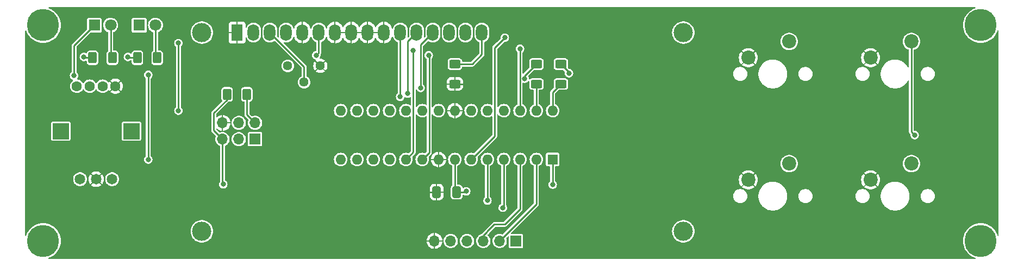
<source format=gbr>
%TF.GenerationSoftware,KiCad,Pcbnew,8.0.1-8.0.1-1~ubuntu22.04.1*%
%TF.CreationDate,2024-04-28T12:17:03-04:00*%
%TF.ProjectId,control-panel,636f6e74-726f-46c2-9d70-616e656c2e6b,rev?*%
%TF.SameCoordinates,Original*%
%TF.FileFunction,Copper,L2,Bot*%
%TF.FilePolarity,Positive*%
%FSLAX46Y46*%
G04 Gerber Fmt 4.6, Leading zero omitted, Abs format (unit mm)*
G04 Created by KiCad (PCBNEW 8.0.1-8.0.1-1~ubuntu22.04.1) date 2024-04-28 12:17:03*
%MOMM*%
%LPD*%
G01*
G04 APERTURE LIST*
G04 Aperture macros list*
%AMRoundRect*
0 Rectangle with rounded corners*
0 $1 Rounding radius*
0 $2 $3 $4 $5 $6 $7 $8 $9 X,Y pos of 4 corners*
0 Add a 4 corners polygon primitive as box body*
4,1,4,$2,$3,$4,$5,$6,$7,$8,$9,$2,$3,0*
0 Add four circle primitives for the rounded corners*
1,1,$1+$1,$2,$3*
1,1,$1+$1,$4,$5*
1,1,$1+$1,$6,$7*
1,1,$1+$1,$8,$9*
0 Add four rect primitives between the rounded corners*
20,1,$1+$1,$2,$3,$4,$5,0*
20,1,$1+$1,$4,$5,$6,$7,0*
20,1,$1+$1,$6,$7,$8,$9,0*
20,1,$1+$1,$8,$9,$2,$3,0*%
G04 Aperture macros list end*
%TA.AperFunction,ComponentPad*%
%ADD10C,5.000000*%
%TD*%
%TA.AperFunction,ComponentPad*%
%ADD11C,2.200000*%
%TD*%
%TA.AperFunction,ComponentPad*%
%ADD12C,1.600000*%
%TD*%
%TA.AperFunction,ComponentPad*%
%ADD13C,1.650000*%
%TD*%
%TA.AperFunction,ComponentPad*%
%ADD14R,2.500000X2.500000*%
%TD*%
%TA.AperFunction,ComponentPad*%
%ADD15R,1.800000X1.800000*%
%TD*%
%TA.AperFunction,ComponentPad*%
%ADD16C,1.800000*%
%TD*%
%TA.AperFunction,ComponentPad*%
%ADD17C,3.000000*%
%TD*%
%TA.AperFunction,ComponentPad*%
%ADD18R,1.800000X2.600000*%
%TD*%
%TA.AperFunction,ComponentPad*%
%ADD19O,1.800000X2.600000*%
%TD*%
%TA.AperFunction,ComponentPad*%
%ADD20C,1.440000*%
%TD*%
%TA.AperFunction,SMDPad,CuDef*%
%ADD21RoundRect,0.250000X0.400000X0.625000X-0.400000X0.625000X-0.400000X-0.625000X0.400000X-0.625000X0*%
%TD*%
%TA.AperFunction,ComponentPad*%
%ADD22R,1.700000X1.700000*%
%TD*%
%TA.AperFunction,ComponentPad*%
%ADD23O,1.700000X1.700000*%
%TD*%
%TA.AperFunction,SMDPad,CuDef*%
%ADD24RoundRect,0.250000X-0.400000X-0.625000X0.400000X-0.625000X0.400000X0.625000X-0.400000X0.625000X0*%
%TD*%
%TA.AperFunction,SMDPad,CuDef*%
%ADD25RoundRect,0.250000X-0.625000X0.400000X-0.625000X-0.400000X0.625000X-0.400000X0.625000X0.400000X0*%
%TD*%
%TA.AperFunction,SMDPad,CuDef*%
%ADD26RoundRect,0.250000X0.412500X0.650000X-0.412500X0.650000X-0.412500X-0.650000X0.412500X-0.650000X0*%
%TD*%
%TA.AperFunction,ComponentPad*%
%ADD27R,1.600000X1.600000*%
%TD*%
%TA.AperFunction,ComponentPad*%
%ADD28O,1.600000X1.600000*%
%TD*%
%TA.AperFunction,ViaPad*%
%ADD29C,0.812800*%
%TD*%
%TA.AperFunction,Conductor*%
%ADD30C,0.254000*%
%TD*%
G04 APERTURE END LIST*
D10*
%TO.P,H2,1*%
%TO.N,N/C*%
X78105000Y-86360000D03*
%TD*%
%TO.P,H4,1*%
%TO.N,N/C*%
X224155000Y-86360000D03*
%TD*%
D11*
%TO.P,SW2,1,1*%
%TO.N,/SW1*%
X213360000Y-55245000D03*
%TO.P,SW2,2,2*%
%TO.N,GND*%
X207010000Y-57785000D03*
%TD*%
D12*
%TO.P,SW5,1,S2*%
%TO.N,GND*%
X89360000Y-62230000D03*
%TO.P,SW5,2,RED*%
%TO.N,Net-(SW5-RED)*%
X87360000Y-62230000D03*
%TO.P,SW5,3,GREEN*%
%TO.N,Net-(SW5-GREEN)*%
X85360000Y-62230000D03*
%TO.P,SW5,4,S1*%
%TO.N,/ENC_SW*%
X83360000Y-62230000D03*
D13*
%TO.P,SW5,A,A*%
%TO.N,/ENC_A*%
X83860000Y-76730000D03*
%TO.P,SW5,B,B*%
%TO.N,/ENC_B*%
X88860000Y-76730000D03*
%TO.P,SW5,C,C*%
%TO.N,GND*%
X86360000Y-76730000D03*
D14*
%TO.P,SW5,X*%
%TO.N,N/C*%
X80860000Y-69230000D03*
%TO.P,SW5,Y*%
X91860000Y-69230000D03*
%TD*%
D11*
%TO.P,SW1,1,1*%
%TO.N,/SW0*%
X194310000Y-55245000D03*
%TO.P,SW1,2,2*%
%TO.N,GND*%
X187960000Y-57785000D03*
%TD*%
%TO.P,SW3,1,1*%
%TO.N,/SW2*%
X194310000Y-74295000D03*
%TO.P,SW3,2,2*%
%TO.N,GND*%
X187960000Y-76835000D03*
%TD*%
D10*
%TO.P,H3,1*%
%TO.N,N/C*%
X224155000Y-52705000D03*
%TD*%
D15*
%TO.P,D1,1,K*%
%TO.N,Net-(D1-K)*%
X86080000Y-52705000D03*
D16*
%TO.P,D1,2,A*%
%TO.N,Net-(D1-A)*%
X88620000Y-52705000D03*
%TD*%
D10*
%TO.P,H1,1*%
%TO.N,N/C*%
X78105000Y-52705000D03*
%TD*%
D11*
%TO.P,SW4,1,1*%
%TO.N,/SW3*%
X213360000Y-74295000D03*
%TO.P,SW4,2,2*%
%TO.N,GND*%
X207010000Y-76835000D03*
%TD*%
D17*
%TO.P,DS1,*%
%TO.N,*%
X102835900Y-53857500D03*
X102835900Y-84858200D03*
X177834480Y-84858200D03*
X177835000Y-53857500D03*
D18*
%TO.P,DS1,1,VSS*%
%TO.N,GND*%
X108335000Y-53857500D03*
D19*
%TO.P,DS1,2,VDD*%
%TO.N,VCC*%
X110875000Y-53857500D03*
%TO.P,DS1,3,VO*%
%TO.N,Net-(DS1-VO)*%
X113415000Y-53857500D03*
%TO.P,DS1,4,RS*%
%TO.N,/RS*%
X115955000Y-53857500D03*
%TO.P,DS1,5,R/W*%
%TO.N,GND*%
X118495000Y-53857500D03*
%TO.P,DS1,6,E*%
%TO.N,/EN*%
X121035000Y-53857500D03*
%TO.P,DS1,7,DB0*%
%TO.N,GND*%
X123575000Y-53857500D03*
%TO.P,DS1,8,DB1*%
X126115000Y-53857500D03*
%TO.P,DS1,9,DB2*%
X128655000Y-53857500D03*
%TO.P,DS1,10,DB3*%
X131195000Y-53857500D03*
%TO.P,DS1,11,DB4*%
%TO.N,/D0*%
X133735000Y-53857500D03*
%TO.P,DS1,12,DB5*%
%TO.N,/D1*%
X136275000Y-53857500D03*
%TO.P,DS1,13,DB6*%
%TO.N,/D2*%
X138815000Y-53857500D03*
%TO.P,DS1,14,DB7*%
%TO.N,/D3*%
X141355000Y-53857500D03*
%TO.P,DS1,15,A/VEE*%
%TO.N,VCC*%
X143895000Y-53857500D03*
%TO.P,DS1,16,K*%
%TO.N,Net-(DS1-K)*%
X146435000Y-53857500D03*
%TD*%
D15*
%TO.P,D2,1,K*%
%TO.N,Net-(D2-K)*%
X93070000Y-52705000D03*
D16*
%TO.P,D2,2,A*%
%TO.N,Net-(D2-A)*%
X95610000Y-52705000D03*
%TD*%
D20*
%TO.P,RV1,1,1*%
%TO.N,VCC*%
X116205000Y-59055000D03*
%TO.P,RV1,2,2*%
%TO.N,Net-(DS1-VO)*%
X118745000Y-61595000D03*
%TO.P,RV1,3,3*%
%TO.N,GND*%
X121285000Y-59055000D03*
%TD*%
D21*
%TO.P,R1,1*%
%TO.N,VCC*%
X109855000Y-63500000D03*
%TO.P,R1,2*%
%TO.N,/nRST*%
X106755000Y-63500000D03*
%TD*%
D22*
%TO.P,J2,1,Pin_1*%
%TO.N,/nDTR*%
X151765000Y-86360000D03*
D23*
%TO.P,J2,2,Pin_2*%
%TO.N,/RXD*%
X149225000Y-86360000D03*
%TO.P,J2,3,Pin_3*%
%TO.N,/TXD*%
X146685000Y-86360000D03*
%TO.P,J2,4,Pin_4*%
%TO.N,VCC*%
X144145000Y-86360000D03*
%TO.P,J2,5,Pin_5*%
%TO.N,/nCTS*%
X141605000Y-86360000D03*
%TO.P,J2,6,Pin_6*%
%TO.N,GND*%
X139065000Y-86360000D03*
%TD*%
D24*
%TO.P,R4,1*%
%TO.N,VCC*%
X92785000Y-57785000D03*
%TO.P,R4,2*%
%TO.N,Net-(D2-A)*%
X95885000Y-57785000D03*
%TD*%
%TO.P,R3,1*%
%TO.N,VCC*%
X85800000Y-57785000D03*
%TO.P,R3,2*%
%TO.N,Net-(D1-A)*%
X88900000Y-57785000D03*
%TD*%
D22*
%TO.P,J1,1,Pin_1*%
%TO.N,/MISO*%
X111125000Y-70485000D03*
D23*
%TO.P,J1,2,Pin_2*%
%TO.N,VCC*%
X111125000Y-67945000D03*
%TO.P,J1,3,Pin_3*%
%TO.N,/SCK*%
X108585000Y-70485000D03*
%TO.P,J1,4,Pin_4*%
%TO.N,/MOSI*%
X108585000Y-67945000D03*
%TO.P,J1,5,Pin_5*%
%TO.N,/nRST*%
X106045000Y-70485000D03*
%TO.P,J1,6,Pin_6*%
%TO.N,GND*%
X106045000Y-67945000D03*
%TD*%
D25*
%TO.P,R6,1*%
%TO.N,Net-(SW5-GREEN)*%
X158750000Y-58775000D03*
%TO.P,R6,2*%
%TO.N,/ENC_GRN*%
X158750000Y-61875000D03*
%TD*%
D26*
%TO.P,C1,1*%
%TO.N,VCC*%
X142532500Y-78740000D03*
%TO.P,C1,2*%
%TO.N,GND*%
X139407500Y-78740000D03*
%TD*%
D25*
%TO.P,R5,1*%
%TO.N,Net-(SW5-RED)*%
X154940000Y-58775000D03*
%TO.P,R5,2*%
%TO.N,/ENC_RED*%
X154940000Y-61875000D03*
%TD*%
%TO.P,R2,1*%
%TO.N,Net-(DS1-K)*%
X142240000Y-58775000D03*
%TO.P,R2,2*%
%TO.N,GND*%
X142240000Y-61875000D03*
%TD*%
D27*
%TO.P,U3,1,~{RESET}/PC6*%
%TO.N,/nRST*%
X157480000Y-73660000D03*
D28*
%TO.P,U3,2,PD0*%
%TO.N,/RXD*%
X154940000Y-73660000D03*
%TO.P,U3,3,PD1*%
%TO.N,/TXD*%
X152400000Y-73660000D03*
%TO.P,U3,4,PD2*%
%TO.N,/ENC_A*%
X149860000Y-73660000D03*
%TO.P,U3,5,PD3*%
%TO.N,/ENC_B*%
X147320000Y-73660000D03*
%TO.P,U3,6,PD4*%
%TO.N,/SW0*%
X144780000Y-73660000D03*
%TO.P,U3,7,VCC*%
%TO.N,VCC*%
X142240000Y-73660000D03*
%TO.P,U3,8,GND*%
%TO.N,GND*%
X139700000Y-73660000D03*
%TO.P,U3,9,XTAL1/PB6*%
%TO.N,/EN*%
X137160000Y-73660000D03*
%TO.P,U3,10,XTAL2/PB7*%
%TO.N,/RS*%
X134620000Y-73660000D03*
%TO.P,U3,11,PD5*%
%TO.N,/SW1*%
X132080000Y-73660000D03*
%TO.P,U3,12,PD6*%
%TO.N,/SW2*%
X129540000Y-73660000D03*
%TO.P,U3,13,PD7*%
%TO.N,/SW3*%
X127000000Y-73660000D03*
%TO.P,U3,14,PB0*%
%TO.N,Net-(D1-K)*%
X124460000Y-73660000D03*
%TO.P,U3,15,PB1*%
%TO.N,Net-(D2-K)*%
X124460000Y-66040000D03*
%TO.P,U3,16,PB2*%
%TO.N,/ENC_SW*%
X127000000Y-66040000D03*
%TO.P,U3,17,PB3*%
%TO.N,/MOSI*%
X129540000Y-66040000D03*
%TO.P,U3,18,PB4*%
%TO.N,/MISO*%
X132080000Y-66040000D03*
%TO.P,U3,19,PB5*%
%TO.N,/SCK*%
X134620000Y-66040000D03*
%TO.P,U3,20,AVCC*%
%TO.N,VCC*%
X137160000Y-66040000D03*
%TO.P,U3,21,AREF*%
%TO.N,unconnected-(U3-AREF-Pad21)*%
X139700000Y-66040000D03*
%TO.P,U3,22,GND*%
%TO.N,GND*%
X142240000Y-66040000D03*
%TO.P,U3,23,PC0*%
%TO.N,/D0*%
X144780000Y-66040000D03*
%TO.P,U3,24,PC1*%
%TO.N,/D1*%
X147320000Y-66040000D03*
%TO.P,U3,25,PC2*%
%TO.N,/D2*%
X149860000Y-66040000D03*
%TO.P,U3,26,PC3*%
%TO.N,/D3*%
X152400000Y-66040000D03*
%TO.P,U3,27,PC4*%
%TO.N,/ENC_RED*%
X154940000Y-66040000D03*
%TO.P,U3,28,PC5*%
%TO.N,/ENC_GRN*%
X157480000Y-66040000D03*
%TD*%
D29*
%TO.N,VCC*%
X144018000Y-78613000D03*
X84455000Y-57658000D03*
X91313000Y-57658000D03*
%TO.N,GND*%
X143992000Y-62378400D03*
X137922000Y-78740000D03*
%TO.N,Net-(D1-K)*%
X94488000Y-73660000D03*
X94488000Y-60452000D03*
X82931000Y-60579000D03*
%TO.N,Net-(D2-K)*%
X99187000Y-66040000D03*
X99187000Y-55499000D03*
%TO.N,/D2*%
X136906000Y-62484000D03*
%TO.N,/RS*%
X135763000Y-56620600D03*
%TO.N,/D3*%
X152400000Y-56388000D03*
%TO.N,/D1*%
X134874000Y-63373000D03*
%TO.N,/EN*%
X120650000Y-57404000D03*
X138176000Y-57404000D03*
%TO.N,/D0*%
X133731000Y-63881000D03*
%TO.N,/nRST*%
X157480000Y-77571600D03*
X106172000Y-77520800D03*
%TO.N,Net-(SW5-RED)*%
X153111200Y-61061600D03*
%TO.N,Net-(SW5-GREEN)*%
X160020000Y-60198000D03*
%TO.N,/SW0*%
X150012400Y-54660800D03*
%TO.N,/SW1*%
X213868000Y-69850000D03*
%TO.N,/ENC_A*%
X149707600Y-81178400D03*
%TO.N,/ENC_B*%
X147320000Y-80060800D03*
%TD*%
D30*
%TO.N,VCC*%
X143891000Y-78740000D02*
X144018000Y-78613000D01*
X142240000Y-78447500D02*
X142532500Y-78740000D01*
X142532500Y-78740000D02*
X143891000Y-78740000D01*
X91440000Y-57785000D02*
X91313000Y-57658000D01*
X84582000Y-57785000D02*
X84455000Y-57658000D01*
X109855000Y-66675000D02*
X111125000Y-67945000D01*
X109855000Y-63500000D02*
X109855000Y-66675000D01*
X92785000Y-57785000D02*
X91440000Y-57785000D01*
X142240000Y-73660000D02*
X142240000Y-78447500D01*
X85800000Y-57785000D02*
X84582000Y-57785000D01*
%TO.N,GND*%
X142240000Y-61875000D02*
X143488600Y-61875000D01*
X144018000Y-61849000D02*
X144018000Y-62352400D01*
X144018000Y-62352400D02*
X143992000Y-62378400D01*
X139407500Y-78740000D02*
X137922000Y-78740000D01*
X143488600Y-61875000D02*
X143992000Y-62378400D01*
%TO.N,Net-(D1-K)*%
X82931000Y-55854000D02*
X86080000Y-52705000D01*
X94488000Y-73660000D02*
X94488000Y-60452000D01*
X82931000Y-60579000D02*
X82931000Y-55854000D01*
%TO.N,Net-(D1-A)*%
X88620000Y-52705000D02*
X88620000Y-57505000D01*
X88620000Y-57505000D02*
X88900000Y-57785000D01*
%TO.N,Net-(D2-A)*%
X95610000Y-52705000D02*
X95610000Y-57510000D01*
X95610000Y-57510000D02*
X95885000Y-57785000D01*
%TO.N,Net-(D2-K)*%
X99187000Y-66040000D02*
X99187000Y-55499000D01*
%TO.N,Net-(DS1-K)*%
X146435000Y-57273000D02*
X144933000Y-58775000D01*
X146435000Y-53857500D02*
X146435000Y-57273000D01*
X144933000Y-58775000D02*
X142240000Y-58775000D01*
%TO.N,/D2*%
X136906000Y-62484000D02*
X136906000Y-55766500D01*
X136906000Y-55766500D02*
X138815000Y-53857500D01*
%TO.N,/RS*%
X135763000Y-72517000D02*
X135763000Y-56620600D01*
X134620000Y-73660000D02*
X135763000Y-72517000D01*
%TO.N,/D3*%
X152400000Y-66040000D02*
X152400000Y-56388000D01*
%TO.N,/D1*%
X134874000Y-55258500D02*
X136275000Y-53857500D01*
X134874000Y-63373000D02*
X134874000Y-55258500D01*
%TO.N,Net-(DS1-VO)*%
X118745000Y-59187500D02*
X118745000Y-61595000D01*
X113415000Y-53857500D02*
X118745000Y-59187500D01*
%TO.N,/EN*%
X120650000Y-57404000D02*
X121035000Y-57019000D01*
X138264800Y-57492800D02*
X138176000Y-57404000D01*
X138264800Y-72555200D02*
X138264800Y-57492800D01*
X121035000Y-57019000D02*
X121035000Y-53857500D01*
X137160000Y-73660000D02*
X138264800Y-72555200D01*
%TO.N,/D0*%
X133731000Y-63881000D02*
X133735000Y-63877000D01*
X133735000Y-63877000D02*
X133735000Y-53857500D01*
%TO.N,/nRST*%
X106755000Y-64339400D02*
X104698800Y-66395600D01*
X104698800Y-66395600D02*
X104698800Y-69138800D01*
X104698800Y-69138800D02*
X106045000Y-70485000D01*
X106172000Y-77520800D02*
X106045000Y-77393800D01*
X106755000Y-63500000D02*
X106755000Y-64339400D01*
X106045000Y-77393800D02*
X106045000Y-70485000D01*
X157480000Y-73660000D02*
X157480000Y-77571600D01*
%TO.N,Net-(SW5-RED)*%
X153111200Y-61061600D02*
X153111200Y-60603800D01*
X153111200Y-60603800D02*
X154940000Y-58775000D01*
%TO.N,/ENC_RED*%
X154940000Y-66040000D02*
X154940000Y-61875000D01*
%TO.N,/ENC_GRN*%
X157480000Y-66040000D02*
X157480000Y-63145000D01*
X157480000Y-63145000D02*
X158750000Y-61875000D01*
%TO.N,Net-(SW5-GREEN)*%
X160020000Y-60045000D02*
X158750000Y-58775000D01*
X160020000Y-60198000D02*
X160020000Y-60045000D01*
%TO.N,/SW0*%
X148437600Y-56235600D02*
X148437600Y-70002400D01*
X148437600Y-70002400D02*
X144780000Y-73660000D01*
X150012400Y-54660800D02*
X148437600Y-56235600D01*
%TO.N,/SW1*%
X213868000Y-69850000D02*
X213360000Y-69342000D01*
X213360000Y-69342000D02*
X213360000Y-55245000D01*
%TO.N,/ENC_A*%
X149707600Y-81178400D02*
X149860000Y-81026000D01*
X149860000Y-81026000D02*
X149860000Y-73660000D01*
%TO.N,/ENC_B*%
X147320000Y-73660000D02*
X147320000Y-80060800D01*
%TO.N,/TXD*%
X150012400Y-83769200D02*
X148386800Y-83769200D01*
X147269200Y-84937600D02*
X146685000Y-85521800D01*
X146685000Y-85521800D02*
X146685000Y-86360000D01*
X152400000Y-81381600D02*
X150012400Y-83769200D01*
X152400000Y-73660000D02*
X152400000Y-81381600D01*
X148386800Y-83769200D02*
X147269200Y-84886800D01*
X147269200Y-84886800D02*
X147269200Y-84937600D01*
%TO.N,/RXD*%
X154940000Y-80645000D02*
X149225000Y-86360000D01*
X154940000Y-73660000D02*
X154940000Y-80645000D01*
%TD*%
%TA.AperFunction,Conductor*%
%TO.N,GND*%
G36*
X125515000Y-53778509D02*
G01*
X125515000Y-53936491D01*
X125517655Y-53946400D01*
X124172345Y-53946400D01*
X124175000Y-53936491D01*
X124175000Y-53778509D01*
X124172345Y-53768600D01*
X125517655Y-53768600D01*
X125515000Y-53778509D01*
G37*
%TD.AperFunction*%
%TA.AperFunction,Conductor*%
G36*
X128055000Y-53778509D02*
G01*
X128055000Y-53936491D01*
X128057655Y-53946400D01*
X126712345Y-53946400D01*
X126715000Y-53936491D01*
X126715000Y-53778509D01*
X126712345Y-53768600D01*
X128057655Y-53768600D01*
X128055000Y-53778509D01*
G37*
%TD.AperFunction*%
%TA.AperFunction,Conductor*%
G36*
X130595000Y-53778509D02*
G01*
X130595000Y-53936491D01*
X130597655Y-53946400D01*
X129252345Y-53946400D01*
X129255000Y-53936491D01*
X129255000Y-53778509D01*
X129252345Y-53768600D01*
X130597655Y-53768600D01*
X130595000Y-53778509D01*
G37*
%TD.AperFunction*%
%TA.AperFunction,Conductor*%
G36*
X223339887Y-49932065D02*
G01*
X223369951Y-49984136D01*
X223359510Y-50043350D01*
X223313450Y-50081999D01*
X223309537Y-50083320D01*
X223176454Y-50124790D01*
X222872588Y-50261549D01*
X222872574Y-50261556D01*
X222587410Y-50433943D01*
X222587403Y-50433948D01*
X222325087Y-50639460D01*
X222089460Y-50875087D01*
X221883948Y-51137403D01*
X221883943Y-51137410D01*
X221711556Y-51422574D01*
X221711549Y-51422588D01*
X221574789Y-51726457D01*
X221475653Y-52044594D01*
X221475652Y-52044599D01*
X221457768Y-52142192D01*
X221415585Y-52372375D01*
X221395465Y-52705000D01*
X221415585Y-53037625D01*
X221415585Y-53037630D01*
X221415586Y-53037631D01*
X221475652Y-53365400D01*
X221475653Y-53365405D01*
X221558126Y-53630068D01*
X221574790Y-53683545D01*
X221711553Y-53987420D01*
X221711555Y-53987424D01*
X221711556Y-53987425D01*
X221867293Y-54245047D01*
X221883947Y-54272595D01*
X222089458Y-54534910D01*
X222325090Y-54770542D01*
X222587405Y-54976053D01*
X222872580Y-55148447D01*
X223176455Y-55285210D01*
X223494600Y-55384348D01*
X223822375Y-55444415D01*
X224155000Y-55464535D01*
X224487625Y-55444415D01*
X224815400Y-55384348D01*
X225133545Y-55285210D01*
X225437420Y-55148447D01*
X225722595Y-54976053D01*
X225984910Y-54770542D01*
X226220542Y-54534910D01*
X226426053Y-54272595D01*
X226598447Y-53987420D01*
X226735210Y-53683545D01*
X226776680Y-53550462D01*
X226813123Y-53502638D01*
X226871781Y-53489427D01*
X226925207Y-53517011D01*
X226948403Y-53572484D01*
X226948500Y-53576613D01*
X226948500Y-85488386D01*
X226927935Y-85544887D01*
X226875864Y-85574951D01*
X226816650Y-85564510D01*
X226778001Y-85518450D01*
X226776680Y-85514537D01*
X226754536Y-85443474D01*
X226735210Y-85381455D01*
X226598447Y-85077580D01*
X226426053Y-84792405D01*
X226220542Y-84530090D01*
X225984910Y-84294458D01*
X225722595Y-84088947D01*
X225722592Y-84088945D01*
X225722589Y-84088943D01*
X225437425Y-83916556D01*
X225437424Y-83916555D01*
X225437420Y-83916553D01*
X225133545Y-83779790D01*
X225133542Y-83779789D01*
X224815405Y-83680653D01*
X224815400Y-83680652D01*
X224487631Y-83620586D01*
X224487630Y-83620585D01*
X224487625Y-83620585D01*
X224155000Y-83600465D01*
X223822375Y-83620585D01*
X223822370Y-83620585D01*
X223822368Y-83620586D01*
X223494599Y-83680652D01*
X223494594Y-83680653D01*
X223176457Y-83779789D01*
X222872588Y-83916549D01*
X222872574Y-83916556D01*
X222587410Y-84088943D01*
X222587403Y-84088948D01*
X222325087Y-84294460D01*
X222089460Y-84530087D01*
X221883948Y-84792403D01*
X221883943Y-84792410D01*
X221711556Y-85077574D01*
X221711549Y-85077588D01*
X221574789Y-85381457D01*
X221475653Y-85699594D01*
X221475652Y-85699599D01*
X221446258Y-85860000D01*
X221415585Y-86027375D01*
X221395465Y-86360000D01*
X221415585Y-86692625D01*
X221415585Y-86692630D01*
X221415586Y-86692631D01*
X221475652Y-87020400D01*
X221475653Y-87020405D01*
X221545698Y-87245186D01*
X221574790Y-87338545D01*
X221711553Y-87642420D01*
X221883947Y-87927595D01*
X222089458Y-88189910D01*
X222325090Y-88425542D01*
X222587405Y-88631053D01*
X222872580Y-88803447D01*
X223176455Y-88940210D01*
X223309537Y-88981680D01*
X223357361Y-89018123D01*
X223370572Y-89076781D01*
X223342988Y-89130207D01*
X223287515Y-89153403D01*
X223283386Y-89153500D01*
X78976614Y-89153500D01*
X78920113Y-89132935D01*
X78890049Y-89080864D01*
X78900490Y-89021650D01*
X78946550Y-88983001D01*
X78950463Y-88981680D01*
X79083545Y-88940210D01*
X79387420Y-88803447D01*
X79672595Y-88631053D01*
X79934910Y-88425542D01*
X80170542Y-88189910D01*
X80376053Y-87927595D01*
X80548447Y-87642420D01*
X80685210Y-87338545D01*
X80784348Y-87020400D01*
X80844415Y-86692625D01*
X80864535Y-86360000D01*
X80844415Y-86027375D01*
X80784348Y-85699600D01*
X80685210Y-85381455D01*
X80548447Y-85077580D01*
X80415829Y-84858202D01*
X101076480Y-84858202D01*
X101096130Y-85120425D01*
X101096132Y-85120433D01*
X101154645Y-85376794D01*
X101154646Y-85376798D01*
X101250717Y-85621584D01*
X101382199Y-85849317D01*
X101546154Y-86054910D01*
X101655296Y-86156179D01*
X101738917Y-86233767D01*
X101738926Y-86233775D01*
X101894132Y-86339591D01*
X101956190Y-86381902D01*
X102193112Y-86495998D01*
X102444392Y-86573508D01*
X102444395Y-86573508D01*
X102444397Y-86573509D01*
X102574405Y-86593104D01*
X102704418Y-86612700D01*
X102704424Y-86612700D01*
X102967376Y-86612700D01*
X102967382Y-86612700D01*
X103220309Y-86574578D01*
X103227402Y-86573509D01*
X103227402Y-86573508D01*
X103227408Y-86573508D01*
X103478688Y-86495998D01*
X103576488Y-86448900D01*
X137837077Y-86448900D01*
X137848071Y-86574578D01*
X137903818Y-86782629D01*
X137994850Y-86977849D01*
X138118396Y-87154291D01*
X138118397Y-87154293D01*
X138270707Y-87306603D01*
X138447150Y-87430149D01*
X138642370Y-87521181D01*
X138850421Y-87576928D01*
X138976100Y-87587923D01*
X138976100Y-86853817D01*
X138999174Y-86860000D01*
X139130826Y-86860000D01*
X139153900Y-86853817D01*
X139153900Y-87587922D01*
X139279578Y-87576928D01*
X139487629Y-87521181D01*
X139682849Y-87430149D01*
X139859291Y-87306603D01*
X139859293Y-87306603D01*
X140011603Y-87154293D01*
X140011603Y-87154291D01*
X140135149Y-86977849D01*
X140226181Y-86782629D01*
X140281928Y-86574578D01*
X140292923Y-86448900D01*
X139558817Y-86448900D01*
X139565000Y-86425826D01*
X139565000Y-86360000D01*
X140495768Y-86360000D01*
X140514655Y-86563825D01*
X140551304Y-86692631D01*
X140570672Y-86760701D01*
X140661912Y-86943935D01*
X140661913Y-86943936D01*
X140661914Y-86943938D01*
X140719659Y-87020405D01*
X140785268Y-87107285D01*
X140840503Y-87157638D01*
X140936535Y-87245184D01*
X140936544Y-87245190D01*
X141040087Y-87309301D01*
X141110573Y-87352944D01*
X141301444Y-87426888D01*
X141301452Y-87426889D01*
X141301454Y-87426890D01*
X141423661Y-87449734D01*
X141502653Y-87464500D01*
X141502654Y-87464500D01*
X141707346Y-87464500D01*
X141707347Y-87464500D01*
X141908556Y-87426888D01*
X142099427Y-87352944D01*
X142273462Y-87245186D01*
X142424732Y-87107285D01*
X142548088Y-86943935D01*
X142639328Y-86760701D01*
X142695345Y-86563821D01*
X142714232Y-86360000D01*
X143035768Y-86360000D01*
X143054655Y-86563825D01*
X143091304Y-86692631D01*
X143110672Y-86760701D01*
X143201912Y-86943935D01*
X143201913Y-86943936D01*
X143201914Y-86943938D01*
X143259659Y-87020405D01*
X143325268Y-87107285D01*
X143380503Y-87157638D01*
X143476535Y-87245184D01*
X143476544Y-87245190D01*
X143580087Y-87309301D01*
X143650573Y-87352944D01*
X143841444Y-87426888D01*
X143841452Y-87426889D01*
X143841454Y-87426890D01*
X143963661Y-87449734D01*
X144042653Y-87464500D01*
X144042654Y-87464500D01*
X144247346Y-87464500D01*
X144247347Y-87464500D01*
X144448556Y-87426888D01*
X144639427Y-87352944D01*
X144813462Y-87245186D01*
X144964732Y-87107285D01*
X145088088Y-86943935D01*
X145179328Y-86760701D01*
X145235345Y-86563821D01*
X145254232Y-86360000D01*
X145575768Y-86360000D01*
X145594655Y-86563825D01*
X145631304Y-86692631D01*
X145650672Y-86760701D01*
X145741912Y-86943935D01*
X145741913Y-86943936D01*
X145741914Y-86943938D01*
X145799659Y-87020405D01*
X145865268Y-87107285D01*
X145920503Y-87157638D01*
X146016535Y-87245184D01*
X146016544Y-87245190D01*
X146120087Y-87309301D01*
X146190573Y-87352944D01*
X146381444Y-87426888D01*
X146381452Y-87426889D01*
X146381454Y-87426890D01*
X146503661Y-87449734D01*
X146582653Y-87464500D01*
X146582654Y-87464500D01*
X146787346Y-87464500D01*
X146787347Y-87464500D01*
X146988556Y-87426888D01*
X147179427Y-87352944D01*
X147353462Y-87245186D01*
X147504732Y-87107285D01*
X147628088Y-86943935D01*
X147719328Y-86760701D01*
X147775345Y-86563821D01*
X147794232Y-86360000D01*
X148115768Y-86360000D01*
X148134655Y-86563825D01*
X148171304Y-86692631D01*
X148190672Y-86760701D01*
X148281912Y-86943935D01*
X148281913Y-86943936D01*
X148281914Y-86943938D01*
X148339659Y-87020405D01*
X148405268Y-87107285D01*
X148460503Y-87157638D01*
X148556535Y-87245184D01*
X148556544Y-87245190D01*
X148660087Y-87309301D01*
X148730573Y-87352944D01*
X148921444Y-87426888D01*
X148921452Y-87426889D01*
X148921454Y-87426890D01*
X149043661Y-87449734D01*
X149122653Y-87464500D01*
X149122654Y-87464500D01*
X149327346Y-87464500D01*
X149327347Y-87464500D01*
X149528556Y-87426888D01*
X149719427Y-87352944D01*
X149893462Y-87245186D01*
X150044732Y-87107285D01*
X150168088Y-86943935D01*
X150259328Y-86760701D01*
X150315345Y-86563821D01*
X150334232Y-86360000D01*
X150315345Y-86156179D01*
X150259328Y-85959299D01*
X150256234Y-85953086D01*
X150249461Y-85893345D01*
X150272764Y-85851757D01*
X150510446Y-85614075D01*
X150564939Y-85588665D01*
X150623017Y-85604228D01*
X150657505Y-85653481D01*
X150660500Y-85676231D01*
X150660500Y-87235068D01*
X150673426Y-87300053D01*
X150675266Y-87309301D01*
X150731516Y-87393484D01*
X150759705Y-87412319D01*
X150815698Y-87449734D01*
X150826261Y-87451835D01*
X150889933Y-87464500D01*
X152640066Y-87464499D01*
X152640068Y-87464499D01*
X152658561Y-87460820D01*
X152714301Y-87449734D01*
X152798484Y-87393484D01*
X152854734Y-87309301D01*
X152869500Y-87235067D01*
X152869499Y-85484934D01*
X152869499Y-85484933D01*
X152869499Y-85484931D01*
X152861253Y-85443474D01*
X152854734Y-85410699D01*
X152798484Y-85326516D01*
X152798098Y-85326258D01*
X152714301Y-85270265D01*
X152661192Y-85259702D01*
X152640067Y-85255500D01*
X152640065Y-85255500D01*
X151081231Y-85255500D01*
X151024730Y-85234935D01*
X150994666Y-85182864D01*
X151005107Y-85123650D01*
X151019072Y-85105449D01*
X151266319Y-84858202D01*
X176075060Y-84858202D01*
X176094710Y-85120425D01*
X176094712Y-85120433D01*
X176153225Y-85376794D01*
X176153226Y-85376798D01*
X176249297Y-85621584D01*
X176380779Y-85849317D01*
X176544734Y-86054910D01*
X176653876Y-86156179D01*
X176737497Y-86233767D01*
X176737506Y-86233775D01*
X176892712Y-86339591D01*
X176954770Y-86381902D01*
X177191692Y-86495998D01*
X177442972Y-86573508D01*
X177442975Y-86573508D01*
X177442977Y-86573509D01*
X177572985Y-86593104D01*
X177702998Y-86612700D01*
X177703004Y-86612700D01*
X177965956Y-86612700D01*
X177965962Y-86612700D01*
X178218889Y-86574578D01*
X178225982Y-86573509D01*
X178225982Y-86573508D01*
X178225988Y-86573508D01*
X178477268Y-86495998D01*
X178714190Y-86381902D01*
X178931460Y-86233770D01*
X179124226Y-86054910D01*
X179288181Y-85849317D01*
X179419663Y-85621584D01*
X179515734Y-85376798D01*
X179574249Y-85120428D01*
X179593900Y-84858200D01*
X179588969Y-84792405D01*
X179574249Y-84595974D01*
X179574249Y-84595972D01*
X179515734Y-84339602D01*
X179419663Y-84094816D01*
X179288181Y-83867083D01*
X179124226Y-83661490D01*
X179058456Y-83600465D01*
X178931462Y-83482632D01*
X178931453Y-83482624D01*
X178714187Y-83334496D01*
X178477271Y-83220403D01*
X178225982Y-83142890D01*
X177965966Y-83103700D01*
X177965962Y-83103700D01*
X177702998Y-83103700D01*
X177702993Y-83103700D01*
X177442977Y-83142890D01*
X177191688Y-83220403D01*
X176954772Y-83334496D01*
X176737506Y-83482624D01*
X176737497Y-83482632D01*
X176544736Y-83661487D01*
X176450393Y-83779790D01*
X176380779Y-83867083D01*
X176352216Y-83916556D01*
X176249297Y-84094815D01*
X176249297Y-84094816D01*
X176153227Y-84339600D01*
X176153225Y-84339605D01*
X176094712Y-84595966D01*
X176094710Y-84595974D01*
X176075060Y-84858197D01*
X176075060Y-84858202D01*
X151266319Y-84858202D01*
X155167009Y-80957511D01*
X155167014Y-80957508D01*
X155174245Y-80950276D01*
X155174247Y-80950276D01*
X155245276Y-80879247D01*
X155295501Y-80792254D01*
X155295502Y-80792253D01*
X155321501Y-80695225D01*
X155321501Y-80594775D01*
X155321501Y-80589394D01*
X155321500Y-80589376D01*
X155321500Y-79461610D01*
X185589500Y-79461610D01*
X185616596Y-79632696D01*
X185664399Y-79779815D01*
X185670127Y-79797445D01*
X185723135Y-79901480D01*
X185748766Y-79951784D01*
X185748773Y-79951797D01*
X185850579Y-80091920D01*
X185850586Y-80091928D01*
X185973071Y-80214413D01*
X185973079Y-80214420D01*
X186113202Y-80316226D01*
X186113208Y-80316229D01*
X186113212Y-80316232D01*
X186267555Y-80394873D01*
X186432299Y-80448402D01*
X186432300Y-80448402D01*
X186432303Y-80448403D01*
X186551760Y-80467322D01*
X186603389Y-80475500D01*
X186603390Y-80475500D01*
X186776610Y-80475500D01*
X186776611Y-80475500D01*
X186850553Y-80463788D01*
X186947696Y-80448403D01*
X186947697Y-80448402D01*
X186947701Y-80448402D01*
X187112445Y-80394873D01*
X187266788Y-80316232D01*
X187266794Y-80316227D01*
X187266797Y-80316226D01*
X187406920Y-80214420D01*
X187406921Y-80214418D01*
X187406928Y-80214414D01*
X187529414Y-80091928D01*
X187615308Y-79973706D01*
X187631226Y-79951797D01*
X187631227Y-79951794D01*
X187631232Y-79951788D01*
X187709873Y-79797445D01*
X187763402Y-79632701D01*
X187765521Y-79619326D01*
X187780855Y-79522507D01*
X189519500Y-79522507D01*
X189558007Y-79814993D01*
X189558010Y-79815005D01*
X189632208Y-80091920D01*
X189634361Y-80099952D01*
X189681772Y-80214413D01*
X189747254Y-80372501D01*
X189747255Y-80372503D01*
X189747257Y-80372507D01*
X189824945Y-80507067D01*
X189883625Y-80608705D01*
X189894762Y-80627994D01*
X190074354Y-80862042D01*
X190282958Y-81070646D01*
X190517006Y-81250238D01*
X190772493Y-81397743D01*
X191045048Y-81510639D01*
X191330007Y-81586993D01*
X191554437Y-81616540D01*
X191622492Y-81625500D01*
X191622494Y-81625500D01*
X191917508Y-81625500D01*
X191978469Y-81617473D01*
X192209993Y-81586993D01*
X192494952Y-81510639D01*
X192767507Y-81397743D01*
X193022994Y-81250238D01*
X193257042Y-81070646D01*
X193465646Y-80862042D01*
X193645238Y-80627994D01*
X193792743Y-80372507D01*
X193905639Y-80099952D01*
X193981993Y-79814993D01*
X194020500Y-79522506D01*
X194020500Y-79461610D01*
X195749500Y-79461610D01*
X195776596Y-79632696D01*
X195824399Y-79779815D01*
X195830127Y-79797445D01*
X195883135Y-79901480D01*
X195908766Y-79951784D01*
X195908773Y-79951797D01*
X196010579Y-80091920D01*
X196010586Y-80091928D01*
X196133071Y-80214413D01*
X196133079Y-80214420D01*
X196273202Y-80316226D01*
X196273208Y-80316229D01*
X196273212Y-80316232D01*
X196427555Y-80394873D01*
X196592299Y-80448402D01*
X196592300Y-80448402D01*
X196592303Y-80448403D01*
X196711760Y-80467322D01*
X196763389Y-80475500D01*
X196763390Y-80475500D01*
X196936610Y-80475500D01*
X196936611Y-80475500D01*
X197010553Y-80463788D01*
X197107696Y-80448403D01*
X197107697Y-80448402D01*
X197107701Y-80448402D01*
X197272445Y-80394873D01*
X197426788Y-80316232D01*
X197426794Y-80316227D01*
X197426797Y-80316226D01*
X197566920Y-80214420D01*
X197566921Y-80214418D01*
X197566928Y-80214414D01*
X197689414Y-80091928D01*
X197775308Y-79973706D01*
X197791226Y-79951797D01*
X197791227Y-79951794D01*
X197791232Y-79951788D01*
X197869873Y-79797445D01*
X197923402Y-79632701D01*
X197925521Y-79619326D01*
X197944682Y-79498342D01*
X197950500Y-79461611D01*
X197950500Y-79461610D01*
X204639500Y-79461610D01*
X204666596Y-79632696D01*
X204714399Y-79779815D01*
X204720127Y-79797445D01*
X204773135Y-79901480D01*
X204798766Y-79951784D01*
X204798773Y-79951797D01*
X204900579Y-80091920D01*
X204900586Y-80091928D01*
X205023071Y-80214413D01*
X205023079Y-80214420D01*
X205163202Y-80316226D01*
X205163208Y-80316229D01*
X205163212Y-80316232D01*
X205317555Y-80394873D01*
X205482299Y-80448402D01*
X205482300Y-80448402D01*
X205482303Y-80448403D01*
X205601760Y-80467322D01*
X205653389Y-80475500D01*
X205653390Y-80475500D01*
X205826610Y-80475500D01*
X205826611Y-80475500D01*
X205900553Y-80463788D01*
X205997696Y-80448403D01*
X205997697Y-80448402D01*
X205997701Y-80448402D01*
X206162445Y-80394873D01*
X206316788Y-80316232D01*
X206316794Y-80316227D01*
X206316797Y-80316226D01*
X206456920Y-80214420D01*
X206456921Y-80214418D01*
X206456928Y-80214414D01*
X206579414Y-80091928D01*
X206665308Y-79973706D01*
X206681226Y-79951797D01*
X206681227Y-79951794D01*
X206681232Y-79951788D01*
X206759873Y-79797445D01*
X206813402Y-79632701D01*
X206815521Y-79619326D01*
X206830855Y-79522507D01*
X208569500Y-79522507D01*
X208608007Y-79814993D01*
X208608010Y-79815005D01*
X208682208Y-80091920D01*
X208684361Y-80099952D01*
X208731772Y-80214413D01*
X208797254Y-80372501D01*
X208797255Y-80372503D01*
X208797257Y-80372507D01*
X208874945Y-80507067D01*
X208933625Y-80608705D01*
X208944762Y-80627994D01*
X209124354Y-80862042D01*
X209332958Y-81070646D01*
X209567006Y-81250238D01*
X209822493Y-81397743D01*
X210095048Y-81510639D01*
X210380007Y-81586993D01*
X210604437Y-81616540D01*
X210672492Y-81625500D01*
X210672494Y-81625500D01*
X210967508Y-81625500D01*
X211028469Y-81617473D01*
X211259993Y-81586993D01*
X211544952Y-81510639D01*
X211817507Y-81397743D01*
X212072994Y-81250238D01*
X212307042Y-81070646D01*
X212515646Y-80862042D01*
X212695238Y-80627994D01*
X212842743Y-80372507D01*
X212955639Y-80099952D01*
X213031993Y-79814993D01*
X213070500Y-79522506D01*
X213070500Y-79461610D01*
X214799500Y-79461610D01*
X214826596Y-79632696D01*
X214874399Y-79779815D01*
X214880127Y-79797445D01*
X214933135Y-79901480D01*
X214958766Y-79951784D01*
X214958773Y-79951797D01*
X215060579Y-80091920D01*
X215060586Y-80091928D01*
X215183071Y-80214413D01*
X215183079Y-80214420D01*
X215323202Y-80316226D01*
X215323208Y-80316229D01*
X215323212Y-80316232D01*
X215477555Y-80394873D01*
X215642299Y-80448402D01*
X215642300Y-80448402D01*
X215642303Y-80448403D01*
X215761760Y-80467322D01*
X215813389Y-80475500D01*
X215813390Y-80475500D01*
X215986610Y-80475500D01*
X215986611Y-80475500D01*
X216060553Y-80463788D01*
X216157696Y-80448403D01*
X216157697Y-80448402D01*
X216157701Y-80448402D01*
X216322445Y-80394873D01*
X216476788Y-80316232D01*
X216476794Y-80316227D01*
X216476797Y-80316226D01*
X216616920Y-80214420D01*
X216616921Y-80214418D01*
X216616928Y-80214414D01*
X216739414Y-80091928D01*
X216825308Y-79973706D01*
X216841226Y-79951797D01*
X216841227Y-79951794D01*
X216841232Y-79951788D01*
X216919873Y-79797445D01*
X216973402Y-79632701D01*
X216975521Y-79619326D01*
X216994682Y-79498342D01*
X217000500Y-79461611D01*
X217000500Y-79288389D01*
X216992122Y-79235491D01*
X216973403Y-79117303D01*
X216952990Y-79054477D01*
X216919873Y-78952555D01*
X216841232Y-78798212D01*
X216841229Y-78798208D01*
X216841226Y-78798202D01*
X216739420Y-78658079D01*
X216739413Y-78658071D01*
X216616928Y-78535586D01*
X216616920Y-78535579D01*
X216476797Y-78433773D01*
X216476784Y-78433766D01*
X216322445Y-78355127D01*
X216322442Y-78355126D01*
X216322440Y-78355125D01*
X216157696Y-78301596D01*
X216006440Y-78277640D01*
X215986611Y-78274500D01*
X215813389Y-78274500D01*
X215795619Y-78277314D01*
X215642303Y-78301596D01*
X215477559Y-78355125D01*
X215323215Y-78433766D01*
X215323202Y-78433773D01*
X215183079Y-78535579D01*
X215183071Y-78535586D01*
X215060586Y-78658071D01*
X215060579Y-78658079D01*
X214958773Y-78798202D01*
X214958766Y-78798215D01*
X214880125Y-78952559D01*
X214826596Y-79117303D01*
X214799500Y-79288389D01*
X214799500Y-79461610D01*
X213070500Y-79461610D01*
X213070500Y-79227494D01*
X213031993Y-78935007D01*
X212955639Y-78650048D01*
X212842743Y-78377493D01*
X212695238Y-78122006D01*
X212515646Y-77887958D01*
X212307042Y-77679354D01*
X212072994Y-77499762D01*
X212072784Y-77499641D01*
X212002392Y-77459000D01*
X211817507Y-77352257D01*
X211817505Y-77352256D01*
X211817503Y-77352255D01*
X211817501Y-77352254D01*
X211643063Y-77280000D01*
X211544952Y-77239361D01*
X211544948Y-77239360D01*
X211544946Y-77239359D01*
X211260005Y-77163010D01*
X211259993Y-77163007D01*
X210967508Y-77124500D01*
X210967506Y-77124500D01*
X210672494Y-77124500D01*
X210672492Y-77124500D01*
X210380006Y-77163007D01*
X210379994Y-77163010D01*
X210095053Y-77239359D01*
X210095048Y-77239360D01*
X210095048Y-77239361D01*
X210052554Y-77256962D01*
X209822498Y-77352254D01*
X209822496Y-77352255D01*
X209567010Y-77499759D01*
X209567007Y-77499761D01*
X209332961Y-77679351D01*
X209124351Y-77887961D01*
X208944761Y-78122007D01*
X208944759Y-78122010D01*
X208797255Y-78377496D01*
X208797254Y-78377498D01*
X208684362Y-78650046D01*
X208684359Y-78650053D01*
X208608010Y-78934994D01*
X208608007Y-78935006D01*
X208569500Y-79227492D01*
X208569500Y-79522507D01*
X206830855Y-79522507D01*
X206834682Y-79498342D01*
X206840500Y-79461611D01*
X206840500Y-79288389D01*
X206832122Y-79235491D01*
X206813403Y-79117303D01*
X206792990Y-79054477D01*
X206759873Y-78952555D01*
X206681232Y-78798212D01*
X206681229Y-78798208D01*
X206681226Y-78798202D01*
X206579420Y-78658079D01*
X206579413Y-78658071D01*
X206456928Y-78535586D01*
X206456920Y-78535579D01*
X206316797Y-78433773D01*
X206316784Y-78433766D01*
X206162445Y-78355127D01*
X206162442Y-78355126D01*
X206162440Y-78355125D01*
X205997696Y-78301596D01*
X205846440Y-78277640D01*
X205826611Y-78274500D01*
X205653389Y-78274500D01*
X205635619Y-78277314D01*
X205482303Y-78301596D01*
X205317559Y-78355125D01*
X205163215Y-78433766D01*
X205163202Y-78433773D01*
X205023079Y-78535579D01*
X205023071Y-78535586D01*
X204900586Y-78658071D01*
X204900579Y-78658079D01*
X204798773Y-78798202D01*
X204798766Y-78798215D01*
X204720125Y-78952559D01*
X204666596Y-79117303D01*
X204639500Y-79288389D01*
X204639500Y-79461610D01*
X197950500Y-79461610D01*
X197950500Y-79288389D01*
X197942122Y-79235491D01*
X197923403Y-79117303D01*
X197902990Y-79054477D01*
X197869873Y-78952555D01*
X197791232Y-78798212D01*
X197791229Y-78798208D01*
X197791226Y-78798202D01*
X197689420Y-78658079D01*
X197689413Y-78658071D01*
X197566928Y-78535586D01*
X197566920Y-78535579D01*
X197426797Y-78433773D01*
X197426784Y-78433766D01*
X197272445Y-78355127D01*
X197272442Y-78355126D01*
X197272440Y-78355125D01*
X197107696Y-78301596D01*
X196956440Y-78277640D01*
X196936611Y-78274500D01*
X196763389Y-78274500D01*
X196745619Y-78277314D01*
X196592303Y-78301596D01*
X196427559Y-78355125D01*
X196273215Y-78433766D01*
X196273202Y-78433773D01*
X196133079Y-78535579D01*
X196133071Y-78535586D01*
X196010586Y-78658071D01*
X196010579Y-78658079D01*
X195908773Y-78798202D01*
X195908766Y-78798215D01*
X195830125Y-78952559D01*
X195776596Y-79117303D01*
X195749500Y-79288389D01*
X195749500Y-79461610D01*
X194020500Y-79461610D01*
X194020500Y-79227494D01*
X193981993Y-78935007D01*
X193905639Y-78650048D01*
X193792743Y-78377493D01*
X193645238Y-78122006D01*
X193465646Y-77887958D01*
X193257042Y-77679354D01*
X193022994Y-77499762D01*
X193022784Y-77499641D01*
X192952392Y-77459000D01*
X192767507Y-77352257D01*
X192767505Y-77352256D01*
X192767503Y-77352255D01*
X192767501Y-77352254D01*
X192593063Y-77280000D01*
X192494952Y-77239361D01*
X192494948Y-77239360D01*
X192494946Y-77239359D01*
X192210005Y-77163010D01*
X192209993Y-77163007D01*
X191917508Y-77124500D01*
X191917506Y-77124500D01*
X191622494Y-77124500D01*
X191622492Y-77124500D01*
X191330006Y-77163007D01*
X191329994Y-77163010D01*
X191045053Y-77239359D01*
X191045048Y-77239360D01*
X191045048Y-77239361D01*
X191002554Y-77256962D01*
X190772498Y-77352254D01*
X190772496Y-77352255D01*
X190517010Y-77499759D01*
X190517007Y-77499761D01*
X190282961Y-77679351D01*
X190074351Y-77887961D01*
X189894761Y-78122007D01*
X189894759Y-78122010D01*
X189747255Y-78377496D01*
X189747254Y-78377498D01*
X189634362Y-78650046D01*
X189634359Y-78650053D01*
X189558010Y-78934994D01*
X189558007Y-78935006D01*
X189519500Y-79227492D01*
X189519500Y-79522507D01*
X187780855Y-79522507D01*
X187784682Y-79498342D01*
X187790500Y-79461611D01*
X187790500Y-79288389D01*
X187782122Y-79235491D01*
X187763403Y-79117303D01*
X187742990Y-79054477D01*
X187709873Y-78952555D01*
X187631232Y-78798212D01*
X187631229Y-78798208D01*
X187631226Y-78798202D01*
X187529420Y-78658079D01*
X187529413Y-78658071D01*
X187406928Y-78535586D01*
X187406920Y-78535579D01*
X187266797Y-78433773D01*
X187266784Y-78433766D01*
X187112445Y-78355127D01*
X187112442Y-78355126D01*
X187112440Y-78355125D01*
X186947696Y-78301596D01*
X186796440Y-78277640D01*
X186776611Y-78274500D01*
X186603389Y-78274500D01*
X186585619Y-78277314D01*
X186432303Y-78301596D01*
X186267559Y-78355125D01*
X186113215Y-78433766D01*
X186113202Y-78433773D01*
X185973079Y-78535579D01*
X185973071Y-78535586D01*
X185850586Y-78658071D01*
X185850579Y-78658079D01*
X185748773Y-78798202D01*
X185748766Y-78798215D01*
X185670125Y-78952559D01*
X185616596Y-79117303D01*
X185589500Y-79288389D01*
X185589500Y-79461610D01*
X155321500Y-79461610D01*
X155321500Y-74704454D01*
X155342065Y-74647953D01*
X155367962Y-74626934D01*
X155528683Y-74541027D01*
X155596870Y-74485068D01*
X156425500Y-74485068D01*
X156436631Y-74541026D01*
X156440266Y-74559301D01*
X156496516Y-74643484D01*
X156524705Y-74662319D01*
X156580698Y-74699734D01*
X156591261Y-74701835D01*
X156654933Y-74714500D01*
X157010600Y-74714499D01*
X157067101Y-74735064D01*
X157097165Y-74787135D01*
X157098500Y-74802399D01*
X157098500Y-76987065D01*
X157077935Y-77043566D01*
X157068888Y-77052859D01*
X156991262Y-77121631D01*
X156981673Y-77130126D01*
X156890503Y-77262208D01*
X156890503Y-77262209D01*
X156852856Y-77361480D01*
X156833592Y-77412275D01*
X156833591Y-77412277D01*
X156833591Y-77412280D01*
X156814246Y-77571600D01*
X156833430Y-77729597D01*
X156833592Y-77730925D01*
X156839980Y-77747768D01*
X156890503Y-77880990D01*
X156890503Y-77880991D01*
X156966098Y-77990509D01*
X156981676Y-78013077D01*
X157101809Y-78119505D01*
X157243920Y-78194091D01*
X157399752Y-78232500D01*
X157399754Y-78232500D01*
X157560245Y-78232500D01*
X157560248Y-78232500D01*
X157716080Y-78194091D01*
X157858191Y-78119505D01*
X157978324Y-78013077D01*
X158069496Y-77880991D01*
X158126408Y-77730925D01*
X158145754Y-77571600D01*
X158126408Y-77412275D01*
X158069496Y-77262209D01*
X158069496Y-77262208D01*
X157978326Y-77130126D01*
X157978324Y-77130123D01*
X157891111Y-77052859D01*
X157862457Y-76999999D01*
X157861500Y-76987065D01*
X157861500Y-76835000D01*
X186473924Y-76835000D01*
X186494191Y-77079599D01*
X186494192Y-77079604D01*
X186554442Y-77317524D01*
X186554445Y-77317532D01*
X186653030Y-77542283D01*
X186653036Y-77542294D01*
X186787278Y-77747768D01*
X186851617Y-77817657D01*
X187368921Y-77300352D01*
X187377437Y-77313097D01*
X187481903Y-77417563D01*
X187494645Y-77426077D01*
X186975367Y-77945355D01*
X186975367Y-77945356D01*
X187147179Y-78079083D01*
X187147191Y-78079091D01*
X187363054Y-78195910D01*
X187595185Y-78275600D01*
X187595194Y-78275603D01*
X187837277Y-78316000D01*
X188082723Y-78316000D01*
X188324805Y-78275603D01*
X188324814Y-78275600D01*
X188556945Y-78195910D01*
X188772806Y-78079092D01*
X188944631Y-77945355D01*
X188425353Y-77426077D01*
X188438097Y-77417563D01*
X188542563Y-77313097D01*
X188551077Y-77300353D01*
X189068382Y-77817658D01*
X189132719Y-77747771D01*
X189132722Y-77747767D01*
X189266963Y-77542295D01*
X189266969Y-77542283D01*
X189365554Y-77317532D01*
X189365557Y-77317524D01*
X189425807Y-77079604D01*
X189425808Y-77079599D01*
X189446075Y-76835000D01*
X205523924Y-76835000D01*
X205544191Y-77079599D01*
X205544192Y-77079604D01*
X205604442Y-77317524D01*
X205604445Y-77317532D01*
X205703030Y-77542283D01*
X205703036Y-77542294D01*
X205837278Y-77747768D01*
X205901617Y-77817657D01*
X206418921Y-77300352D01*
X206427437Y-77313097D01*
X206531903Y-77417563D01*
X206544645Y-77426077D01*
X206025367Y-77945355D01*
X206025367Y-77945356D01*
X206197179Y-78079083D01*
X206197191Y-78079091D01*
X206413054Y-78195910D01*
X206645185Y-78275600D01*
X206645194Y-78275603D01*
X206887277Y-78316000D01*
X207132723Y-78316000D01*
X207374805Y-78275603D01*
X207374814Y-78275600D01*
X207606945Y-78195910D01*
X207822806Y-78079092D01*
X207994631Y-77945355D01*
X207475353Y-77426077D01*
X207488097Y-77417563D01*
X207592563Y-77313097D01*
X207601077Y-77300353D01*
X208118382Y-77817658D01*
X208182719Y-77747771D01*
X208182722Y-77747767D01*
X208316963Y-77542295D01*
X208316969Y-77542283D01*
X208415554Y-77317532D01*
X208415557Y-77317524D01*
X208475807Y-77079604D01*
X208475808Y-77079599D01*
X208496075Y-76835000D01*
X208475808Y-76590400D01*
X208475807Y-76590395D01*
X208415557Y-76352475D01*
X208415554Y-76352467D01*
X208316969Y-76127716D01*
X208316963Y-76127705D01*
X208182721Y-75922231D01*
X208118381Y-75852341D01*
X207601077Y-76369645D01*
X207592563Y-76356903D01*
X207488097Y-76252437D01*
X207475352Y-76243921D01*
X207994631Y-75724643D01*
X207994631Y-75724642D01*
X207822820Y-75590916D01*
X207822808Y-75590908D01*
X207606945Y-75474089D01*
X207374814Y-75394399D01*
X207374805Y-75394396D01*
X207132723Y-75354000D01*
X206887277Y-75354000D01*
X206645194Y-75394396D01*
X206645185Y-75394399D01*
X206413054Y-75474089D01*
X206197191Y-75590908D01*
X206197187Y-75590911D01*
X206025367Y-75724643D01*
X206544646Y-76243922D01*
X206531903Y-76252437D01*
X206427437Y-76356903D01*
X206418922Y-76369646D01*
X205901617Y-75852341D01*
X205837270Y-75922241D01*
X205703039Y-76127699D01*
X205703030Y-76127716D01*
X205604445Y-76352467D01*
X205604442Y-76352475D01*
X205544192Y-76590395D01*
X205544191Y-76590400D01*
X205523924Y-76835000D01*
X189446075Y-76835000D01*
X189425808Y-76590400D01*
X189425807Y-76590395D01*
X189365557Y-76352475D01*
X189365554Y-76352467D01*
X189266969Y-76127716D01*
X189266963Y-76127705D01*
X189132721Y-75922231D01*
X189068381Y-75852341D01*
X188551077Y-76369645D01*
X188542563Y-76356903D01*
X188438097Y-76252437D01*
X188425352Y-76243921D01*
X188944631Y-75724643D01*
X188944631Y-75724642D01*
X188772820Y-75590916D01*
X188772808Y-75590908D01*
X188556945Y-75474089D01*
X188324814Y-75394399D01*
X188324805Y-75394396D01*
X188082723Y-75354000D01*
X187837277Y-75354000D01*
X187595194Y-75394396D01*
X187595185Y-75394399D01*
X187363054Y-75474089D01*
X187147191Y-75590908D01*
X187147187Y-75590911D01*
X186975367Y-75724643D01*
X187494646Y-76243922D01*
X187481903Y-76252437D01*
X187377437Y-76356903D01*
X187368922Y-76369646D01*
X186851617Y-75852341D01*
X186787270Y-75922241D01*
X186653039Y-76127699D01*
X186653030Y-76127716D01*
X186554445Y-76352467D01*
X186554442Y-76352475D01*
X186494192Y-76590395D01*
X186494191Y-76590400D01*
X186473924Y-76835000D01*
X157861500Y-76835000D01*
X157861500Y-74802399D01*
X157882065Y-74745898D01*
X157934136Y-74715834D01*
X157949400Y-74714499D01*
X158305068Y-74714499D01*
X158323561Y-74710820D01*
X158379301Y-74699734D01*
X158463484Y-74643484D01*
X158519734Y-74559301D01*
X158534500Y-74485067D01*
X158534500Y-74295000D01*
X192950858Y-74295000D01*
X192969394Y-74518706D01*
X192969395Y-74518712D01*
X193024499Y-74736310D01*
X193024501Y-74736318D01*
X193114665Y-74941869D01*
X193114670Y-74941880D01*
X193237446Y-75129802D01*
X193389478Y-75294953D01*
X193566620Y-75432828D01*
X193764039Y-75539666D01*
X193764045Y-75539668D01*
X193976348Y-75612553D01*
X194197759Y-75649500D01*
X194197763Y-75649500D01*
X194422241Y-75649500D01*
X194643651Y-75612553D01*
X194781962Y-75565070D01*
X194855961Y-75539666D01*
X195053380Y-75432828D01*
X195230522Y-75294953D01*
X195382554Y-75129802D01*
X195505330Y-74941880D01*
X195595500Y-74736313D01*
X195650605Y-74518707D01*
X195669142Y-74295000D01*
X212000858Y-74295000D01*
X212019394Y-74518706D01*
X212019395Y-74518712D01*
X212074499Y-74736310D01*
X212074501Y-74736318D01*
X212164665Y-74941869D01*
X212164670Y-74941880D01*
X212287446Y-75129802D01*
X212439478Y-75294953D01*
X212616620Y-75432828D01*
X212814039Y-75539666D01*
X212814045Y-75539668D01*
X213026348Y-75612553D01*
X213247759Y-75649500D01*
X213247763Y-75649500D01*
X213472241Y-75649500D01*
X213693651Y-75612553D01*
X213831962Y-75565070D01*
X213905961Y-75539666D01*
X214103380Y-75432828D01*
X214280522Y-75294953D01*
X214432554Y-75129802D01*
X214555330Y-74941880D01*
X214645500Y-74736313D01*
X214700605Y-74518707D01*
X214719142Y-74295000D01*
X214700605Y-74071293D01*
X214700604Y-74071287D01*
X214672704Y-73961116D01*
X214645500Y-73853687D01*
X214645498Y-73853684D01*
X214645498Y-73853681D01*
X214555334Y-73648130D01*
X214555330Y-73648120D01*
X214432554Y-73460198D01*
X214280522Y-73295047D01*
X214103380Y-73157172D01*
X213905961Y-73050334D01*
X213905957Y-73050332D01*
X213905954Y-73050331D01*
X213693651Y-72977446D01*
X213472241Y-72940500D01*
X213472237Y-72940500D01*
X213247763Y-72940500D01*
X213247759Y-72940500D01*
X213026348Y-72977446D01*
X212814045Y-73050331D01*
X212616616Y-73157174D01*
X212439476Y-73295048D01*
X212287449Y-73460194D01*
X212287446Y-73460198D01*
X212164671Y-73648119D01*
X212164665Y-73648130D01*
X212074501Y-73853681D01*
X212074499Y-73853689D01*
X212019395Y-74071287D01*
X212019394Y-74071293D01*
X212000858Y-74295000D01*
X195669142Y-74295000D01*
X195650605Y-74071293D01*
X195650604Y-74071287D01*
X195622704Y-73961116D01*
X195595500Y-73853687D01*
X195595498Y-73853684D01*
X195595498Y-73853681D01*
X195505334Y-73648130D01*
X195505330Y-73648120D01*
X195382554Y-73460198D01*
X195230522Y-73295047D01*
X195053380Y-73157172D01*
X194855961Y-73050334D01*
X194855957Y-73050332D01*
X194855954Y-73050331D01*
X194643651Y-72977446D01*
X194422241Y-72940500D01*
X194422237Y-72940500D01*
X194197763Y-72940500D01*
X194197759Y-72940500D01*
X193976348Y-72977446D01*
X193764045Y-73050331D01*
X193566616Y-73157174D01*
X193389476Y-73295048D01*
X193237449Y-73460194D01*
X193237446Y-73460198D01*
X193114671Y-73648119D01*
X193114665Y-73648130D01*
X193024501Y-73853681D01*
X193024499Y-73853689D01*
X192969395Y-74071287D01*
X192969394Y-74071293D01*
X192950858Y-74295000D01*
X158534500Y-74295000D01*
X158534499Y-72834934D01*
X158534499Y-72834933D01*
X158534499Y-72834931D01*
X158525452Y-72789448D01*
X158519734Y-72760699D01*
X158463484Y-72676516D01*
X158445133Y-72664254D01*
X158379301Y-72620265D01*
X158326192Y-72609702D01*
X158305067Y-72605500D01*
X158305065Y-72605500D01*
X156654931Y-72605500D01*
X156580699Y-72620266D01*
X156496517Y-72676515D01*
X156496514Y-72676518D01*
X156440265Y-72760698D01*
X156434547Y-72789448D01*
X156425501Y-72834931D01*
X156425500Y-72834934D01*
X156425500Y-74485068D01*
X155596870Y-74485068D01*
X155689252Y-74409252D01*
X155821027Y-74248683D01*
X155918945Y-74065492D01*
X155979242Y-73866718D01*
X155999602Y-73660000D01*
X155979242Y-73453282D01*
X155948097Y-73350609D01*
X155918947Y-73254513D01*
X155918945Y-73254510D01*
X155918945Y-73254508D01*
X155821027Y-73071317D01*
X155689252Y-72910748D01*
X155528683Y-72778973D01*
X155345492Y-72681055D01*
X155345491Y-72681054D01*
X155345486Y-72681052D01*
X155146724Y-72620759D01*
X155146719Y-72620758D01*
X155146718Y-72620758D01*
X154940000Y-72600398D01*
X154733282Y-72620758D01*
X154733280Y-72620758D01*
X154733275Y-72620759D01*
X154534513Y-72681052D01*
X154351316Y-72778973D01*
X154190750Y-72910746D01*
X154190746Y-72910750D01*
X154058973Y-73071316D01*
X153961052Y-73254513D01*
X153900759Y-73453275D01*
X153900758Y-73453280D01*
X153900758Y-73453282D01*
X153900077Y-73460198D01*
X153880398Y-73660000D01*
X153900759Y-73866724D01*
X153961052Y-74065486D01*
X153961054Y-74065491D01*
X153961055Y-74065492D01*
X154058973Y-74248683D01*
X154190748Y-74409252D01*
X154351317Y-74541027D01*
X154512036Y-74626933D01*
X154552171Y-74671704D01*
X154558500Y-74704454D01*
X154558500Y-80450566D01*
X154537935Y-80507067D01*
X154532755Y-80512721D01*
X149730370Y-85315105D01*
X149675876Y-85340516D01*
X149636463Y-85334915D01*
X149614785Y-85326517D01*
X149528556Y-85293112D01*
X149528552Y-85293111D01*
X149528549Y-85293110D01*
X149528545Y-85293109D01*
X149327351Y-85255500D01*
X149327347Y-85255500D01*
X149122653Y-85255500D01*
X149122648Y-85255500D01*
X148921454Y-85293109D01*
X148921440Y-85293113D01*
X148730582Y-85367052D01*
X148730568Y-85367058D01*
X148556544Y-85474809D01*
X148556535Y-85474815D01*
X148405269Y-85612714D01*
X148405265Y-85612718D01*
X148281914Y-85776061D01*
X148190672Y-85959299D01*
X148190670Y-85959305D01*
X148134655Y-86156174D01*
X148115768Y-86360000D01*
X147794232Y-86360000D01*
X147775345Y-86156179D01*
X147719328Y-85959299D01*
X147628088Y-85776065D01*
X147504732Y-85612715D01*
X147378620Y-85497749D01*
X147350721Y-85444488D01*
X147363584Y-85385753D01*
X147375679Y-85370641D01*
X147496209Y-85250112D01*
X147496214Y-85250108D01*
X147503445Y-85242876D01*
X147503447Y-85242876D01*
X147574476Y-85171847D01*
X147624701Y-85084854D01*
X147624702Y-85084853D01*
X147624702Y-85084852D01*
X147630487Y-85074833D01*
X147631318Y-85075313D01*
X147646489Y-85049032D01*
X148519078Y-84176445D01*
X148573572Y-84151034D01*
X148581233Y-84150700D01*
X150062624Y-84150700D01*
X150062625Y-84150700D01*
X150159654Y-84124701D01*
X150246647Y-84074476D01*
X150317676Y-84003447D01*
X150317676Y-84003446D01*
X152627009Y-81694111D01*
X152627014Y-81694108D01*
X152634245Y-81686876D01*
X152634247Y-81686876D01*
X152705276Y-81615847D01*
X152755501Y-81528854D01*
X152781500Y-81431825D01*
X152781500Y-74704454D01*
X152802065Y-74647953D01*
X152827962Y-74626934D01*
X152988683Y-74541027D01*
X153149252Y-74409252D01*
X153281027Y-74248683D01*
X153378945Y-74065492D01*
X153439242Y-73866718D01*
X153459602Y-73660000D01*
X153439242Y-73453282D01*
X153408097Y-73350609D01*
X153378947Y-73254513D01*
X153378945Y-73254510D01*
X153378945Y-73254508D01*
X153281027Y-73071317D01*
X153149252Y-72910748D01*
X152988683Y-72778973D01*
X152805492Y-72681055D01*
X152805491Y-72681054D01*
X152805486Y-72681052D01*
X152606724Y-72620759D01*
X152606719Y-72620758D01*
X152606718Y-72620758D01*
X152400000Y-72600398D01*
X152193282Y-72620758D01*
X152193280Y-72620758D01*
X152193275Y-72620759D01*
X151994513Y-72681052D01*
X151811316Y-72778973D01*
X151650750Y-72910746D01*
X151650746Y-72910750D01*
X151518973Y-73071316D01*
X151421052Y-73254513D01*
X151360759Y-73453275D01*
X151360758Y-73453280D01*
X151360758Y-73453282D01*
X151360077Y-73460198D01*
X151340398Y-73660000D01*
X151360759Y-73866724D01*
X151421052Y-74065486D01*
X151421054Y-74065491D01*
X151421055Y-74065492D01*
X151518973Y-74248683D01*
X151650748Y-74409252D01*
X151811317Y-74541027D01*
X151972036Y-74626933D01*
X152012171Y-74671704D01*
X152018500Y-74704454D01*
X152018500Y-81187167D01*
X151997935Y-81243668D01*
X151992755Y-81249322D01*
X149880122Y-83361955D01*
X149825628Y-83387366D01*
X149817967Y-83387700D01*
X148336575Y-83387700D01*
X148239549Y-83413697D01*
X148152551Y-83463925D01*
X146963925Y-84652551D01*
X146913699Y-84739545D01*
X146911495Y-84744868D01*
X146909904Y-84744208D01*
X146891909Y-84775367D01*
X146675417Y-84991859D01*
X146450753Y-85216523D01*
X146450753Y-85216524D01*
X146382675Y-85284602D01*
X146352274Y-85304411D01*
X146190578Y-85367053D01*
X146190568Y-85367058D01*
X146016544Y-85474809D01*
X146016535Y-85474815D01*
X145865269Y-85612714D01*
X145865265Y-85612718D01*
X145741914Y-85776061D01*
X145650672Y-85959299D01*
X145650670Y-85959305D01*
X145594655Y-86156174D01*
X145575768Y-86360000D01*
X145254232Y-86360000D01*
X145235345Y-86156179D01*
X145179328Y-85959299D01*
X145088088Y-85776065D01*
X144964732Y-85612715D01*
X144889097Y-85543764D01*
X144813464Y-85474815D01*
X144813455Y-85474809D01*
X144639431Y-85367058D01*
X144639428Y-85367056D01*
X144639427Y-85367056D01*
X144534784Y-85326517D01*
X144448559Y-85293113D01*
X144448557Y-85293112D01*
X144448556Y-85293112D01*
X144448554Y-85293111D01*
X144448545Y-85293109D01*
X144247351Y-85255500D01*
X144247347Y-85255500D01*
X144042653Y-85255500D01*
X144042648Y-85255500D01*
X143841454Y-85293109D01*
X143841440Y-85293113D01*
X143650582Y-85367052D01*
X143650568Y-85367058D01*
X143476544Y-85474809D01*
X143476535Y-85474815D01*
X143325269Y-85612714D01*
X143325265Y-85612718D01*
X143201914Y-85776061D01*
X143110672Y-85959299D01*
X143110670Y-85959305D01*
X143054655Y-86156174D01*
X143035768Y-86360000D01*
X142714232Y-86360000D01*
X142695345Y-86156179D01*
X142639328Y-85959299D01*
X142548088Y-85776065D01*
X142424732Y-85612715D01*
X142349097Y-85543764D01*
X142273464Y-85474815D01*
X142273455Y-85474809D01*
X142099431Y-85367058D01*
X142099428Y-85367056D01*
X142099427Y-85367056D01*
X141994784Y-85326517D01*
X141908559Y-85293113D01*
X141908557Y-85293112D01*
X141908556Y-85293112D01*
X141908554Y-85293111D01*
X141908545Y-85293109D01*
X141707351Y-85255500D01*
X141707347Y-85255500D01*
X141502653Y-85255500D01*
X141502648Y-85255500D01*
X141301454Y-85293109D01*
X141301440Y-85293113D01*
X141110582Y-85367052D01*
X141110568Y-85367058D01*
X140936544Y-85474809D01*
X140936535Y-85474815D01*
X140785269Y-85612714D01*
X140785265Y-85612718D01*
X140661914Y-85776061D01*
X140570672Y-85959299D01*
X140570670Y-85959305D01*
X140514655Y-86156174D01*
X140495768Y-86360000D01*
X139565000Y-86360000D01*
X139565000Y-86294174D01*
X139558817Y-86271100D01*
X140292923Y-86271100D01*
X140281928Y-86145421D01*
X140226181Y-85937370D01*
X140135149Y-85742150D01*
X140011603Y-85565708D01*
X140011603Y-85565707D01*
X139859293Y-85413397D01*
X139859291Y-85413396D01*
X139682849Y-85289850D01*
X139487629Y-85198818D01*
X139279574Y-85143070D01*
X139279571Y-85143069D01*
X139153900Y-85132074D01*
X139153900Y-85866182D01*
X139130826Y-85860000D01*
X138999174Y-85860000D01*
X138976100Y-85866182D01*
X138976100Y-85132075D01*
X138976099Y-85132074D01*
X138850428Y-85143069D01*
X138850425Y-85143070D01*
X138642370Y-85198818D01*
X138447150Y-85289850D01*
X138270708Y-85413396D01*
X138118396Y-85565708D01*
X137994850Y-85742150D01*
X137903818Y-85937370D01*
X137848071Y-86145421D01*
X137837077Y-86271100D01*
X138571183Y-86271100D01*
X138565000Y-86294174D01*
X138565000Y-86425826D01*
X138571183Y-86448900D01*
X137837077Y-86448900D01*
X103576488Y-86448900D01*
X103715610Y-86381902D01*
X103932880Y-86233770D01*
X104125646Y-86054910D01*
X104289601Y-85849317D01*
X104421083Y-85621584D01*
X104517154Y-85376798D01*
X104575669Y-85120428D01*
X104595320Y-84858200D01*
X104590389Y-84792405D01*
X104575669Y-84595974D01*
X104575669Y-84595972D01*
X104517154Y-84339602D01*
X104421083Y-84094816D01*
X104289601Y-83867083D01*
X104125646Y-83661490D01*
X104059876Y-83600465D01*
X103932882Y-83482632D01*
X103932873Y-83482624D01*
X103715607Y-83334496D01*
X103478691Y-83220403D01*
X103227402Y-83142890D01*
X102967386Y-83103700D01*
X102967382Y-83103700D01*
X102704418Y-83103700D01*
X102704413Y-83103700D01*
X102444397Y-83142890D01*
X102193108Y-83220403D01*
X101956192Y-83334496D01*
X101738926Y-83482624D01*
X101738917Y-83482632D01*
X101546156Y-83661487D01*
X101451813Y-83779790D01*
X101382199Y-83867083D01*
X101353636Y-83916556D01*
X101250717Y-84094815D01*
X101250717Y-84094816D01*
X101154647Y-84339600D01*
X101154645Y-84339605D01*
X101096132Y-84595966D01*
X101096130Y-84595974D01*
X101076480Y-84858197D01*
X101076480Y-84858202D01*
X80415829Y-84858202D01*
X80376053Y-84792405D01*
X80170542Y-84530090D01*
X79934910Y-84294458D01*
X79672595Y-84088947D01*
X79672592Y-84088945D01*
X79672589Y-84088943D01*
X79387425Y-83916556D01*
X79387424Y-83916555D01*
X79387420Y-83916553D01*
X79083545Y-83779790D01*
X79083542Y-83779789D01*
X78765405Y-83680653D01*
X78765400Y-83680652D01*
X78437631Y-83620586D01*
X78437630Y-83620585D01*
X78437625Y-83620585D01*
X78105000Y-83600465D01*
X77772375Y-83620585D01*
X77772370Y-83620585D01*
X77772368Y-83620586D01*
X77444599Y-83680652D01*
X77444594Y-83680653D01*
X77126457Y-83779789D01*
X76822588Y-83916549D01*
X76822574Y-83916556D01*
X76537410Y-84088943D01*
X76537403Y-84088948D01*
X76275087Y-84294460D01*
X76039460Y-84530087D01*
X75833948Y-84792403D01*
X75833943Y-84792410D01*
X75661556Y-85077574D01*
X75661549Y-85077588D01*
X75524790Y-85381454D01*
X75483320Y-85514537D01*
X75446877Y-85562361D01*
X75388219Y-85575572D01*
X75334793Y-85547988D01*
X75311597Y-85492515D01*
X75311500Y-85488386D01*
X75311500Y-79453741D01*
X138364001Y-79453741D01*
X138366814Y-79489492D01*
X138366814Y-79489494D01*
X138411293Y-79642590D01*
X138411294Y-79642592D01*
X138492448Y-79779815D01*
X138605184Y-79892551D01*
X138742407Y-79973705D01*
X138742409Y-79973706D01*
X138895507Y-80018185D01*
X138931278Y-80020999D01*
X139318600Y-80020999D01*
X139318600Y-80020998D01*
X139496400Y-80020998D01*
X139496401Y-80020999D01*
X139883721Y-80020999D01*
X139883741Y-80020998D01*
X139919492Y-80018185D01*
X139919494Y-80018185D01*
X140072590Y-79973706D01*
X140072592Y-79973705D01*
X140209815Y-79892551D01*
X140322551Y-79779815D01*
X140403705Y-79642592D01*
X140403706Y-79642590D01*
X140448185Y-79489492D01*
X140450999Y-79453731D01*
X140451000Y-79453712D01*
X140451000Y-78828901D01*
X140450999Y-78828900D01*
X139496401Y-78828900D01*
X139496400Y-78828901D01*
X139496400Y-80020998D01*
X139318600Y-80020998D01*
X139318600Y-78828901D01*
X139318599Y-78828900D01*
X138364002Y-78828900D01*
X138364001Y-78828901D01*
X138364001Y-79453741D01*
X75311500Y-79453741D01*
X75311500Y-78651099D01*
X138364000Y-78651099D01*
X138364001Y-78651100D01*
X139318599Y-78651100D01*
X139318600Y-78651099D01*
X139496400Y-78651099D01*
X139496401Y-78651100D01*
X140450998Y-78651100D01*
X140450999Y-78651099D01*
X140450999Y-78026278D01*
X140450998Y-78026258D01*
X140448185Y-77990507D01*
X140448185Y-77990505D01*
X140403706Y-77837409D01*
X140403705Y-77837407D01*
X140322551Y-77700184D01*
X140209815Y-77587448D01*
X140072592Y-77506294D01*
X140072590Y-77506293D01*
X139919492Y-77461814D01*
X139883731Y-77459000D01*
X139496401Y-77459000D01*
X139496400Y-77459001D01*
X139496400Y-78651099D01*
X139318600Y-78651099D01*
X139318600Y-77459001D01*
X139318599Y-77459000D01*
X138931277Y-77459000D01*
X138931257Y-77459001D01*
X138895508Y-77461814D01*
X138895505Y-77461814D01*
X138742409Y-77506293D01*
X138742407Y-77506294D01*
X138605184Y-77587448D01*
X138492448Y-77700184D01*
X138411294Y-77837407D01*
X138411293Y-77837409D01*
X138366814Y-77990507D01*
X138364000Y-78026268D01*
X138364000Y-78651099D01*
X75311500Y-78651099D01*
X75311500Y-76730000D01*
X82775875Y-76730000D01*
X82794334Y-76929210D01*
X82794334Y-76929211D01*
X82849082Y-77121627D01*
X82849083Y-77121628D01*
X82849084Y-77121631D01*
X82878318Y-77180341D01*
X82938254Y-77300712D01*
X82938257Y-77300716D01*
X82938258Y-77300718D01*
X83058822Y-77460370D01*
X83123571Y-77519396D01*
X83206666Y-77595148D01*
X83206675Y-77595154D01*
X83343914Y-77680129D01*
X83376764Y-77700469D01*
X83563315Y-77772739D01*
X83563323Y-77772740D01*
X83563325Y-77772741D01*
X83694418Y-77797246D01*
X83759970Y-77809500D01*
X83759971Y-77809500D01*
X83960029Y-77809500D01*
X83960030Y-77809500D01*
X84156685Y-77772739D01*
X84343236Y-77700469D01*
X84513331Y-77595150D01*
X84661178Y-77460370D01*
X84781742Y-77300718D01*
X84870916Y-77121631D01*
X84925666Y-76929207D01*
X84944125Y-76730000D01*
X85148833Y-76730000D01*
X85169455Y-76952554D01*
X85169455Y-76952555D01*
X85230618Y-77167517D01*
X85230620Y-77167523D01*
X85330247Y-77367600D01*
X85444878Y-77519396D01*
X85911352Y-77052921D01*
X85919890Y-77067708D01*
X86022292Y-77170110D01*
X86037076Y-77178645D01*
X85572085Y-77643637D01*
X85630101Y-77696525D01*
X85630116Y-77696536D01*
X85820131Y-77814189D01*
X85820144Y-77814195D01*
X86028544Y-77894929D01*
X86028558Y-77894933D01*
X86248243Y-77935999D01*
X86248249Y-77936000D01*
X86471751Y-77936000D01*
X86471756Y-77935999D01*
X86691441Y-77894933D01*
X86691455Y-77894929D01*
X86899855Y-77814195D01*
X86899868Y-77814189D01*
X87089884Y-77696536D01*
X87089893Y-77696530D01*
X87147913Y-77643637D01*
X86682922Y-77178646D01*
X86697708Y-77170110D01*
X86800110Y-77067708D01*
X86808646Y-77052923D01*
X87275119Y-77519396D01*
X87275120Y-77519396D01*
X87389750Y-77367604D01*
X87489379Y-77167523D01*
X87489381Y-77167517D01*
X87550544Y-76952555D01*
X87550544Y-76952554D01*
X87571167Y-76730000D01*
X87775875Y-76730000D01*
X87794334Y-76929210D01*
X87794334Y-76929211D01*
X87849082Y-77121627D01*
X87849083Y-77121628D01*
X87849084Y-77121631D01*
X87878318Y-77180341D01*
X87938254Y-77300712D01*
X87938257Y-77300716D01*
X87938258Y-77300718D01*
X88058822Y-77460370D01*
X88123571Y-77519396D01*
X88206666Y-77595148D01*
X88206675Y-77595154D01*
X88343914Y-77680129D01*
X88376764Y-77700469D01*
X88563315Y-77772739D01*
X88563323Y-77772740D01*
X88563325Y-77772741D01*
X88694418Y-77797246D01*
X88759970Y-77809500D01*
X88759971Y-77809500D01*
X88960029Y-77809500D01*
X88960030Y-77809500D01*
X89156685Y-77772739D01*
X89343236Y-77700469D01*
X89513331Y-77595150D01*
X89661178Y-77460370D01*
X89781742Y-77300718D01*
X89870916Y-77121631D01*
X89925666Y-76929207D01*
X89944125Y-76730000D01*
X89925666Y-76530793D01*
X89876189Y-76356903D01*
X89870917Y-76338372D01*
X89870916Y-76338371D01*
X89870916Y-76338369D01*
X89810722Y-76217482D01*
X89781745Y-76159287D01*
X89781743Y-76159284D01*
X89781742Y-76159282D01*
X89661178Y-75999630D01*
X89576275Y-75922231D01*
X89513333Y-75864851D01*
X89513324Y-75864845D01*
X89343240Y-75759533D01*
X89343227Y-75759527D01*
X89156688Y-75687262D01*
X89156686Y-75687261D01*
X89156685Y-75687261D01*
X89156683Y-75687260D01*
X89156674Y-75687258D01*
X88960034Y-75650500D01*
X88960030Y-75650500D01*
X88759970Y-75650500D01*
X88759965Y-75650500D01*
X88563325Y-75687258D01*
X88563311Y-75687262D01*
X88376772Y-75759527D01*
X88376759Y-75759533D01*
X88206675Y-75864845D01*
X88206666Y-75864851D01*
X88058823Y-75999629D01*
X88058819Y-75999633D01*
X87938259Y-76159280D01*
X87938254Y-76159287D01*
X87849083Y-76338371D01*
X87849082Y-76338372D01*
X87794334Y-76530788D01*
X87794334Y-76530789D01*
X87775875Y-76729999D01*
X87775875Y-76730000D01*
X87571167Y-76730000D01*
X87571167Y-76729999D01*
X87550544Y-76507445D01*
X87550544Y-76507444D01*
X87489381Y-76292482D01*
X87489379Y-76292476D01*
X87389752Y-76092399D01*
X87275120Y-75940602D01*
X86808645Y-76407076D01*
X86800110Y-76392292D01*
X86697708Y-76289890D01*
X86682921Y-76281352D01*
X87147913Y-75816361D01*
X87089898Y-75763474D01*
X87089883Y-75763463D01*
X86899868Y-75645810D01*
X86899855Y-75645804D01*
X86691455Y-75565070D01*
X86691441Y-75565066D01*
X86471756Y-75524000D01*
X86248243Y-75524000D01*
X86028558Y-75565066D01*
X86028544Y-75565070D01*
X85820144Y-75645804D01*
X85820131Y-75645810D01*
X85630116Y-75763463D01*
X85630107Y-75763470D01*
X85572085Y-75816361D01*
X86037077Y-76281353D01*
X86022292Y-76289890D01*
X85919890Y-76392292D01*
X85911353Y-76407077D01*
X85444878Y-75940602D01*
X85330247Y-76092399D01*
X85230620Y-76292476D01*
X85230618Y-76292482D01*
X85169455Y-76507444D01*
X85169455Y-76507445D01*
X85148833Y-76729999D01*
X85148833Y-76730000D01*
X84944125Y-76730000D01*
X84925666Y-76530793D01*
X84876189Y-76356903D01*
X84870917Y-76338372D01*
X84870916Y-76338371D01*
X84870916Y-76338369D01*
X84810722Y-76217482D01*
X84781745Y-76159287D01*
X84781743Y-76159284D01*
X84781742Y-76159282D01*
X84661178Y-75999630D01*
X84576275Y-75922231D01*
X84513333Y-75864851D01*
X84513324Y-75864845D01*
X84343240Y-75759533D01*
X84343227Y-75759527D01*
X84156688Y-75687262D01*
X84156686Y-75687261D01*
X84156685Y-75687261D01*
X84156683Y-75687260D01*
X84156674Y-75687258D01*
X83960034Y-75650500D01*
X83960030Y-75650500D01*
X83759970Y-75650500D01*
X83759965Y-75650500D01*
X83563325Y-75687258D01*
X83563311Y-75687262D01*
X83376772Y-75759527D01*
X83376759Y-75759533D01*
X83206675Y-75864845D01*
X83206666Y-75864851D01*
X83058823Y-75999629D01*
X83058819Y-75999633D01*
X82938259Y-76159280D01*
X82938254Y-76159287D01*
X82849083Y-76338371D01*
X82849082Y-76338372D01*
X82794334Y-76530788D01*
X82794334Y-76530789D01*
X82775875Y-76729999D01*
X82775875Y-76730000D01*
X75311500Y-76730000D01*
X75311500Y-73660000D01*
X93822246Y-73660000D01*
X93841592Y-73819325D01*
X93859566Y-73866718D01*
X93898503Y-73969390D01*
X93898503Y-73969391D01*
X93980684Y-74088450D01*
X93989676Y-74101477D01*
X94109809Y-74207905D01*
X94251920Y-74282491D01*
X94407752Y-74320900D01*
X94407754Y-74320900D01*
X94568245Y-74320900D01*
X94568248Y-74320900D01*
X94724080Y-74282491D01*
X94866191Y-74207905D01*
X94986324Y-74101477D01*
X95077496Y-73969391D01*
X95134408Y-73819325D01*
X95153754Y-73660000D01*
X95134408Y-73500675D01*
X95077496Y-73350609D01*
X95077496Y-73350608D01*
X94986326Y-73218526D01*
X94986324Y-73218523D01*
X94899111Y-73141259D01*
X94870457Y-73088399D01*
X94869500Y-73075465D01*
X94869500Y-69189024D01*
X104317300Y-69189024D01*
X104343298Y-69286052D01*
X104372481Y-69336600D01*
X104393524Y-69373047D01*
X104997232Y-69976755D01*
X105022643Y-70031249D01*
X105013766Y-70078083D01*
X105010672Y-70084296D01*
X104954655Y-70281174D01*
X104935768Y-70485000D01*
X104954655Y-70688825D01*
X105010670Y-70885694D01*
X105010672Y-70885701D01*
X105101912Y-71068935D01*
X105225268Y-71232285D01*
X105309021Y-71308636D01*
X105376535Y-71370184D01*
X105376544Y-71370190D01*
X105480087Y-71434301D01*
X105550573Y-71477944D01*
X105607354Y-71499941D01*
X105652609Y-71539525D01*
X105663500Y-71581904D01*
X105663500Y-77066674D01*
X105647940Y-77116607D01*
X105582503Y-77211408D01*
X105582503Y-77211409D01*
X105563238Y-77262209D01*
X105525592Y-77361475D01*
X105525591Y-77361477D01*
X105525591Y-77361480D01*
X105506246Y-77520800D01*
X105521042Y-77642658D01*
X105525592Y-77680125D01*
X105544858Y-77730925D01*
X105582503Y-77830190D01*
X105582503Y-77830191D01*
X105661996Y-77945356D01*
X105673676Y-77962277D01*
X105793809Y-78068705D01*
X105935920Y-78143291D01*
X106091752Y-78181700D01*
X106091754Y-78181700D01*
X106252245Y-78181700D01*
X106252248Y-78181700D01*
X106408080Y-78143291D01*
X106550191Y-78068705D01*
X106670324Y-77962277D01*
X106761496Y-77830191D01*
X106818408Y-77680125D01*
X106837754Y-77520800D01*
X106818408Y-77361475D01*
X106761496Y-77211409D01*
X106761496Y-77211408D01*
X106670518Y-77079604D01*
X106670324Y-77079323D01*
X106550191Y-76972895D01*
X106473550Y-76932670D01*
X106433078Y-76888203D01*
X106426500Y-76854839D01*
X106426500Y-73660000D01*
X123400398Y-73660000D01*
X123420759Y-73866724D01*
X123481052Y-74065486D01*
X123481054Y-74065491D01*
X123481055Y-74065492D01*
X123578973Y-74248683D01*
X123710748Y-74409252D01*
X123871317Y-74541027D01*
X124054508Y-74638945D01*
X124054510Y-74638945D01*
X124054513Y-74638947D01*
X124253275Y-74699240D01*
X124253282Y-74699242D01*
X124460000Y-74719602D01*
X124666718Y-74699242D01*
X124766105Y-74669093D01*
X124865486Y-74638947D01*
X124865486Y-74638946D01*
X124865492Y-74638945D01*
X125048683Y-74541027D01*
X125209252Y-74409252D01*
X125341027Y-74248683D01*
X125438945Y-74065492D01*
X125499242Y-73866718D01*
X125519602Y-73660000D01*
X125940398Y-73660000D01*
X125960759Y-73866724D01*
X126021052Y-74065486D01*
X126021054Y-74065491D01*
X126021055Y-74065492D01*
X126118973Y-74248683D01*
X126250748Y-74409252D01*
X126411317Y-74541027D01*
X126594508Y-74638945D01*
X126594510Y-74638945D01*
X126594513Y-74638947D01*
X126793275Y-74699240D01*
X126793282Y-74699242D01*
X127000000Y-74719602D01*
X127206718Y-74699242D01*
X127306105Y-74669093D01*
X127405486Y-74638947D01*
X127405486Y-74638946D01*
X127405492Y-74638945D01*
X127588683Y-74541027D01*
X127749252Y-74409252D01*
X127881027Y-74248683D01*
X127978945Y-74065492D01*
X128039242Y-73866718D01*
X128059602Y-73660000D01*
X128480398Y-73660000D01*
X128500759Y-73866724D01*
X128561052Y-74065486D01*
X128561054Y-74065491D01*
X128561055Y-74065492D01*
X128658973Y-74248683D01*
X128790748Y-74409252D01*
X128951317Y-74541027D01*
X129134508Y-74638945D01*
X129134510Y-74638945D01*
X129134513Y-74638947D01*
X129333275Y-74699240D01*
X129333282Y-74699242D01*
X129540000Y-74719602D01*
X129746718Y-74699242D01*
X129846105Y-74669093D01*
X129945486Y-74638947D01*
X129945486Y-74638946D01*
X129945492Y-74638945D01*
X130128683Y-74541027D01*
X130289252Y-74409252D01*
X130421027Y-74248683D01*
X130518945Y-74065492D01*
X130579242Y-73866718D01*
X130599602Y-73660000D01*
X131020398Y-73660000D01*
X131040759Y-73866724D01*
X131101052Y-74065486D01*
X131101054Y-74065491D01*
X131101055Y-74065492D01*
X131198973Y-74248683D01*
X131330748Y-74409252D01*
X131491317Y-74541027D01*
X131674508Y-74638945D01*
X131674510Y-74638945D01*
X131674513Y-74638947D01*
X131873275Y-74699240D01*
X131873282Y-74699242D01*
X132080000Y-74719602D01*
X132286718Y-74699242D01*
X132386105Y-74669093D01*
X132485486Y-74638947D01*
X132485486Y-74638946D01*
X132485492Y-74638945D01*
X132668683Y-74541027D01*
X132829252Y-74409252D01*
X132961027Y-74248683D01*
X133058945Y-74065492D01*
X133119242Y-73866718D01*
X133139602Y-73660000D01*
X133119242Y-73453282D01*
X133088097Y-73350609D01*
X133058947Y-73254513D01*
X133058945Y-73254510D01*
X133058945Y-73254508D01*
X132961027Y-73071317D01*
X132829252Y-72910748D01*
X132668683Y-72778973D01*
X132485492Y-72681055D01*
X132485491Y-72681054D01*
X132485486Y-72681052D01*
X132286724Y-72620759D01*
X132286719Y-72620758D01*
X132286718Y-72620758D01*
X132080000Y-72600398D01*
X131873282Y-72620758D01*
X131873280Y-72620758D01*
X131873275Y-72620759D01*
X131674513Y-72681052D01*
X131491316Y-72778973D01*
X131330750Y-72910746D01*
X131330746Y-72910750D01*
X131198973Y-73071316D01*
X131101052Y-73254513D01*
X131040759Y-73453275D01*
X131040758Y-73453280D01*
X131040758Y-73453282D01*
X131040077Y-73460198D01*
X131020398Y-73660000D01*
X130599602Y-73660000D01*
X130579242Y-73453282D01*
X130548097Y-73350609D01*
X130518947Y-73254513D01*
X130518945Y-73254510D01*
X130518945Y-73254508D01*
X130421027Y-73071317D01*
X130289252Y-72910748D01*
X130128683Y-72778973D01*
X129945492Y-72681055D01*
X129945491Y-72681054D01*
X129945486Y-72681052D01*
X129746724Y-72620759D01*
X129746719Y-72620758D01*
X129746718Y-72620758D01*
X129540000Y-72600398D01*
X129333282Y-72620758D01*
X129333280Y-72620758D01*
X129333275Y-72620759D01*
X129134513Y-72681052D01*
X128951316Y-72778973D01*
X128790750Y-72910746D01*
X128790746Y-72910750D01*
X128658973Y-73071316D01*
X128561052Y-73254513D01*
X128500759Y-73453275D01*
X128500758Y-73453280D01*
X128500758Y-73453282D01*
X128500077Y-73460198D01*
X128480398Y-73660000D01*
X128059602Y-73660000D01*
X128039242Y-73453282D01*
X128008097Y-73350609D01*
X127978947Y-73254513D01*
X127978945Y-73254510D01*
X127978945Y-73254508D01*
X127881027Y-73071317D01*
X127749252Y-72910748D01*
X127588683Y-72778973D01*
X127405492Y-72681055D01*
X127405491Y-72681054D01*
X127405486Y-72681052D01*
X127206724Y-72620759D01*
X127206719Y-72620758D01*
X127206718Y-72620758D01*
X127000000Y-72600398D01*
X126793282Y-72620758D01*
X126793280Y-72620758D01*
X126793275Y-72620759D01*
X126594513Y-72681052D01*
X126411316Y-72778973D01*
X126250750Y-72910746D01*
X126250746Y-72910750D01*
X126118973Y-73071316D01*
X126021052Y-73254513D01*
X125960759Y-73453275D01*
X125960758Y-73453280D01*
X125960758Y-73453282D01*
X125960077Y-73460198D01*
X125940398Y-73660000D01*
X125519602Y-73660000D01*
X125499242Y-73453282D01*
X125468097Y-73350609D01*
X125438947Y-73254513D01*
X125438945Y-73254510D01*
X125438945Y-73254508D01*
X125341027Y-73071317D01*
X125209252Y-72910748D01*
X125048683Y-72778973D01*
X124865492Y-72681055D01*
X124865491Y-72681054D01*
X124865486Y-72681052D01*
X124666724Y-72620759D01*
X124666719Y-72620758D01*
X124666718Y-72620758D01*
X124460000Y-72600398D01*
X124253282Y-72620758D01*
X124253280Y-72620758D01*
X124253275Y-72620759D01*
X124054513Y-72681052D01*
X123871316Y-72778973D01*
X123710750Y-72910746D01*
X123710746Y-72910750D01*
X123578973Y-73071316D01*
X123481052Y-73254513D01*
X123420759Y-73453275D01*
X123420758Y-73453280D01*
X123420758Y-73453282D01*
X123420077Y-73460198D01*
X123400398Y-73660000D01*
X106426500Y-73660000D01*
X106426500Y-71581904D01*
X106447065Y-71525403D01*
X106482644Y-71499941D01*
X106539427Y-71477944D01*
X106713462Y-71370186D01*
X106864732Y-71232285D01*
X106988088Y-71068935D01*
X107079328Y-70885701D01*
X107135345Y-70688821D01*
X107154232Y-70485000D01*
X107475768Y-70485000D01*
X107494655Y-70688825D01*
X107550670Y-70885694D01*
X107550672Y-70885701D01*
X107641912Y-71068935D01*
X107765268Y-71232285D01*
X107849021Y-71308636D01*
X107916535Y-71370184D01*
X107916544Y-71370190D01*
X108020087Y-71434301D01*
X108090573Y-71477944D01*
X108281444Y-71551888D01*
X108281452Y-71551889D01*
X108281454Y-71551890D01*
X108403661Y-71574734D01*
X108482653Y-71589500D01*
X108482654Y-71589500D01*
X108687346Y-71589500D01*
X108687347Y-71589500D01*
X108888556Y-71551888D01*
X109079427Y-71477944D01*
X109253462Y-71370186D01*
X109264561Y-71360068D01*
X110020500Y-71360068D01*
X110033426Y-71425053D01*
X110035266Y-71434301D01*
X110091516Y-71518484D01*
X110096317Y-71521692D01*
X110175698Y-71574734D01*
X110186261Y-71576835D01*
X110249933Y-71589500D01*
X112000066Y-71589499D01*
X112000068Y-71589499D01*
X112018561Y-71585820D01*
X112074301Y-71574734D01*
X112158484Y-71518484D01*
X112214734Y-71434301D01*
X112229500Y-71360067D01*
X112229499Y-69609934D01*
X112229499Y-69609933D01*
X112229499Y-69609931D01*
X112222799Y-69576247D01*
X112214734Y-69535699D01*
X112158484Y-69451516D01*
X112108494Y-69418113D01*
X112074301Y-69395265D01*
X112021192Y-69384702D01*
X112000067Y-69380500D01*
X112000065Y-69380500D01*
X110249931Y-69380500D01*
X110175699Y-69395266D01*
X110091517Y-69451515D01*
X110091514Y-69451518D01*
X110035265Y-69535698D01*
X110027200Y-69576248D01*
X110020501Y-69609931D01*
X110020500Y-69609934D01*
X110020500Y-71360068D01*
X109264561Y-71360068D01*
X109404732Y-71232285D01*
X109528088Y-71068935D01*
X109619328Y-70885701D01*
X109675345Y-70688821D01*
X109694232Y-70485000D01*
X109675345Y-70281179D01*
X109619328Y-70084299D01*
X109528088Y-69901065D01*
X109404732Y-69737715D01*
X109329097Y-69668764D01*
X109253464Y-69599815D01*
X109253455Y-69599809D01*
X109079431Y-69492058D01*
X109079428Y-69492056D01*
X109079427Y-69492056D01*
X109079417Y-69492052D01*
X108888559Y-69418113D01*
X108888557Y-69418112D01*
X108888556Y-69418112D01*
X108888554Y-69418111D01*
X108888545Y-69418109D01*
X108687351Y-69380500D01*
X108687347Y-69380500D01*
X108482653Y-69380500D01*
X108482648Y-69380500D01*
X108281454Y-69418109D01*
X108281440Y-69418113D01*
X108090582Y-69492052D01*
X108090568Y-69492058D01*
X107916544Y-69599809D01*
X107916535Y-69599815D01*
X107765269Y-69737714D01*
X107765265Y-69737718D01*
X107641914Y-69901061D01*
X107550672Y-70084299D01*
X107550670Y-70084305D01*
X107494655Y-70281174D01*
X107475768Y-70485000D01*
X107154232Y-70485000D01*
X107135345Y-70281179D01*
X107079328Y-70084299D01*
X106988088Y-69901065D01*
X106864732Y-69737715D01*
X106789097Y-69668764D01*
X106713464Y-69599815D01*
X106713455Y-69599809D01*
X106539431Y-69492058D01*
X106539428Y-69492056D01*
X106539427Y-69492056D01*
X106539417Y-69492052D01*
X106348559Y-69418113D01*
X106348557Y-69418112D01*
X106348556Y-69418112D01*
X106348554Y-69418111D01*
X106348545Y-69418109D01*
X106147351Y-69380500D01*
X106147347Y-69380500D01*
X105942653Y-69380500D01*
X105942648Y-69380500D01*
X105741454Y-69418109D01*
X105741440Y-69418113D01*
X105633536Y-69459915D01*
X105573421Y-69461150D01*
X105539628Y-69440106D01*
X105327032Y-69227510D01*
X105106045Y-69006522D01*
X105080634Y-68952028D01*
X105080300Y-68944367D01*
X105080300Y-68933406D01*
X105100865Y-68876905D01*
X105152936Y-68846841D01*
X105212150Y-68857282D01*
X105230355Y-68871251D01*
X105250707Y-68891603D01*
X105427150Y-69015149D01*
X105622370Y-69106181D01*
X105830421Y-69161928D01*
X105956100Y-69172923D01*
X105956100Y-68438817D01*
X105979174Y-68445000D01*
X106110826Y-68445000D01*
X106133900Y-68438817D01*
X106133900Y-69172922D01*
X106259578Y-69161928D01*
X106467629Y-69106181D01*
X106662849Y-69015149D01*
X106839291Y-68891603D01*
X106839293Y-68891603D01*
X106991603Y-68739293D01*
X106991603Y-68739291D01*
X107115149Y-68562849D01*
X107206181Y-68367629D01*
X107261928Y-68159578D01*
X107272923Y-68033900D01*
X106538817Y-68033900D01*
X106545000Y-68010826D01*
X106545000Y-67945000D01*
X107475768Y-67945000D01*
X107494655Y-68148825D01*
X107550501Y-68345099D01*
X107550672Y-68345701D01*
X107641912Y-68528935D01*
X107641913Y-68528936D01*
X107641914Y-68528938D01*
X107756361Y-68680490D01*
X107765268Y-68692285D01*
X107849021Y-68768636D01*
X107916535Y-68830184D01*
X107916544Y-68830190D01*
X108083244Y-68933406D01*
X108090573Y-68937944D01*
X108281444Y-69011888D01*
X108281452Y-69011889D01*
X108281454Y-69011890D01*
X108415583Y-69036962D01*
X108482653Y-69049500D01*
X108482654Y-69049500D01*
X108687346Y-69049500D01*
X108687347Y-69049500D01*
X108888556Y-69011888D01*
X109079427Y-68937944D01*
X109253462Y-68830186D01*
X109404732Y-68692285D01*
X109528088Y-68528935D01*
X109619328Y-68345701D01*
X109675345Y-68148821D01*
X109694232Y-67945000D01*
X109675345Y-67741179D01*
X109675085Y-67740266D01*
X109619499Y-67544901D01*
X109619328Y-67544299D01*
X109528088Y-67361065D01*
X109404732Y-67197715D01*
X109299424Y-67101714D01*
X109253464Y-67059815D01*
X109253455Y-67059809D01*
X109079431Y-66952058D01*
X109079428Y-66952056D01*
X109079427Y-66952056D01*
X109034678Y-66934720D01*
X108888559Y-66878113D01*
X108888557Y-66878112D01*
X108888556Y-66878112D01*
X108888554Y-66878111D01*
X108888545Y-66878109D01*
X108687351Y-66840500D01*
X108687347Y-66840500D01*
X108482653Y-66840500D01*
X108482648Y-66840500D01*
X108281454Y-66878109D01*
X108281440Y-66878113D01*
X108090582Y-66952052D01*
X108090568Y-66952058D01*
X107916544Y-67059809D01*
X107916535Y-67059815D01*
X107765269Y-67197714D01*
X107765265Y-67197718D01*
X107641914Y-67361061D01*
X107550672Y-67544299D01*
X107550670Y-67544305D01*
X107494655Y-67741174D01*
X107475768Y-67945000D01*
X106545000Y-67945000D01*
X106545000Y-67879174D01*
X106538817Y-67856100D01*
X107272923Y-67856100D01*
X107261928Y-67730421D01*
X107206181Y-67522370D01*
X107115149Y-67327150D01*
X106991603Y-67150708D01*
X106991603Y-67150707D01*
X106839293Y-66998397D01*
X106839291Y-66998396D01*
X106662849Y-66874850D01*
X106467629Y-66783818D01*
X106259574Y-66728070D01*
X106259571Y-66728069D01*
X106133900Y-66717074D01*
X106133900Y-67451182D01*
X106110826Y-67445000D01*
X105979174Y-67445000D01*
X105956100Y-67451182D01*
X105956100Y-66717075D01*
X105956099Y-66717074D01*
X105830428Y-66728069D01*
X105830425Y-66728070D01*
X105622370Y-66783818D01*
X105427150Y-66874850D01*
X105250708Y-66998396D01*
X105230355Y-67018749D01*
X105175861Y-67044160D01*
X105117783Y-67028597D01*
X105083295Y-66979344D01*
X105080300Y-66956594D01*
X105080300Y-66590032D01*
X105100865Y-66533531D01*
X105106034Y-66527888D01*
X106978678Y-64655243D01*
X107033172Y-64629833D01*
X107040833Y-64629499D01*
X107203249Y-64629499D01*
X107203254Y-64629499D01*
X107263342Y-64623040D01*
X107399267Y-64572342D01*
X107515404Y-64485404D01*
X107602342Y-64369267D01*
X107653040Y-64233342D01*
X107659500Y-64173255D01*
X107659500Y-64173249D01*
X108950500Y-64173249D01*
X108956960Y-64233344D01*
X108990206Y-64322477D01*
X109007658Y-64369267D01*
X109094596Y-64485404D01*
X109210733Y-64572342D01*
X109346658Y-64623040D01*
X109357777Y-64624235D01*
X109394995Y-64628237D01*
X109448974Y-64654722D01*
X109473300Y-64709709D01*
X109473500Y-64715632D01*
X109473500Y-66725225D01*
X109479323Y-66746958D01*
X109499497Y-66822250D01*
X109499498Y-66822253D01*
X109499499Y-66822254D01*
X109549088Y-66908146D01*
X109549725Y-66909248D01*
X110077232Y-67436755D01*
X110102643Y-67491249D01*
X110093766Y-67538083D01*
X110090672Y-67544296D01*
X110034655Y-67741174D01*
X110015768Y-67945000D01*
X110034655Y-68148825D01*
X110090501Y-68345099D01*
X110090672Y-68345701D01*
X110181912Y-68528935D01*
X110181913Y-68528936D01*
X110181914Y-68528938D01*
X110296361Y-68680490D01*
X110305268Y-68692285D01*
X110389021Y-68768636D01*
X110456535Y-68830184D01*
X110456544Y-68830190D01*
X110623244Y-68933406D01*
X110630573Y-68937944D01*
X110821444Y-69011888D01*
X110821452Y-69011889D01*
X110821454Y-69011890D01*
X110955583Y-69036962D01*
X111022653Y-69049500D01*
X111022654Y-69049500D01*
X111227346Y-69049500D01*
X111227347Y-69049500D01*
X111428556Y-69011888D01*
X111619427Y-68937944D01*
X111793462Y-68830186D01*
X111944732Y-68692285D01*
X112068088Y-68528935D01*
X112159328Y-68345701D01*
X112215345Y-68148821D01*
X112234232Y-67945000D01*
X112215345Y-67741179D01*
X112215085Y-67740266D01*
X112159499Y-67544901D01*
X112159328Y-67544299D01*
X112068088Y-67361065D01*
X111944732Y-67197715D01*
X111839424Y-67101714D01*
X111793464Y-67059815D01*
X111793455Y-67059809D01*
X111619431Y-66952058D01*
X111619428Y-66952056D01*
X111619427Y-66952056D01*
X111574678Y-66934720D01*
X111428559Y-66878113D01*
X111428557Y-66878112D01*
X111428556Y-66878112D01*
X111428554Y-66878111D01*
X111428545Y-66878109D01*
X111227351Y-66840500D01*
X111227347Y-66840500D01*
X111022653Y-66840500D01*
X111022648Y-66840500D01*
X110821454Y-66878109D01*
X110821449Y-66878110D01*
X110713535Y-66919915D01*
X110653420Y-66921148D01*
X110619628Y-66900105D01*
X110262245Y-66542722D01*
X110236834Y-66488228D01*
X110236500Y-66480567D01*
X110236500Y-66040000D01*
X123400398Y-66040000D01*
X123405354Y-66090324D01*
X123420759Y-66246724D01*
X123481052Y-66445486D01*
X123481054Y-66445491D01*
X123481055Y-66445492D01*
X123578973Y-66628683D01*
X123710748Y-66789252D01*
X123871317Y-66921027D01*
X124054508Y-67018945D01*
X124054510Y-67018945D01*
X124054513Y-67018947D01*
X124189239Y-67059815D01*
X124253282Y-67079242D01*
X124460000Y-67099602D01*
X124666718Y-67079242D01*
X124782369Y-67044160D01*
X124865486Y-67018947D01*
X124865486Y-67018946D01*
X124865492Y-67018945D01*
X125048683Y-66921027D01*
X125209252Y-66789252D01*
X125341027Y-66628683D01*
X125438945Y-66445492D01*
X125499242Y-66246718D01*
X125519602Y-66040000D01*
X125940398Y-66040000D01*
X125945354Y-66090324D01*
X125960759Y-66246724D01*
X126021052Y-66445486D01*
X126021054Y-66445491D01*
X126021055Y-66445492D01*
X126118973Y-66628683D01*
X126250748Y-66789252D01*
X126411317Y-66921027D01*
X126594508Y-67018945D01*
X126594510Y-67018945D01*
X126594513Y-67018947D01*
X126729239Y-67059815D01*
X126793282Y-67079242D01*
X127000000Y-67099602D01*
X127206718Y-67079242D01*
X127322369Y-67044160D01*
X127405486Y-67018947D01*
X127405486Y-67018946D01*
X127405492Y-67018945D01*
X127588683Y-66921027D01*
X127749252Y-66789252D01*
X127881027Y-66628683D01*
X127978945Y-66445492D01*
X128039242Y-66246718D01*
X128059602Y-66040000D01*
X128480398Y-66040000D01*
X128485354Y-66090324D01*
X128500759Y-66246724D01*
X128561052Y-66445486D01*
X128561054Y-66445491D01*
X128561055Y-66445492D01*
X128658973Y-66628683D01*
X128790748Y-66789252D01*
X128951317Y-66921027D01*
X129134508Y-67018945D01*
X129134510Y-67018945D01*
X129134513Y-67018947D01*
X129269239Y-67059815D01*
X129333282Y-67079242D01*
X129540000Y-67099602D01*
X129746718Y-67079242D01*
X129862369Y-67044160D01*
X129945486Y-67018947D01*
X129945486Y-67018946D01*
X129945492Y-67018945D01*
X130128683Y-66921027D01*
X130289252Y-66789252D01*
X130421027Y-66628683D01*
X130518945Y-66445492D01*
X130579242Y-66246718D01*
X130599602Y-66040000D01*
X131020398Y-66040000D01*
X131025354Y-66090324D01*
X131040759Y-66246724D01*
X131101052Y-66445486D01*
X131101054Y-66445491D01*
X131101055Y-66445492D01*
X131198973Y-66628683D01*
X131330748Y-66789252D01*
X131491317Y-66921027D01*
X131674508Y-67018945D01*
X131674510Y-67018945D01*
X131674513Y-67018947D01*
X131809239Y-67059815D01*
X131873282Y-67079242D01*
X132080000Y-67099602D01*
X132286718Y-67079242D01*
X132402369Y-67044160D01*
X132485486Y-67018947D01*
X132485486Y-67018946D01*
X132485492Y-67018945D01*
X132668683Y-66921027D01*
X132829252Y-66789252D01*
X132961027Y-66628683D01*
X133058945Y-66445492D01*
X133119242Y-66246718D01*
X133139602Y-66040000D01*
X133119242Y-65833282D01*
X133088097Y-65730609D01*
X133058947Y-65634513D01*
X133058945Y-65634510D01*
X133058945Y-65634508D01*
X132961027Y-65451317D01*
X132829252Y-65290748D01*
X132668683Y-65158973D01*
X132485492Y-65061055D01*
X132485491Y-65061054D01*
X132485486Y-65061052D01*
X132286724Y-65000759D01*
X132286719Y-65000758D01*
X132286718Y-65000758D01*
X132080000Y-64980398D01*
X131873282Y-65000758D01*
X131873280Y-65000758D01*
X131873275Y-65000759D01*
X131674513Y-65061052D01*
X131491316Y-65158973D01*
X131330750Y-65290746D01*
X131330746Y-65290750D01*
X131198973Y-65451316D01*
X131101052Y-65634513D01*
X131040759Y-65833275D01*
X131040758Y-65833280D01*
X131040758Y-65833282D01*
X131020398Y-66040000D01*
X130599602Y-66040000D01*
X130579242Y-65833282D01*
X130548097Y-65730609D01*
X130518947Y-65634513D01*
X130518945Y-65634510D01*
X130518945Y-65634508D01*
X130421027Y-65451317D01*
X130289252Y-65290748D01*
X130128683Y-65158973D01*
X129945492Y-65061055D01*
X129945491Y-65061054D01*
X129945486Y-65061052D01*
X129746724Y-65000759D01*
X129746719Y-65000758D01*
X129746718Y-65000758D01*
X129540000Y-64980398D01*
X129333282Y-65000758D01*
X129333280Y-65000758D01*
X129333275Y-65000759D01*
X129134513Y-65061052D01*
X128951316Y-65158973D01*
X128790750Y-65290746D01*
X128790746Y-65290750D01*
X128658973Y-65451316D01*
X128561052Y-65634513D01*
X128500759Y-65833275D01*
X128500758Y-65833280D01*
X128500758Y-65833282D01*
X128480398Y-66040000D01*
X128059602Y-66040000D01*
X128039242Y-65833282D01*
X128008097Y-65730609D01*
X127978947Y-65634513D01*
X127978945Y-65634510D01*
X127978945Y-65634508D01*
X127881027Y-65451317D01*
X127749252Y-65290748D01*
X127588683Y-65158973D01*
X127405492Y-65061055D01*
X127405491Y-65061054D01*
X127405486Y-65061052D01*
X127206724Y-65000759D01*
X127206719Y-65000758D01*
X127206718Y-65000758D01*
X127000000Y-64980398D01*
X126793282Y-65000758D01*
X126793280Y-65000758D01*
X126793275Y-65000759D01*
X126594513Y-65061052D01*
X126411316Y-65158973D01*
X126250750Y-65290746D01*
X126250746Y-65290750D01*
X126118973Y-65451316D01*
X126021052Y-65634513D01*
X125960759Y-65833275D01*
X125960758Y-65833280D01*
X125960758Y-65833282D01*
X125940398Y-66040000D01*
X125519602Y-66040000D01*
X125499242Y-65833282D01*
X125468097Y-65730609D01*
X125438947Y-65634513D01*
X125438945Y-65634510D01*
X125438945Y-65634508D01*
X125341027Y-65451317D01*
X125209252Y-65290748D01*
X125048683Y-65158973D01*
X124865492Y-65061055D01*
X124865491Y-65061054D01*
X124865486Y-65061052D01*
X124666724Y-65000759D01*
X124666719Y-65000758D01*
X124666718Y-65000758D01*
X124460000Y-64980398D01*
X124253282Y-65000758D01*
X124253280Y-65000758D01*
X124253275Y-65000759D01*
X124054513Y-65061052D01*
X123871316Y-65158973D01*
X123710750Y-65290746D01*
X123710746Y-65290750D01*
X123578973Y-65451316D01*
X123481052Y-65634513D01*
X123420759Y-65833275D01*
X123420758Y-65833280D01*
X123420758Y-65833282D01*
X123400398Y-66040000D01*
X110236500Y-66040000D01*
X110236500Y-64715632D01*
X110257065Y-64659131D01*
X110309136Y-64629067D01*
X110314984Y-64628238D01*
X110363342Y-64623040D01*
X110499267Y-64572342D01*
X110615404Y-64485404D01*
X110702342Y-64369267D01*
X110753040Y-64233342D01*
X110759500Y-64173255D01*
X110759499Y-62826746D01*
X110753040Y-62766658D01*
X110702342Y-62630733D01*
X110615404Y-62514596D01*
X110499267Y-62427658D01*
X110499265Y-62427657D01*
X110444196Y-62407117D01*
X110363342Y-62376960D01*
X110363339Y-62376959D01*
X110363331Y-62376958D01*
X110303259Y-62370500D01*
X109406750Y-62370500D01*
X109346655Y-62376960D01*
X109210734Y-62427657D01*
X109094598Y-62514594D01*
X109094594Y-62514598D01*
X109007657Y-62630734D01*
X108956960Y-62766658D01*
X108956958Y-62766668D01*
X108950500Y-62826736D01*
X108950500Y-64173249D01*
X107659500Y-64173249D01*
X107659499Y-62826746D01*
X107653040Y-62766658D01*
X107602342Y-62630733D01*
X107515404Y-62514596D01*
X107399267Y-62427658D01*
X107399265Y-62427657D01*
X107344196Y-62407117D01*
X107263342Y-62376960D01*
X107263339Y-62376959D01*
X107263331Y-62376958D01*
X107203259Y-62370500D01*
X106306750Y-62370500D01*
X106246655Y-62376960D01*
X106110734Y-62427657D01*
X105994598Y-62514594D01*
X105994594Y-62514598D01*
X105907657Y-62630734D01*
X105856960Y-62766658D01*
X105856958Y-62766668D01*
X105850500Y-62826736D01*
X105850500Y-64173249D01*
X105856960Y-64233344D01*
X105890206Y-64322477D01*
X105907658Y-64369267D01*
X105981007Y-64467251D01*
X105998403Y-64524805D01*
X105974734Y-64580078D01*
X105972794Y-64582081D01*
X104464553Y-66090324D01*
X104393525Y-66161351D01*
X104343297Y-66248349D01*
X104317300Y-66345375D01*
X104317300Y-69189024D01*
X94869500Y-69189024D01*
X94869500Y-66040000D01*
X98521246Y-66040000D01*
X98527356Y-66090324D01*
X98540592Y-66199325D01*
X98558566Y-66246718D01*
X98597503Y-66349390D01*
X98597503Y-66349391D01*
X98663833Y-66445486D01*
X98688676Y-66481477D01*
X98808809Y-66587905D01*
X98950920Y-66662491D01*
X99106752Y-66700900D01*
X99106754Y-66700900D01*
X99267245Y-66700900D01*
X99267248Y-66700900D01*
X99423080Y-66662491D01*
X99565191Y-66587905D01*
X99685324Y-66481477D01*
X99776496Y-66349391D01*
X99833408Y-66199325D01*
X99852754Y-66040000D01*
X99833408Y-65880675D01*
X99776496Y-65730609D01*
X99776496Y-65730608D01*
X99685326Y-65598526D01*
X99685324Y-65598523D01*
X99598111Y-65521259D01*
X99569457Y-65468399D01*
X99568500Y-65455465D01*
X99568500Y-59055000D01*
X115225785Y-59055000D01*
X115243472Y-59234584D01*
X115244601Y-59246041D01*
X115297149Y-59419267D01*
X115300323Y-59429729D01*
X115390812Y-59599023D01*
X115512590Y-59747410D01*
X115660977Y-59869188D01*
X115830271Y-59959677D01*
X115897508Y-59980073D01*
X115997897Y-60010526D01*
X116013965Y-60015400D01*
X116205000Y-60034215D01*
X116396035Y-60015400D01*
X116579729Y-59959677D01*
X116749023Y-59869188D01*
X116897410Y-59747410D01*
X117019188Y-59599023D01*
X117109677Y-59429729D01*
X117165400Y-59246035D01*
X117184215Y-59055000D01*
X117165400Y-58863965D01*
X117109677Y-58680271D01*
X117019188Y-58510977D01*
X116897410Y-58362590D01*
X116749023Y-58240812D01*
X116579729Y-58150323D01*
X116579728Y-58150322D01*
X116579727Y-58150322D01*
X116396041Y-58094601D01*
X116396036Y-58094600D01*
X116396035Y-58094600D01*
X116205000Y-58075785D01*
X116013965Y-58094600D01*
X116013963Y-58094600D01*
X116013958Y-58094601D01*
X115830272Y-58150322D01*
X115660976Y-58240812D01*
X115512592Y-58362588D01*
X115512588Y-58362592D01*
X115390812Y-58510976D01*
X115300322Y-58680272D01*
X115244601Y-58863958D01*
X115244600Y-58863963D01*
X115244600Y-58863965D01*
X115225785Y-59055000D01*
X99568500Y-59055000D01*
X99568500Y-56083533D01*
X99589065Y-56027032D01*
X99598112Y-56017739D01*
X99685324Y-55940477D01*
X99776496Y-55808391D01*
X99833408Y-55658325D01*
X99852754Y-55499000D01*
X99833408Y-55339675D01*
X99776496Y-55189609D01*
X99776496Y-55189608D01*
X99685326Y-55057526D01*
X99685324Y-55057523D01*
X99565191Y-54951095D01*
X99565189Y-54951094D01*
X99565188Y-54951093D01*
X99522772Y-54928831D01*
X99423080Y-54876509D01*
X99423077Y-54876508D01*
X99366584Y-54862584D01*
X99267248Y-54838100D01*
X99106752Y-54838100D01*
X99064075Y-54848619D01*
X98950922Y-54876508D01*
X98950920Y-54876508D01*
X98950920Y-54876509D01*
X98921908Y-54891736D01*
X98808811Y-54951093D01*
X98808806Y-54951097D01*
X98742763Y-55009606D01*
X98692414Y-55054212D01*
X98688673Y-55057526D01*
X98597503Y-55189608D01*
X98597503Y-55189609D01*
X98553099Y-55306697D01*
X98540592Y-55339675D01*
X98540591Y-55339677D01*
X98540591Y-55339680D01*
X98531810Y-55412000D01*
X98521246Y-55499000D01*
X98540592Y-55658325D01*
X98558957Y-55706749D01*
X98597503Y-55808390D01*
X98597503Y-55808391D01*
X98688673Y-55940474D01*
X98688675Y-55940476D01*
X98688676Y-55940477D01*
X98769434Y-56012022D01*
X98775888Y-56017739D01*
X98804543Y-56070598D01*
X98805500Y-56083533D01*
X98805500Y-65455465D01*
X98784935Y-65511966D01*
X98775889Y-65521259D01*
X98688673Y-65598526D01*
X98597503Y-65730608D01*
X98597503Y-65730609D01*
X98552182Y-65850115D01*
X98540592Y-65880675D01*
X98540591Y-65880677D01*
X98540591Y-65880680D01*
X98521246Y-66040000D01*
X94869500Y-66040000D01*
X94869500Y-61036533D01*
X94890065Y-60980032D01*
X94899112Y-60970739D01*
X94899382Y-60970500D01*
X94986324Y-60893477D01*
X95077496Y-60761391D01*
X95134408Y-60611325D01*
X95153754Y-60452000D01*
X95134408Y-60292675D01*
X95077496Y-60142609D01*
X95077496Y-60142608D01*
X94986326Y-60010526D01*
X94986324Y-60010523D01*
X94866191Y-59904095D01*
X94866189Y-59904094D01*
X94866188Y-59904093D01*
X94823772Y-59881831D01*
X94724080Y-59829509D01*
X94724077Y-59829508D01*
X94670190Y-59816226D01*
X94568248Y-59791100D01*
X94407752Y-59791100D01*
X94330936Y-59810033D01*
X94251922Y-59829508D01*
X94251920Y-59829508D01*
X94251920Y-59829509D01*
X94204549Y-59854371D01*
X94109811Y-59904093D01*
X94109806Y-59904097D01*
X94040198Y-59965765D01*
X93993203Y-60007399D01*
X93989673Y-60010526D01*
X93898503Y-60142608D01*
X93898503Y-60142609D01*
X93860082Y-60243921D01*
X93841592Y-60292675D01*
X93841591Y-60292677D01*
X93841591Y-60292680D01*
X93822246Y-60452000D01*
X93838157Y-60583040D01*
X93841592Y-60611325D01*
X93841594Y-60611329D01*
X93898503Y-60761390D01*
X93898503Y-60761391D01*
X93989673Y-60893474D01*
X93989675Y-60893476D01*
X93989676Y-60893477D01*
X94069994Y-60964632D01*
X94076888Y-60970739D01*
X94105543Y-61023598D01*
X94106500Y-61036533D01*
X94106500Y-73075465D01*
X94085935Y-73131966D01*
X94076889Y-73141259D01*
X93989673Y-73218526D01*
X93898503Y-73350608D01*
X93898503Y-73350609D01*
X93856944Y-73460194D01*
X93841592Y-73500675D01*
X93841591Y-73500677D01*
X93841591Y-73500680D01*
X93823687Y-73648130D01*
X93822246Y-73660000D01*
X75311500Y-73660000D01*
X75311500Y-70505068D01*
X79355500Y-70505068D01*
X79368426Y-70570053D01*
X79370266Y-70579301D01*
X79426516Y-70663484D01*
X79454705Y-70682319D01*
X79510698Y-70719734D01*
X79521261Y-70721835D01*
X79584933Y-70734500D01*
X82135066Y-70734499D01*
X82135068Y-70734499D01*
X82153561Y-70730820D01*
X82209301Y-70719734D01*
X82293484Y-70663484D01*
X82349734Y-70579301D01*
X82364500Y-70505068D01*
X90355500Y-70505068D01*
X90368426Y-70570053D01*
X90370266Y-70579301D01*
X90426516Y-70663484D01*
X90454705Y-70682319D01*
X90510698Y-70719734D01*
X90521261Y-70721835D01*
X90584933Y-70734500D01*
X93135066Y-70734499D01*
X93135068Y-70734499D01*
X93153561Y-70730820D01*
X93209301Y-70719734D01*
X93293484Y-70663484D01*
X93349734Y-70579301D01*
X93364500Y-70505067D01*
X93364499Y-67954934D01*
X93364499Y-67954933D01*
X93364499Y-67954931D01*
X93358980Y-67927190D01*
X93349734Y-67880699D01*
X93293484Y-67796516D01*
X93293098Y-67796258D01*
X93209301Y-67740265D01*
X93156192Y-67729702D01*
X93135067Y-67725500D01*
X93135065Y-67725500D01*
X90584931Y-67725500D01*
X90510699Y-67740266D01*
X90426517Y-67796515D01*
X90426514Y-67796518D01*
X90370265Y-67880698D01*
X90357601Y-67944370D01*
X90355501Y-67954931D01*
X90355500Y-67954934D01*
X90355500Y-70505068D01*
X82364500Y-70505068D01*
X82364500Y-70505067D01*
X82364499Y-67954934D01*
X82364499Y-67954933D01*
X82364499Y-67954931D01*
X82358980Y-67927190D01*
X82349734Y-67880699D01*
X82293484Y-67796516D01*
X82293098Y-67796258D01*
X82209301Y-67740265D01*
X82156192Y-67729702D01*
X82135067Y-67725500D01*
X82135065Y-67725500D01*
X79584931Y-67725500D01*
X79510699Y-67740266D01*
X79426517Y-67796515D01*
X79426514Y-67796518D01*
X79370265Y-67880698D01*
X79357601Y-67944370D01*
X79355501Y-67954931D01*
X79355500Y-67954934D01*
X79355500Y-70505068D01*
X75311500Y-70505068D01*
X75311500Y-60579000D01*
X82265246Y-60579000D01*
X82269171Y-60611329D01*
X82284592Y-60738325D01*
X82300705Y-60780812D01*
X82341503Y-60888390D01*
X82341503Y-60888391D01*
X82416452Y-60996973D01*
X82432676Y-61020477D01*
X82552809Y-61126905D01*
X82694920Y-61201491D01*
X82721519Y-61208047D01*
X82771457Y-61241534D01*
X82788186Y-61299286D01*
X82763879Y-61354281D01*
X82756247Y-61361339D01*
X82610756Y-61480740D01*
X82610746Y-61480750D01*
X82478973Y-61641316D01*
X82381052Y-61824513D01*
X82320759Y-62023275D01*
X82320758Y-62023280D01*
X82320758Y-62023282D01*
X82300398Y-62230000D01*
X82319406Y-62422993D01*
X82320759Y-62436724D01*
X82381052Y-62635486D01*
X82381054Y-62635491D01*
X82381055Y-62635492D01*
X82478973Y-62818683D01*
X82610748Y-62979252D01*
X82771317Y-63111027D01*
X82954508Y-63208945D01*
X82954510Y-63208945D01*
X82954513Y-63208947D01*
X83153275Y-63269240D01*
X83153282Y-63269242D01*
X83360000Y-63289602D01*
X83566718Y-63269242D01*
X83666105Y-63239093D01*
X83765486Y-63208947D01*
X83765486Y-63208946D01*
X83765492Y-63208945D01*
X83948683Y-63111027D01*
X84109252Y-62979252D01*
X84241027Y-62818683D01*
X84282481Y-62741128D01*
X84327250Y-62700995D01*
X84387345Y-62699027D01*
X84434645Y-62736149D01*
X84437506Y-62741104D01*
X84478973Y-62818683D01*
X84610748Y-62979252D01*
X84771317Y-63111027D01*
X84954508Y-63208945D01*
X84954510Y-63208945D01*
X84954513Y-63208947D01*
X85153275Y-63269240D01*
X85153282Y-63269242D01*
X85360000Y-63289602D01*
X85566718Y-63269242D01*
X85666105Y-63239093D01*
X85765486Y-63208947D01*
X85765486Y-63208946D01*
X85765492Y-63208945D01*
X85948683Y-63111027D01*
X86109252Y-62979252D01*
X86241027Y-62818683D01*
X86282481Y-62741128D01*
X86327250Y-62700995D01*
X86387345Y-62699027D01*
X86434645Y-62736149D01*
X86437506Y-62741104D01*
X86478973Y-62818683D01*
X86610748Y-62979252D01*
X86771317Y-63111027D01*
X86954508Y-63208945D01*
X86954510Y-63208945D01*
X86954513Y-63208947D01*
X87153275Y-63269240D01*
X87153282Y-63269242D01*
X87360000Y-63289602D01*
X87566718Y-63269242D01*
X87666105Y-63239093D01*
X87765486Y-63208947D01*
X87765486Y-63208946D01*
X87765492Y-63208945D01*
X87948683Y-63111027D01*
X88109252Y-62979252D01*
X88213750Y-62851919D01*
X88265488Y-62821291D01*
X88324813Y-62831085D01*
X88351841Y-62854712D01*
X88462727Y-63001547D01*
X88947956Y-62516317D01*
X88959901Y-62537007D01*
X89052993Y-62630099D01*
X89073679Y-62642042D01*
X88589782Y-63125940D01*
X88645236Y-63176494D01*
X88645245Y-63176500D01*
X88831323Y-63291714D01*
X88831337Y-63291720D01*
X89035415Y-63370781D01*
X89035429Y-63370785D01*
X89250559Y-63410999D01*
X89250565Y-63411000D01*
X89469435Y-63411000D01*
X89469440Y-63410999D01*
X89684570Y-63370785D01*
X89684584Y-63370781D01*
X89888662Y-63291720D01*
X89888676Y-63291714D01*
X90074754Y-63176500D01*
X90074757Y-63176498D01*
X90130216Y-63125940D01*
X89646319Y-62642043D01*
X89667007Y-62630099D01*
X89760099Y-62537007D01*
X89772043Y-62516319D01*
X90257270Y-63001547D01*
X90257271Y-63001547D01*
X90368402Y-62854388D01*
X90368411Y-62854374D01*
X90465969Y-62658450D01*
X90525864Y-62447942D01*
X90525864Y-62447941D01*
X90546060Y-62230000D01*
X90546060Y-62229999D01*
X90525864Y-62012058D01*
X90525864Y-62012057D01*
X90465969Y-61801549D01*
X90368405Y-61605614D01*
X90257271Y-61458451D01*
X90257270Y-61458451D01*
X89772042Y-61943679D01*
X89760099Y-61922993D01*
X89667007Y-61829901D01*
X89646317Y-61817956D01*
X90130216Y-61334058D01*
X90074762Y-61283504D01*
X90074760Y-61283503D01*
X89888676Y-61168285D01*
X89888662Y-61168279D01*
X89684584Y-61089218D01*
X89684570Y-61089214D01*
X89469440Y-61049000D01*
X89250559Y-61049000D01*
X89035429Y-61089214D01*
X89035415Y-61089218D01*
X88831337Y-61168279D01*
X88831323Y-61168285D01*
X88645246Y-61283499D01*
X88645231Y-61283510D01*
X88589782Y-61334058D01*
X89073680Y-61817956D01*
X89052993Y-61829901D01*
X88959901Y-61922993D01*
X88947956Y-61943680D01*
X88462727Y-61458451D01*
X88351842Y-61605287D01*
X88301381Y-61637982D01*
X88241710Y-61630593D01*
X88213749Y-61608079D01*
X88109252Y-61480748D01*
X87948683Y-61348973D01*
X87765492Y-61251055D01*
X87765491Y-61251054D01*
X87765486Y-61251052D01*
X87566724Y-61190759D01*
X87566719Y-61190758D01*
X87566718Y-61190758D01*
X87360000Y-61170398D01*
X87153282Y-61190758D01*
X87153280Y-61190758D01*
X87153275Y-61190759D01*
X86954513Y-61251052D01*
X86771316Y-61348973D01*
X86610750Y-61480746D01*
X86610746Y-61480750D01*
X86478973Y-61641316D01*
X86437521Y-61718868D01*
X86392749Y-61759003D01*
X86332655Y-61760970D01*
X86285355Y-61723849D01*
X86282479Y-61718868D01*
X86281326Y-61716710D01*
X86241027Y-61641317D01*
X86109252Y-61480748D01*
X85948683Y-61348973D01*
X85765492Y-61251055D01*
X85765491Y-61251054D01*
X85765486Y-61251052D01*
X85566724Y-61190759D01*
X85566719Y-61190758D01*
X85566718Y-61190758D01*
X85360000Y-61170398D01*
X85153282Y-61190758D01*
X85153280Y-61190758D01*
X85153275Y-61190759D01*
X84954513Y-61251052D01*
X84771316Y-61348973D01*
X84610750Y-61480746D01*
X84610746Y-61480750D01*
X84478973Y-61641316D01*
X84437521Y-61718868D01*
X84392749Y-61759003D01*
X84332655Y-61760970D01*
X84285355Y-61723849D01*
X84282479Y-61718868D01*
X84281326Y-61716710D01*
X84241027Y-61641317D01*
X84109252Y-61480748D01*
X83948683Y-61348973D01*
X83765492Y-61251055D01*
X83765491Y-61251054D01*
X83765486Y-61251052D01*
X83566724Y-61190759D01*
X83566719Y-61190758D01*
X83566718Y-61190758D01*
X83470490Y-61181280D01*
X83416279Y-61155277D01*
X83391464Y-61100509D01*
X83407659Y-61042604D01*
X83420817Y-61028013D01*
X83429324Y-61020477D01*
X83520496Y-60888391D01*
X83577408Y-60738325D01*
X83596754Y-60579000D01*
X83577408Y-60419675D01*
X83520496Y-60269609D01*
X83520496Y-60269608D01*
X83429326Y-60137526D01*
X83429324Y-60137523D01*
X83342111Y-60060259D01*
X83313457Y-60007399D01*
X83312500Y-59994465D01*
X83312500Y-57658000D01*
X83789246Y-57658000D01*
X83808592Y-57817325D01*
X83828759Y-57870501D01*
X83865503Y-57967390D01*
X83865503Y-57967391D01*
X83953310Y-58094601D01*
X83956676Y-58099477D01*
X84076809Y-58205905D01*
X84218920Y-58280491D01*
X84374752Y-58318900D01*
X84374754Y-58318900D01*
X84535245Y-58318900D01*
X84535248Y-58318900D01*
X84691080Y-58280491D01*
X84766752Y-58240774D01*
X84826338Y-58232726D01*
X84877157Y-58264862D01*
X84895501Y-58318606D01*
X84895501Y-58458254D01*
X84899159Y-58492283D01*
X84901960Y-58518344D01*
X84952657Y-58654265D01*
X84952658Y-58654267D01*
X85039596Y-58770404D01*
X85155733Y-58857342D01*
X85291658Y-58908040D01*
X85351745Y-58914500D01*
X86248254Y-58914499D01*
X86308342Y-58908040D01*
X86444267Y-58857342D01*
X86560404Y-58770404D01*
X86647342Y-58654267D01*
X86698040Y-58518342D01*
X86704500Y-58458255D01*
X86704499Y-57111746D01*
X86698040Y-57051658D01*
X86647342Y-56915733D01*
X86560404Y-56799596D01*
X86444267Y-56712658D01*
X86444265Y-56712657D01*
X86389196Y-56692117D01*
X86308342Y-56661960D01*
X86308339Y-56661959D01*
X86308331Y-56661958D01*
X86248259Y-56655500D01*
X85351750Y-56655500D01*
X85291655Y-56661960D01*
X85155734Y-56712657D01*
X85039598Y-56799594D01*
X85039594Y-56799598D01*
X84952657Y-56915734D01*
X84907340Y-57037233D01*
X84868326Y-57082985D01*
X84809031Y-57092956D01*
X84784133Y-57084347D01*
X84716371Y-57048783D01*
X84691080Y-57035509D01*
X84691078Y-57035508D01*
X84691077Y-57035508D01*
X84637190Y-57022226D01*
X84535248Y-56997100D01*
X84374752Y-56997100D01*
X84297936Y-57016033D01*
X84218922Y-57035508D01*
X84218920Y-57035508D01*
X84218920Y-57035509D01*
X84193629Y-57048783D01*
X84076811Y-57110093D01*
X84076806Y-57110097D01*
X83956673Y-57216526D01*
X83865503Y-57348608D01*
X83865503Y-57348609D01*
X83813944Y-57484562D01*
X83808592Y-57498675D01*
X83808591Y-57498677D01*
X83808591Y-57498680D01*
X83800742Y-57563325D01*
X83789246Y-57658000D01*
X83312500Y-57658000D01*
X83312500Y-56048431D01*
X83333065Y-55991930D01*
X83338234Y-55986287D01*
X85439277Y-53885243D01*
X85493771Y-53859833D01*
X85501432Y-53859499D01*
X87005068Y-53859499D01*
X87025051Y-53855524D01*
X87079301Y-53844734D01*
X87163484Y-53788484D01*
X87219734Y-53704301D01*
X87234500Y-53630067D01*
X87234499Y-52705000D01*
X87460554Y-52705000D01*
X87480296Y-52918051D01*
X87480296Y-52918052D01*
X87538847Y-53123836D01*
X87538848Y-53123837D01*
X87538849Y-53123840D01*
X87555630Y-53157541D01*
X87634215Y-53315364D01*
X87634218Y-53315368D01*
X87634219Y-53315370D01*
X87763159Y-53486114D01*
X87921278Y-53630258D01*
X88103190Y-53742893D01*
X88182354Y-53773561D01*
X88227610Y-53813146D01*
X88238500Y-53855524D01*
X88238500Y-56681558D01*
X88217935Y-56738059D01*
X88203280Y-56751923D01*
X88139599Y-56799594D01*
X88139595Y-56799597D01*
X88139594Y-56799598D01*
X88052657Y-56915734D01*
X88001960Y-57051658D01*
X88001958Y-57051668D01*
X87995500Y-57111736D01*
X87995500Y-58458249D01*
X88001960Y-58518344D01*
X88052657Y-58654265D01*
X88052658Y-58654267D01*
X88139596Y-58770404D01*
X88255733Y-58857342D01*
X88391658Y-58908040D01*
X88451745Y-58914500D01*
X89348254Y-58914499D01*
X89408342Y-58908040D01*
X89544267Y-58857342D01*
X89660404Y-58770404D01*
X89747342Y-58654267D01*
X89798040Y-58518342D01*
X89804500Y-58458255D01*
X89804499Y-57658000D01*
X90647246Y-57658000D01*
X90666592Y-57817325D01*
X90686759Y-57870501D01*
X90723503Y-57967390D01*
X90723503Y-57967391D01*
X90811310Y-58094601D01*
X90814676Y-58099477D01*
X90934809Y-58205905D01*
X91076920Y-58280491D01*
X91232752Y-58318900D01*
X91232754Y-58318900D01*
X91393245Y-58318900D01*
X91393248Y-58318900D01*
X91549080Y-58280491D01*
X91691191Y-58205905D01*
X91709864Y-58189362D01*
X91710719Y-58188605D01*
X91766648Y-58166532D01*
X91769007Y-58166500D01*
X91792601Y-58166500D01*
X91849102Y-58187065D01*
X91879166Y-58239136D01*
X91880501Y-58254400D01*
X91880501Y-58458254D01*
X91884159Y-58492283D01*
X91886960Y-58518344D01*
X91937657Y-58654265D01*
X91937658Y-58654267D01*
X92024596Y-58770404D01*
X92140733Y-58857342D01*
X92276658Y-58908040D01*
X92336745Y-58914500D01*
X93233254Y-58914499D01*
X93293342Y-58908040D01*
X93429267Y-58857342D01*
X93545404Y-58770404D01*
X93632342Y-58654267D01*
X93683040Y-58518342D01*
X93689500Y-58458255D01*
X93689499Y-57111746D01*
X93683040Y-57051658D01*
X93632342Y-56915733D01*
X93545404Y-56799596D01*
X93429267Y-56712658D01*
X93429265Y-56712657D01*
X93374196Y-56692117D01*
X93293342Y-56661960D01*
X93293339Y-56661959D01*
X93293331Y-56661958D01*
X93233259Y-56655500D01*
X92336750Y-56655500D01*
X92276655Y-56661960D01*
X92140734Y-56712657D01*
X92024598Y-56799594D01*
X92024594Y-56799598D01*
X91937657Y-56915734D01*
X91886960Y-57051658D01*
X91886958Y-57051667D01*
X91882403Y-57094032D01*
X91855916Y-57148011D01*
X91800929Y-57172335D01*
X91743171Y-57155624D01*
X91736727Y-57150437D01*
X91691191Y-57110095D01*
X91691189Y-57110094D01*
X91691188Y-57110093D01*
X91648772Y-57087831D01*
X91549080Y-57035509D01*
X91549077Y-57035508D01*
X91495190Y-57022226D01*
X91393248Y-56997100D01*
X91232752Y-56997100D01*
X91155936Y-57016033D01*
X91076922Y-57035508D01*
X91076920Y-57035508D01*
X91076920Y-57035509D01*
X91051629Y-57048783D01*
X90934811Y-57110093D01*
X90934806Y-57110097D01*
X90814673Y-57216526D01*
X90723503Y-57348608D01*
X90723503Y-57348609D01*
X90671944Y-57484562D01*
X90666592Y-57498675D01*
X90666591Y-57498677D01*
X90666591Y-57498680D01*
X90658742Y-57563325D01*
X90647246Y-57658000D01*
X89804499Y-57658000D01*
X89804499Y-57111746D01*
X89798040Y-57051658D01*
X89747342Y-56915733D01*
X89660404Y-56799596D01*
X89544267Y-56712658D01*
X89544265Y-56712657D01*
X89489196Y-56692117D01*
X89408342Y-56661960D01*
X89408339Y-56661959D01*
X89408331Y-56661958D01*
X89348263Y-56655500D01*
X89348255Y-56655500D01*
X89089400Y-56655500D01*
X89032899Y-56634935D01*
X89002835Y-56582864D01*
X89001500Y-56567600D01*
X89001500Y-53855524D01*
X89022065Y-53799023D01*
X89057644Y-53773561D01*
X89136810Y-53742893D01*
X89318722Y-53630258D01*
X89318930Y-53630068D01*
X91915500Y-53630068D01*
X91928426Y-53695053D01*
X91930266Y-53704301D01*
X91986516Y-53788484D01*
X91996735Y-53795312D01*
X92070698Y-53844734D01*
X92081261Y-53846835D01*
X92144933Y-53859500D01*
X93995066Y-53859499D01*
X93995068Y-53859499D01*
X94015051Y-53855524D01*
X94069301Y-53844734D01*
X94153484Y-53788484D01*
X94209734Y-53704301D01*
X94224500Y-53630067D01*
X94224499Y-52705000D01*
X94450554Y-52705000D01*
X94470296Y-52918051D01*
X94470296Y-52918052D01*
X94528847Y-53123836D01*
X94528848Y-53123837D01*
X94528849Y-53123840D01*
X94545630Y-53157541D01*
X94624215Y-53315364D01*
X94624218Y-53315368D01*
X94624219Y-53315370D01*
X94753159Y-53486114D01*
X94911278Y-53630258D01*
X95093190Y-53742893D01*
X95172354Y-53773561D01*
X95217610Y-53813146D01*
X95228500Y-53855524D01*
X95228500Y-56677815D01*
X95207935Y-56734316D01*
X95193279Y-56748180D01*
X95124599Y-56799594D01*
X95124595Y-56799597D01*
X95124594Y-56799598D01*
X95037657Y-56915734D01*
X94986960Y-57051658D01*
X94986958Y-57051668D01*
X94980500Y-57111736D01*
X94980500Y-58458249D01*
X94986960Y-58518344D01*
X95037657Y-58654265D01*
X95037658Y-58654267D01*
X95124596Y-58770404D01*
X95240733Y-58857342D01*
X95376658Y-58908040D01*
X95436745Y-58914500D01*
X96333254Y-58914499D01*
X96393342Y-58908040D01*
X96529267Y-58857342D01*
X96645404Y-58770404D01*
X96732342Y-58654267D01*
X96783040Y-58518342D01*
X96789500Y-58458255D01*
X96789499Y-57111746D01*
X96783040Y-57051658D01*
X96732342Y-56915733D01*
X96645404Y-56799596D01*
X96529267Y-56712658D01*
X96529265Y-56712657D01*
X96474196Y-56692117D01*
X96393342Y-56661960D01*
X96393339Y-56661959D01*
X96393331Y-56661958D01*
X96333263Y-56655500D01*
X96333255Y-56655500D01*
X96079400Y-56655500D01*
X96022899Y-56634935D01*
X95992835Y-56582864D01*
X95991500Y-56567600D01*
X95991500Y-53857502D01*
X101076480Y-53857502D01*
X101096130Y-54119725D01*
X101096132Y-54119733D01*
X101148315Y-54348359D01*
X101154646Y-54376098D01*
X101250717Y-54620884D01*
X101382199Y-54848617D01*
X101510584Y-55009606D01*
X101546156Y-55054212D01*
X101549728Y-55057526D01*
X101712657Y-55208702D01*
X101738917Y-55233067D01*
X101738926Y-55233075D01*
X101879247Y-55328743D01*
X101956190Y-55381202D01*
X101956191Y-55381202D01*
X101956192Y-55381203D01*
X102018728Y-55411319D01*
X102193112Y-55495298D01*
X102444392Y-55572808D01*
X102444395Y-55572808D01*
X102444397Y-55572809D01*
X102574405Y-55592404D01*
X102704418Y-55612000D01*
X102704424Y-55612000D01*
X102967376Y-55612000D01*
X102967382Y-55612000D01*
X103176925Y-55580416D01*
X103227402Y-55572809D01*
X103227402Y-55572808D01*
X103227408Y-55572808D01*
X103478688Y-55495298D01*
X103715610Y-55381202D01*
X103932880Y-55233070D01*
X103975362Y-55193653D01*
X107054000Y-55193653D01*
X107064791Y-55267717D01*
X107120634Y-55381948D01*
X107210551Y-55471865D01*
X107324782Y-55527708D01*
X107398847Y-55538500D01*
X108246099Y-55538500D01*
X108246100Y-55538499D01*
X108246100Y-54454844D01*
X108256009Y-54457500D01*
X108413991Y-54457500D01*
X108423900Y-54454844D01*
X108423900Y-55538499D01*
X108423901Y-55538500D01*
X109271153Y-55538500D01*
X109345217Y-55527708D01*
X109459448Y-55471865D01*
X109549365Y-55381948D01*
X109605208Y-55267717D01*
X109616000Y-55193653D01*
X109616000Y-54673715D01*
X109636565Y-54617214D01*
X109688636Y-54587150D01*
X109747850Y-54597591D01*
X109786499Y-54643651D01*
X109787498Y-54646553D01*
X109796323Y-54673715D01*
X109805083Y-54700674D01*
X109814867Y-54719876D01*
X109887579Y-54862584D01*
X109887582Y-54862588D01*
X109887583Y-54862590D01*
X109994397Y-55009606D01*
X110122894Y-55138103D01*
X110269910Y-55244917D01*
X110269912Y-55244918D01*
X110269915Y-55244920D01*
X110314658Y-55267717D01*
X110431826Y-55327417D01*
X110604654Y-55383572D01*
X110784139Y-55412000D01*
X110784141Y-55412000D01*
X110965859Y-55412000D01*
X110965861Y-55412000D01*
X111145346Y-55383572D01*
X111318174Y-55327417D01*
X111480090Y-55244917D01*
X111627106Y-55138103D01*
X111755603Y-55009606D01*
X111862417Y-54862590D01*
X111944917Y-54700674D01*
X112001072Y-54527846D01*
X112029500Y-54348361D01*
X112029500Y-54348359D01*
X112260500Y-54348359D01*
X112288927Y-54527844D01*
X112336323Y-54673715D01*
X112345083Y-54700674D01*
X112354867Y-54719876D01*
X112427579Y-54862584D01*
X112427582Y-54862588D01*
X112427583Y-54862590D01*
X112534397Y-55009606D01*
X112662894Y-55138103D01*
X112809910Y-55244917D01*
X112809912Y-55244918D01*
X112809915Y-55244920D01*
X112854658Y-55267717D01*
X112971826Y-55327417D01*
X113144654Y-55383572D01*
X113324139Y-55412000D01*
X113324141Y-55412000D01*
X113505859Y-55412000D01*
X113505861Y-55412000D01*
X113685346Y-55383572D01*
X113858174Y-55327417D01*
X114020090Y-55244917D01*
X114099984Y-55186868D01*
X114157779Y-55170296D01*
X114212708Y-55194751D01*
X114213804Y-55195827D01*
X118337755Y-59319777D01*
X118363166Y-59374271D01*
X118363500Y-59381932D01*
X118363500Y-60641256D01*
X118342935Y-60697757D01*
X118317036Y-60718777D01*
X118200976Y-60780812D01*
X118052592Y-60902588D01*
X118052588Y-60902592D01*
X117930812Y-61050976D01*
X117840322Y-61220272D01*
X117784601Y-61403958D01*
X117784600Y-61403963D01*
X117784600Y-61403965D01*
X117765785Y-61595000D01*
X117782437Y-61764075D01*
X117784601Y-61786041D01*
X117838555Y-61963901D01*
X117840323Y-61969729D01*
X117930812Y-62139023D01*
X118052590Y-62287410D01*
X118200977Y-62409188D01*
X118370271Y-62499677D01*
X118553965Y-62555400D01*
X118745000Y-62574215D01*
X118936035Y-62555400D01*
X119119729Y-62499677D01*
X119289023Y-62409188D01*
X119437410Y-62287410D01*
X119559188Y-62139023D01*
X119649677Y-61969729D01*
X119705400Y-61786035D01*
X119724215Y-61595000D01*
X119705400Y-61403965D01*
X119703712Y-61398402D01*
X119668860Y-61283510D01*
X119649677Y-61220271D01*
X119559188Y-61050977D01*
X119437410Y-60902590D01*
X119289023Y-60780812D01*
X119252687Y-60761390D01*
X119172964Y-60718777D01*
X119132829Y-60674006D01*
X119126500Y-60641256D01*
X119126500Y-59137275D01*
X119100502Y-59040249D01*
X119100501Y-59040248D01*
X119100501Y-59040246D01*
X119050276Y-58953253D01*
X119050274Y-58953251D01*
X119050273Y-58953249D01*
X118976178Y-58879155D01*
X118976177Y-58879155D01*
X115633486Y-55536463D01*
X115608075Y-55481969D01*
X115623638Y-55423891D01*
X115672891Y-55389403D01*
X115709391Y-55387490D01*
X115864139Y-55412000D01*
X115864141Y-55412000D01*
X116045859Y-55412000D01*
X116045861Y-55412000D01*
X116225346Y-55383572D01*
X116398174Y-55327417D01*
X116560090Y-55244917D01*
X116707106Y-55138103D01*
X116835603Y-55009606D01*
X116942417Y-54862590D01*
X117024917Y-54700674D01*
X117075350Y-54545456D01*
X117112365Y-54498078D01*
X117171178Y-54485576D01*
X117224268Y-54513804D01*
X117243626Y-54554369D01*
X117244734Y-54554103D01*
X117245539Y-54557458D01*
X117307848Y-54749226D01*
X117399391Y-54928891D01*
X117517908Y-55092015D01*
X117660484Y-55234591D01*
X117823608Y-55353108D01*
X118003273Y-55444651D01*
X118195033Y-55506957D01*
X118394185Y-55538500D01*
X118406099Y-55538500D01*
X118406100Y-55538499D01*
X118406100Y-54454844D01*
X118416009Y-54457500D01*
X118573991Y-54457500D01*
X118583900Y-54454844D01*
X118583900Y-55538499D01*
X118583901Y-55538500D01*
X118595815Y-55538500D01*
X118794966Y-55506957D01*
X118986726Y-55444651D01*
X119166391Y-55353108D01*
X119329515Y-55234591D01*
X119472091Y-55092015D01*
X119590608Y-54928891D01*
X119682151Y-54749226D01*
X119744460Y-54557458D01*
X119745266Y-54554103D01*
X119746691Y-54554445D01*
X119773379Y-54506287D01*
X119829511Y-54484735D01*
X119886364Y-54504305D01*
X119914650Y-54545458D01*
X119920068Y-54562130D01*
X119956323Y-54673715D01*
X119965083Y-54700674D01*
X119974867Y-54719876D01*
X120047579Y-54862584D01*
X120047582Y-54862588D01*
X120047583Y-54862590D01*
X120154397Y-55009606D01*
X120282894Y-55138103D01*
X120429910Y-55244917D01*
X120429912Y-55244918D01*
X120429915Y-55244920D01*
X120505220Y-55283289D01*
X120591826Y-55327417D01*
X120592755Y-55327718D01*
X120592980Y-55327895D01*
X120595027Y-55328743D01*
X120594792Y-55329309D01*
X120640139Y-55364731D01*
X120653500Y-55411319D01*
X120653500Y-56655200D01*
X120632935Y-56711701D01*
X120580864Y-56741765D01*
X120575009Y-56742277D01*
X120575032Y-56742459D01*
X120569754Y-56743099D01*
X120413922Y-56781508D01*
X120413920Y-56781508D01*
X120413920Y-56781509D01*
X120374228Y-56802341D01*
X120271811Y-56856093D01*
X120271806Y-56856097D01*
X120151673Y-56962526D01*
X120060503Y-57094608D01*
X120060503Y-57094609D01*
X120014267Y-57216526D01*
X120003592Y-57244675D01*
X120003591Y-57244677D01*
X120003591Y-57244680D01*
X119984246Y-57404000D01*
X120000807Y-57540395D01*
X120003592Y-57563325D01*
X120003594Y-57563329D01*
X120060503Y-57713390D01*
X120060503Y-57713391D01*
X120151673Y-57845473D01*
X120151676Y-57845477D01*
X120271809Y-57951905D01*
X120413920Y-58026491D01*
X120541421Y-58057917D01*
X120591358Y-58091405D01*
X120608086Y-58149158D01*
X120583778Y-58204152D01*
X120579603Y-58208220D01*
X120571412Y-58215686D01*
X120571412Y-58215687D01*
X121071885Y-58716160D01*
X121039394Y-58734920D01*
X120964920Y-58809394D01*
X120946160Y-58841885D01*
X120444842Y-58340567D01*
X120344900Y-58472914D01*
X120344897Y-58472918D01*
X120253949Y-58655571D01*
X120253948Y-58655572D01*
X120198110Y-58851820D01*
X120198110Y-58851821D01*
X120179283Y-59054999D01*
X120179283Y-59055000D01*
X120198110Y-59258178D01*
X120198110Y-59258179D01*
X120253948Y-59454427D01*
X120253949Y-59454428D01*
X120344897Y-59637081D01*
X120344899Y-59637085D01*
X120444842Y-59769431D01*
X120946160Y-59268112D01*
X120964920Y-59300606D01*
X121039394Y-59375080D01*
X121071885Y-59393838D01*
X120571412Y-59894311D01*
X120618654Y-59937379D01*
X120618663Y-59937385D01*
X120792135Y-60044794D01*
X120792149Y-60044800D01*
X120982402Y-60118505D01*
X120982416Y-60118509D01*
X121182972Y-60155999D01*
X121182978Y-60156000D01*
X121387022Y-60156000D01*
X121387027Y-60155999D01*
X121587583Y-60118509D01*
X121587597Y-60118505D01*
X121777850Y-60044800D01*
X121777864Y-60044794D01*
X121951336Y-59937385D01*
X121951339Y-59937383D01*
X121998586Y-59894311D01*
X121998586Y-59894310D01*
X121498114Y-59393838D01*
X121530606Y-59375080D01*
X121605080Y-59300606D01*
X121623839Y-59268114D01*
X122125156Y-59769431D01*
X122225098Y-59637086D01*
X122225103Y-59637079D01*
X122316050Y-59454428D01*
X122316051Y-59454427D01*
X122371889Y-59258179D01*
X122371889Y-59258178D01*
X122390717Y-59055000D01*
X122390717Y-59054999D01*
X122371889Y-58851821D01*
X122371889Y-58851820D01*
X122316051Y-58655572D01*
X122316050Y-58655571D01*
X122225102Y-58472918D01*
X122225100Y-58472915D01*
X122125156Y-58340567D01*
X121623838Y-58841884D01*
X121605080Y-58809394D01*
X121530606Y-58734920D01*
X121498112Y-58716160D01*
X121998586Y-58215687D01*
X121951345Y-58172620D01*
X121951336Y-58172614D01*
X121777864Y-58065205D01*
X121777850Y-58065199D01*
X121587597Y-57991494D01*
X121587583Y-57991490D01*
X121387027Y-57954000D01*
X121240896Y-57954000D01*
X121184395Y-57933435D01*
X121154331Y-57881364D01*
X121164772Y-57822150D01*
X121168556Y-57816167D01*
X121239496Y-57713391D01*
X121239496Y-57713390D01*
X121260019Y-57659275D01*
X121296408Y-57563325D01*
X121315754Y-57404000D01*
X121307244Y-57333920D01*
X121320847Y-57275355D01*
X121332341Y-57261181D01*
X121340276Y-57253247D01*
X121342032Y-57250204D01*
X121345227Y-57244673D01*
X121369611Y-57202437D01*
X121390501Y-57166254D01*
X121416500Y-57069225D01*
X121416500Y-55411319D01*
X121437065Y-55354818D01*
X121475137Y-55329140D01*
X121474973Y-55328743D01*
X121476926Y-55327933D01*
X121477244Y-55327719D01*
X121478174Y-55327417D01*
X121640090Y-55244917D01*
X121787106Y-55138103D01*
X121915603Y-55009606D01*
X122022417Y-54862590D01*
X122104917Y-54700674D01*
X122155350Y-54545456D01*
X122192365Y-54498078D01*
X122251178Y-54485576D01*
X122304268Y-54513804D01*
X122323626Y-54554369D01*
X122324734Y-54554103D01*
X122325539Y-54557458D01*
X122387848Y-54749226D01*
X122479391Y-54928891D01*
X122597908Y-55092015D01*
X122740484Y-55234591D01*
X122903608Y-55353108D01*
X123083273Y-55444651D01*
X123275033Y-55506957D01*
X123474185Y-55538500D01*
X123486099Y-55538500D01*
X123486100Y-55538499D01*
X123486100Y-54454844D01*
X123496009Y-54457500D01*
X123653991Y-54457500D01*
X123663900Y-54454844D01*
X123663900Y-55538499D01*
X123663901Y-55538500D01*
X123675815Y-55538500D01*
X123874966Y-55506957D01*
X124066726Y-55444651D01*
X124246391Y-55353108D01*
X124409515Y-55234591D01*
X124552091Y-55092015D01*
X124670608Y-54928891D01*
X124762152Y-54749225D01*
X124763473Y-54746037D01*
X124765153Y-54746733D01*
X124798417Y-54704154D01*
X124857230Y-54691650D01*
X124910320Y-54719876D01*
X124925637Y-54746405D01*
X124926527Y-54746037D01*
X124927847Y-54749225D01*
X125019391Y-54928891D01*
X125137908Y-55092015D01*
X125280484Y-55234591D01*
X125443608Y-55353108D01*
X125623273Y-55444651D01*
X125815033Y-55506957D01*
X126014185Y-55538500D01*
X126026099Y-55538500D01*
X126026100Y-55538499D01*
X126026100Y-54454844D01*
X126036009Y-54457500D01*
X126193991Y-54457500D01*
X126203900Y-54454844D01*
X126203900Y-55538499D01*
X126203901Y-55538500D01*
X126215815Y-55538500D01*
X126414966Y-55506957D01*
X126606726Y-55444651D01*
X126786391Y-55353108D01*
X126949515Y-55234591D01*
X127092091Y-55092015D01*
X127210608Y-54928891D01*
X127302152Y-54749225D01*
X127303473Y-54746037D01*
X127305153Y-54746733D01*
X127338417Y-54704154D01*
X127397230Y-54691650D01*
X127450320Y-54719876D01*
X127465637Y-54746405D01*
X127466527Y-54746037D01*
X127467847Y-54749225D01*
X127559391Y-54928891D01*
X127677908Y-55092015D01*
X127820484Y-55234591D01*
X127983608Y-55353108D01*
X128163273Y-55444651D01*
X128355033Y-55506957D01*
X128554185Y-55538500D01*
X128566099Y-55538500D01*
X128566100Y-55538499D01*
X128566100Y-54454844D01*
X128576009Y-54457500D01*
X128733991Y-54457500D01*
X128743900Y-54454844D01*
X128743900Y-55538499D01*
X128743901Y-55538500D01*
X128755815Y-55538500D01*
X128954966Y-55506957D01*
X129146726Y-55444651D01*
X129326391Y-55353108D01*
X129489515Y-55234591D01*
X129632091Y-55092015D01*
X129750608Y-54928891D01*
X129842152Y-54749225D01*
X129843473Y-54746037D01*
X129845153Y-54746733D01*
X129878417Y-54704154D01*
X129937230Y-54691650D01*
X129990320Y-54719876D01*
X130005637Y-54746405D01*
X130006527Y-54746037D01*
X130007847Y-54749225D01*
X130099391Y-54928891D01*
X130217908Y-55092015D01*
X130360484Y-55234591D01*
X130523608Y-55353108D01*
X130703273Y-55444651D01*
X130895033Y-55506957D01*
X131094185Y-55538500D01*
X131106099Y-55538500D01*
X131106100Y-55538499D01*
X131106100Y-54454844D01*
X131116009Y-54457500D01*
X131273991Y-54457500D01*
X131283900Y-54454844D01*
X131283900Y-55538499D01*
X131283901Y-55538500D01*
X131295815Y-55538500D01*
X131494966Y-55506957D01*
X131686726Y-55444651D01*
X131866391Y-55353108D01*
X132029515Y-55234591D01*
X132172091Y-55092015D01*
X132290608Y-54928891D01*
X132382151Y-54749226D01*
X132444460Y-54557458D01*
X132445266Y-54554103D01*
X132446691Y-54554445D01*
X132473379Y-54506287D01*
X132529511Y-54484735D01*
X132586364Y-54504305D01*
X132614650Y-54545458D01*
X132620068Y-54562130D01*
X132656323Y-54673715D01*
X132665083Y-54700674D01*
X132674867Y-54719876D01*
X132747579Y-54862584D01*
X132747582Y-54862588D01*
X132747583Y-54862590D01*
X132854397Y-55009606D01*
X132982894Y-55138103D01*
X133129910Y-55244917D01*
X133129912Y-55244918D01*
X133129915Y-55244920D01*
X133205220Y-55283289D01*
X133291826Y-55327417D01*
X133292755Y-55327718D01*
X133292980Y-55327895D01*
X133295027Y-55328743D01*
X133294792Y-55329309D01*
X133340139Y-55364731D01*
X133353500Y-55411319D01*
X133353500Y-63292922D01*
X133332935Y-63349423D01*
X133323890Y-63358714D01*
X133307766Y-63373000D01*
X133232673Y-63439526D01*
X133141503Y-63571608D01*
X133141503Y-63571609D01*
X133089944Y-63707562D01*
X133084592Y-63721675D01*
X133084591Y-63721677D01*
X133084591Y-63721680D01*
X133065246Y-63881000D01*
X133071052Y-63928820D01*
X133084592Y-64040325D01*
X133084594Y-64040329D01*
X133141503Y-64190390D01*
X133141503Y-64190391D01*
X133232673Y-64322473D01*
X133232676Y-64322477D01*
X133352809Y-64428905D01*
X133494920Y-64503491D01*
X133650752Y-64541900D01*
X133650754Y-64541900D01*
X133811245Y-64541900D01*
X133811248Y-64541900D01*
X133967080Y-64503491D01*
X134109191Y-64428905D01*
X134229324Y-64322477D01*
X134320496Y-64190391D01*
X134377408Y-64040325D01*
X134382783Y-63996056D01*
X134410008Y-63942447D01*
X134465324Y-63918879D01*
X134510888Y-63928819D01*
X134637920Y-63995491D01*
X134793752Y-64033900D01*
X134793754Y-64033900D01*
X134954245Y-64033900D01*
X134954248Y-64033900D01*
X135110080Y-63995491D01*
X135252191Y-63920905D01*
X135252191Y-63920904D01*
X135252751Y-63920611D01*
X135312337Y-63912563D01*
X135363156Y-63944699D01*
X135381500Y-63998443D01*
X135381500Y-65114951D01*
X135360935Y-65171452D01*
X135308864Y-65201516D01*
X135249650Y-65191075D01*
X135237837Y-65182899D01*
X135208683Y-65158973D01*
X135087326Y-65094106D01*
X135025492Y-65061055D01*
X135025491Y-65061054D01*
X135025486Y-65061052D01*
X134826724Y-65000759D01*
X134826719Y-65000758D01*
X134826718Y-65000758D01*
X134620000Y-64980398D01*
X134413282Y-65000758D01*
X134413280Y-65000758D01*
X134413275Y-65000759D01*
X134214513Y-65061052D01*
X134031316Y-65158973D01*
X133870750Y-65290746D01*
X133870746Y-65290750D01*
X133738973Y-65451316D01*
X133641052Y-65634513D01*
X133580759Y-65833275D01*
X133580758Y-65833280D01*
X133580758Y-65833282D01*
X133560398Y-66040000D01*
X133565354Y-66090324D01*
X133580759Y-66246724D01*
X133641052Y-66445486D01*
X133641054Y-66445491D01*
X133641055Y-66445492D01*
X133738973Y-66628683D01*
X133870748Y-66789252D01*
X134031317Y-66921027D01*
X134214508Y-67018945D01*
X134214510Y-67018945D01*
X134214513Y-67018947D01*
X134349239Y-67059815D01*
X134413282Y-67079242D01*
X134620000Y-67099602D01*
X134826718Y-67079242D01*
X134942369Y-67044160D01*
X135025486Y-67018947D01*
X135025486Y-67018946D01*
X135025492Y-67018945D01*
X135208683Y-66921027D01*
X135237837Y-66897100D01*
X135294558Y-66877153D01*
X135350832Y-66898332D01*
X135380326Y-66950729D01*
X135381500Y-66965048D01*
X135381500Y-72322566D01*
X135360935Y-72379067D01*
X135355755Y-72384721D01*
X135088778Y-72651697D01*
X135034284Y-72677108D01*
X135001107Y-72673657D01*
X134826724Y-72620759D01*
X134826719Y-72620758D01*
X134826718Y-72620758D01*
X134620000Y-72600398D01*
X134413282Y-72620758D01*
X134413280Y-72620758D01*
X134413275Y-72620759D01*
X134214513Y-72681052D01*
X134031316Y-72778973D01*
X133870750Y-72910746D01*
X133870746Y-72910750D01*
X133738973Y-73071316D01*
X133641052Y-73254513D01*
X133580759Y-73453275D01*
X133580758Y-73453280D01*
X133580758Y-73453282D01*
X133580077Y-73460198D01*
X133560398Y-73660000D01*
X133580759Y-73866724D01*
X133641052Y-74065486D01*
X133641054Y-74065491D01*
X133641055Y-74065492D01*
X133738973Y-74248683D01*
X133870748Y-74409252D01*
X134031317Y-74541027D01*
X134214508Y-74638945D01*
X134214510Y-74638945D01*
X134214513Y-74638947D01*
X134413275Y-74699240D01*
X134413282Y-74699242D01*
X134620000Y-74719602D01*
X134826718Y-74699242D01*
X134926105Y-74669093D01*
X135025486Y-74638947D01*
X135025486Y-74638946D01*
X135025492Y-74638945D01*
X135208683Y-74541027D01*
X135369252Y-74409252D01*
X135501027Y-74248683D01*
X135598945Y-74065492D01*
X135659242Y-73866718D01*
X135679602Y-73660000D01*
X135659242Y-73453282D01*
X135606341Y-73278889D01*
X135609619Y-73218854D01*
X135628298Y-73191223D01*
X136068276Y-72751247D01*
X136108801Y-72681055D01*
X136118501Y-72664254D01*
X136144500Y-72567225D01*
X136144500Y-66710491D01*
X136165065Y-66653990D01*
X136217136Y-66623926D01*
X136276350Y-66634367D01*
X136300346Y-66654726D01*
X136410748Y-66789252D01*
X136571317Y-66921027D01*
X136754508Y-67018945D01*
X136754510Y-67018945D01*
X136754513Y-67018947D01*
X136889239Y-67059815D01*
X136953282Y-67079242D01*
X137160000Y-67099602D01*
X137366718Y-67079242D01*
X137482369Y-67044160D01*
X137565486Y-67018947D01*
X137565486Y-67018946D01*
X137565492Y-67018945D01*
X137748683Y-66921027D01*
X137748685Y-66921025D01*
X137752491Y-66918991D01*
X137753440Y-66920767D01*
X137804938Y-66908146D01*
X137858874Y-66934720D01*
X137883110Y-66989746D01*
X137883300Y-66995527D01*
X137883300Y-72360766D01*
X137862735Y-72417267D01*
X137857555Y-72422921D01*
X137628778Y-72651697D01*
X137574284Y-72677108D01*
X137541107Y-72673657D01*
X137366724Y-72620759D01*
X137366719Y-72620758D01*
X137366718Y-72620758D01*
X137160000Y-72600398D01*
X136953282Y-72620758D01*
X136953280Y-72620758D01*
X136953275Y-72620759D01*
X136754513Y-72681052D01*
X136571316Y-72778973D01*
X136410750Y-72910746D01*
X136410746Y-72910750D01*
X136278973Y-73071316D01*
X136181052Y-73254513D01*
X136120759Y-73453275D01*
X136120758Y-73453280D01*
X136120758Y-73453282D01*
X136120077Y-73460198D01*
X136100398Y-73660000D01*
X136120759Y-73866724D01*
X136181052Y-74065486D01*
X136181054Y-74065491D01*
X136181055Y-74065492D01*
X136278973Y-74248683D01*
X136410748Y-74409252D01*
X136571317Y-74541027D01*
X136754508Y-74638945D01*
X136754510Y-74638945D01*
X136754513Y-74638947D01*
X136953275Y-74699240D01*
X136953282Y-74699242D01*
X137160000Y-74719602D01*
X137366718Y-74699242D01*
X137466105Y-74669093D01*
X137565486Y-74638947D01*
X137565486Y-74638946D01*
X137565492Y-74638945D01*
X137748683Y-74541027D01*
X137909252Y-74409252D01*
X138041027Y-74248683D01*
X138138945Y-74065492D01*
X138199242Y-73866718D01*
X138210846Y-73748900D01*
X138522178Y-73748900D01*
X138534135Y-73877941D01*
X138534135Y-73877942D01*
X138594030Y-74088450D01*
X138691592Y-74284381D01*
X138823488Y-74459039D01*
X138823492Y-74459043D01*
X138985237Y-74606495D01*
X138985239Y-74606496D01*
X139171323Y-74721714D01*
X139171337Y-74721720D01*
X139375415Y-74800781D01*
X139375429Y-74800785D01*
X139590559Y-74840999D01*
X139590565Y-74841000D01*
X139611099Y-74841000D01*
X139611100Y-74840999D01*
X139611100Y-74050289D01*
X139647339Y-74060000D01*
X139752661Y-74060000D01*
X139788900Y-74050289D01*
X139788900Y-74840999D01*
X139788901Y-74841000D01*
X139809435Y-74841000D01*
X139809440Y-74840999D01*
X140024570Y-74800785D01*
X140024584Y-74800781D01*
X140228662Y-74721720D01*
X140228676Y-74721714D01*
X140414760Y-74606496D01*
X140414762Y-74606495D01*
X140576507Y-74459043D01*
X140576511Y-74459039D01*
X140708407Y-74284381D01*
X140805969Y-74088450D01*
X140865864Y-73877942D01*
X140865864Y-73877941D01*
X140877822Y-73748900D01*
X140090290Y-73748900D01*
X140100000Y-73712661D01*
X140100000Y-73660000D01*
X141180398Y-73660000D01*
X141200759Y-73866724D01*
X141261052Y-74065486D01*
X141261054Y-74065491D01*
X141261055Y-74065492D01*
X141358973Y-74248683D01*
X141490748Y-74409252D01*
X141651317Y-74541027D01*
X141812036Y-74626933D01*
X141852171Y-74671704D01*
X141858500Y-74704454D01*
X141858500Y-77611558D01*
X141837935Y-77668059D01*
X141823280Y-77681923D01*
X141759599Y-77729594D01*
X141759595Y-77729597D01*
X141759594Y-77729598D01*
X141672657Y-77845734D01*
X141621960Y-77981658D01*
X141621958Y-77981668D01*
X141615500Y-78041736D01*
X141615500Y-79438249D01*
X141621960Y-79498344D01*
X141667084Y-79619323D01*
X141672658Y-79634267D01*
X141759596Y-79750404D01*
X141875733Y-79837342D01*
X142011658Y-79888040D01*
X142071745Y-79894500D01*
X142993254Y-79894499D01*
X143053342Y-79888040D01*
X143189267Y-79837342D01*
X143305404Y-79750404D01*
X143392342Y-79634267D01*
X143443040Y-79498342D01*
X143449500Y-79438255D01*
X143449500Y-79209400D01*
X143470065Y-79152899D01*
X143522136Y-79122835D01*
X143537400Y-79121500D01*
X143561993Y-79121500D01*
X143618494Y-79142065D01*
X143620281Y-79143605D01*
X143639809Y-79160905D01*
X143781920Y-79235491D01*
X143937752Y-79273900D01*
X143937754Y-79273900D01*
X144098245Y-79273900D01*
X144098248Y-79273900D01*
X144254080Y-79235491D01*
X144396191Y-79160905D01*
X144516324Y-79054477D01*
X144607496Y-78922391D01*
X144664408Y-78772325D01*
X144683754Y-78613000D01*
X144664408Y-78453675D01*
X144607496Y-78303609D01*
X144607496Y-78303608D01*
X144516326Y-78171526D01*
X144516324Y-78171523D01*
X144396191Y-78065095D01*
X144396189Y-78065094D01*
X144396188Y-78065093D01*
X144351703Y-78041746D01*
X144254080Y-77990509D01*
X144254077Y-77990508D01*
X144200190Y-77977226D01*
X144098248Y-77952100D01*
X143937752Y-77952100D01*
X143860936Y-77971033D01*
X143781922Y-77990508D01*
X143781920Y-77990508D01*
X143781920Y-77990509D01*
X143734549Y-78015371D01*
X143639811Y-78065093D01*
X143639806Y-78065097D01*
X143595635Y-78104229D01*
X143539706Y-78126302D01*
X143482673Y-78107261D01*
X143451223Y-78056015D01*
X143449572Y-78043125D01*
X143449499Y-78041760D01*
X143449499Y-78041746D01*
X143443040Y-77981658D01*
X143392342Y-77845733D01*
X143305404Y-77729596D01*
X143189267Y-77642658D01*
X143189265Y-77642657D01*
X143134196Y-77622117D01*
X143053342Y-77591960D01*
X143053339Y-77591959D01*
X143053331Y-77591958D01*
X142993263Y-77585500D01*
X142993255Y-77585500D01*
X142709400Y-77585500D01*
X142652899Y-77564935D01*
X142622835Y-77512864D01*
X142621500Y-77497600D01*
X142621500Y-74704454D01*
X142642065Y-74647953D01*
X142667962Y-74626934D01*
X142828683Y-74541027D01*
X142989252Y-74409252D01*
X143121027Y-74248683D01*
X143218945Y-74065492D01*
X143279242Y-73866718D01*
X143299602Y-73660000D01*
X143720398Y-73660000D01*
X143740759Y-73866724D01*
X143801052Y-74065486D01*
X143801054Y-74065491D01*
X143801055Y-74065492D01*
X143898973Y-74248683D01*
X144030748Y-74409252D01*
X144191317Y-74541027D01*
X144374508Y-74638945D01*
X144374510Y-74638945D01*
X144374513Y-74638947D01*
X144573275Y-74699240D01*
X144573282Y-74699242D01*
X144780000Y-74719602D01*
X144986718Y-74699242D01*
X145086105Y-74669093D01*
X145185486Y-74638947D01*
X145185486Y-74638946D01*
X145185492Y-74638945D01*
X145368683Y-74541027D01*
X145529252Y-74409252D01*
X145661027Y-74248683D01*
X145758945Y-74065492D01*
X145819242Y-73866718D01*
X145839602Y-73660000D01*
X146260398Y-73660000D01*
X146280759Y-73866724D01*
X146341052Y-74065486D01*
X146341054Y-74065491D01*
X146341055Y-74065492D01*
X146438973Y-74248683D01*
X146570748Y-74409252D01*
X146731317Y-74541027D01*
X146892036Y-74626933D01*
X146932171Y-74671704D01*
X146938500Y-74704454D01*
X146938500Y-79476265D01*
X146917935Y-79532766D01*
X146908889Y-79542059D01*
X146821673Y-79619326D01*
X146730503Y-79751408D01*
X146730503Y-79751409D01*
X146706385Y-79815005D01*
X146673592Y-79901475D01*
X146673591Y-79901477D01*
X146673591Y-79901480D01*
X146654246Y-80060800D01*
X146672898Y-80214414D01*
X146673592Y-80220125D01*
X146673594Y-80220129D01*
X146730503Y-80370190D01*
X146730503Y-80370191D01*
X146803193Y-80475500D01*
X146821676Y-80502277D01*
X146941809Y-80608705D01*
X147083920Y-80683291D01*
X147239752Y-80721700D01*
X147239754Y-80721700D01*
X147400245Y-80721700D01*
X147400248Y-80721700D01*
X147556080Y-80683291D01*
X147698191Y-80608705D01*
X147818324Y-80502277D01*
X147909496Y-80370191D01*
X147966408Y-80220125D01*
X147985754Y-80060800D01*
X147966408Y-79901475D01*
X147909496Y-79751409D01*
X147909496Y-79751408D01*
X147818326Y-79619326D01*
X147818324Y-79619323D01*
X147731111Y-79542059D01*
X147702457Y-79489199D01*
X147701500Y-79476265D01*
X147701500Y-74704454D01*
X147722065Y-74647953D01*
X147747962Y-74626934D01*
X147908683Y-74541027D01*
X148069252Y-74409252D01*
X148201027Y-74248683D01*
X148298945Y-74065492D01*
X148359242Y-73866718D01*
X148379602Y-73660000D01*
X148800398Y-73660000D01*
X148820759Y-73866724D01*
X148881052Y-74065486D01*
X148881054Y-74065491D01*
X148881055Y-74065492D01*
X148978973Y-74248683D01*
X149110748Y-74409252D01*
X149271317Y-74541027D01*
X149432036Y-74626933D01*
X149472171Y-74671704D01*
X149478500Y-74704454D01*
X149478500Y-80499107D01*
X149457935Y-80555608D01*
X149431450Y-80576938D01*
X149329414Y-80630491D01*
X149329406Y-80630497D01*
X149250388Y-80700501D01*
X149226460Y-80721700D01*
X149209273Y-80736926D01*
X149118103Y-80869008D01*
X149118103Y-80869009D01*
X149087283Y-80950277D01*
X149061192Y-81019075D01*
X149061191Y-81019077D01*
X149061191Y-81019080D01*
X149041846Y-81178400D01*
X149061192Y-81337725D01*
X149061194Y-81337729D01*
X149118103Y-81487790D01*
X149118103Y-81487791D01*
X149206494Y-81615847D01*
X149209276Y-81619877D01*
X149329409Y-81726305D01*
X149471520Y-81800891D01*
X149627352Y-81839300D01*
X149627354Y-81839300D01*
X149787845Y-81839300D01*
X149787848Y-81839300D01*
X149943680Y-81800891D01*
X150085791Y-81726305D01*
X150205924Y-81619877D01*
X150297096Y-81487791D01*
X150354008Y-81337725D01*
X150373354Y-81178400D01*
X150354008Y-81019075D01*
X150317581Y-80923025D01*
X150297097Y-80869010D01*
X150257059Y-80811004D01*
X150241500Y-80761072D01*
X150241500Y-74704454D01*
X150262065Y-74647953D01*
X150287962Y-74626934D01*
X150448683Y-74541027D01*
X150609252Y-74409252D01*
X150741027Y-74248683D01*
X150838945Y-74065492D01*
X150899242Y-73866718D01*
X150919602Y-73660000D01*
X150899242Y-73453282D01*
X150868097Y-73350609D01*
X150838947Y-73254513D01*
X150838945Y-73254510D01*
X150838945Y-73254508D01*
X150741027Y-73071317D01*
X150609252Y-72910748D01*
X150448683Y-72778973D01*
X150265492Y-72681055D01*
X150265491Y-72681054D01*
X150265486Y-72681052D01*
X150066724Y-72620759D01*
X150066719Y-72620758D01*
X150066718Y-72620758D01*
X149860000Y-72600398D01*
X149653282Y-72620758D01*
X149653280Y-72620758D01*
X149653275Y-72620759D01*
X149454513Y-72681052D01*
X149271316Y-72778973D01*
X149110750Y-72910746D01*
X149110746Y-72910750D01*
X148978973Y-73071316D01*
X148881052Y-73254513D01*
X148820759Y-73453275D01*
X148820758Y-73453280D01*
X148820758Y-73453282D01*
X148820077Y-73460198D01*
X148800398Y-73660000D01*
X148379602Y-73660000D01*
X148359242Y-73453282D01*
X148328097Y-73350609D01*
X148298947Y-73254513D01*
X148298945Y-73254510D01*
X148298945Y-73254508D01*
X148201027Y-73071317D01*
X148069252Y-72910748D01*
X147908683Y-72778973D01*
X147725492Y-72681055D01*
X147725491Y-72681054D01*
X147725486Y-72681052D01*
X147526724Y-72620759D01*
X147526719Y-72620758D01*
X147526718Y-72620758D01*
X147320000Y-72600398D01*
X147113282Y-72620758D01*
X147113280Y-72620758D01*
X147113275Y-72620759D01*
X146914513Y-72681052D01*
X146731316Y-72778973D01*
X146570750Y-72910746D01*
X146570746Y-72910750D01*
X146438973Y-73071316D01*
X146341052Y-73254513D01*
X146280759Y-73453275D01*
X146280758Y-73453280D01*
X146280758Y-73453282D01*
X146280077Y-73460198D01*
X146260398Y-73660000D01*
X145839602Y-73660000D01*
X145819242Y-73453282D01*
X145766341Y-73278889D01*
X145769619Y-73218854D01*
X145788298Y-73191223D01*
X148664609Y-70314911D01*
X148664614Y-70314908D01*
X148671845Y-70307676D01*
X148671847Y-70307676D01*
X148742876Y-70236647D01*
X148775740Y-70179724D01*
X148793102Y-70149653D01*
X148819101Y-70052625D01*
X148819101Y-69952175D01*
X148819101Y-69946794D01*
X148819100Y-69946776D01*
X148819100Y-66679183D01*
X148839665Y-66622682D01*
X148891736Y-66592618D01*
X148950950Y-66603059D01*
X148975438Y-66625997D01*
X148976234Y-66625345D01*
X148978972Y-66628681D01*
X148978973Y-66628683D01*
X149110748Y-66789252D01*
X149271317Y-66921027D01*
X149454508Y-67018945D01*
X149454510Y-67018945D01*
X149454513Y-67018947D01*
X149589239Y-67059815D01*
X149653282Y-67079242D01*
X149860000Y-67099602D01*
X150066718Y-67079242D01*
X150182369Y-67044160D01*
X150265486Y-67018947D01*
X150265486Y-67018946D01*
X150265492Y-67018945D01*
X150448683Y-66921027D01*
X150609252Y-66789252D01*
X150741027Y-66628683D01*
X150838945Y-66445492D01*
X150899242Y-66246718D01*
X150919602Y-66040000D01*
X151340398Y-66040000D01*
X151345354Y-66090324D01*
X151360759Y-66246724D01*
X151421052Y-66445486D01*
X151421054Y-66445491D01*
X151421055Y-66445492D01*
X151518973Y-66628683D01*
X151650748Y-66789252D01*
X151811317Y-66921027D01*
X151994508Y-67018945D01*
X151994510Y-67018945D01*
X151994513Y-67018947D01*
X152129239Y-67059815D01*
X152193282Y-67079242D01*
X152400000Y-67099602D01*
X152606718Y-67079242D01*
X152722369Y-67044160D01*
X152805486Y-67018947D01*
X152805486Y-67018946D01*
X152805492Y-67018945D01*
X152988683Y-66921027D01*
X153149252Y-66789252D01*
X153281027Y-66628683D01*
X153378945Y-66445492D01*
X153439242Y-66246718D01*
X153459602Y-66040000D01*
X153439242Y-65833282D01*
X153408097Y-65730609D01*
X153378947Y-65634513D01*
X153378945Y-65634510D01*
X153378945Y-65634508D01*
X153281027Y-65451317D01*
X153149252Y-65290748D01*
X152988683Y-65158973D01*
X152827963Y-65073066D01*
X152787829Y-65028296D01*
X152781500Y-64995546D01*
X152781500Y-61773211D01*
X152802065Y-61716710D01*
X152854136Y-61686646D01*
X152890431Y-61687864D01*
X153030952Y-61722500D01*
X153030954Y-61722500D01*
X153191445Y-61722500D01*
X153191448Y-61722500D01*
X153347280Y-61684091D01*
X153489391Y-61609505D01*
X153609524Y-61503077D01*
X153640327Y-61458451D01*
X153650260Y-61444061D01*
X153699280Y-61409244D01*
X153759212Y-61414082D01*
X153802013Y-61456312D01*
X153810500Y-61493994D01*
X153810500Y-62323249D01*
X153816960Y-62383344D01*
X153867657Y-62519265D01*
X153867658Y-62519267D01*
X153954596Y-62635404D01*
X154070733Y-62722342D01*
X154206658Y-62773040D01*
X154266745Y-62779500D01*
X154470600Y-62779499D01*
X154527101Y-62800063D01*
X154557165Y-62852135D01*
X154558500Y-62867399D01*
X154558500Y-64995546D01*
X154537935Y-65052047D01*
X154512037Y-65073065D01*
X154441288Y-65110882D01*
X154351316Y-65158973D01*
X154190750Y-65290746D01*
X154190746Y-65290750D01*
X154058973Y-65451316D01*
X153961052Y-65634513D01*
X153900759Y-65833275D01*
X153900758Y-65833280D01*
X153900758Y-65833282D01*
X153880398Y-66040000D01*
X153885354Y-66090324D01*
X153900759Y-66246724D01*
X153961052Y-66445486D01*
X153961054Y-66445491D01*
X153961055Y-66445492D01*
X154058973Y-66628683D01*
X154190748Y-66789252D01*
X154351317Y-66921027D01*
X154534508Y-67018945D01*
X154534510Y-67018945D01*
X154534513Y-67018947D01*
X154669239Y-67059815D01*
X154733282Y-67079242D01*
X154940000Y-67099602D01*
X155146718Y-67079242D01*
X155262369Y-67044160D01*
X155345486Y-67018947D01*
X155345486Y-67018946D01*
X155345492Y-67018945D01*
X155528683Y-66921027D01*
X155689252Y-66789252D01*
X155821027Y-66628683D01*
X155918945Y-66445492D01*
X155979242Y-66246718D01*
X155999602Y-66040000D01*
X156420398Y-66040000D01*
X156425354Y-66090324D01*
X156440759Y-66246724D01*
X156501052Y-66445486D01*
X156501054Y-66445491D01*
X156501055Y-66445492D01*
X156598973Y-66628683D01*
X156730748Y-66789252D01*
X156891317Y-66921027D01*
X157074508Y-67018945D01*
X157074510Y-67018945D01*
X157074513Y-67018947D01*
X157209239Y-67059815D01*
X157273282Y-67079242D01*
X157480000Y-67099602D01*
X157686718Y-67079242D01*
X157802369Y-67044160D01*
X157885486Y-67018947D01*
X157885486Y-67018946D01*
X157885492Y-67018945D01*
X158068683Y-66921027D01*
X158229252Y-66789252D01*
X158361027Y-66628683D01*
X158458945Y-66445492D01*
X158519242Y-66246718D01*
X158539602Y-66040000D01*
X158519242Y-65833282D01*
X158488097Y-65730609D01*
X158458947Y-65634513D01*
X158458945Y-65634510D01*
X158458945Y-65634508D01*
X158361027Y-65451317D01*
X158229252Y-65290748D01*
X158068683Y-65158973D01*
X157907963Y-65073066D01*
X157867829Y-65028296D01*
X157861500Y-64995546D01*
X157861500Y-63339432D01*
X157882065Y-63282931D01*
X157887234Y-63277288D01*
X158359278Y-62805243D01*
X158413772Y-62779833D01*
X158421433Y-62779499D01*
X159423249Y-62779499D01*
X159423254Y-62779499D01*
X159483342Y-62773040D01*
X159619267Y-62722342D01*
X159735404Y-62635404D01*
X159822342Y-62519267D01*
X159873040Y-62383342D01*
X159879500Y-62323255D01*
X159879499Y-61426746D01*
X159873040Y-61366658D01*
X159822342Y-61230733D01*
X159735404Y-61114596D01*
X159619267Y-61027658D01*
X159619265Y-61027657D01*
X159536998Y-60996973D01*
X159483342Y-60976960D01*
X159483339Y-60976959D01*
X159483331Y-60976958D01*
X159423259Y-60970500D01*
X158076750Y-60970500D01*
X158016655Y-60976960D01*
X157880734Y-61027657D01*
X157764598Y-61114594D01*
X157764594Y-61114598D01*
X157677657Y-61230734D01*
X157626960Y-61366658D01*
X157626958Y-61366668D01*
X157620500Y-61426736D01*
X157620500Y-62323249D01*
X157626960Y-62383342D01*
X157626960Y-62383343D01*
X157627642Y-62385171D01*
X157627650Y-62386263D01*
X157628224Y-62388689D01*
X157627670Y-62388819D01*
X157628115Y-62445296D01*
X157607437Y-62478038D01*
X157245753Y-62839724D01*
X157174725Y-62910751D01*
X157124497Y-62997749D01*
X157098500Y-63094775D01*
X157098500Y-64995546D01*
X157077935Y-65052047D01*
X157052037Y-65073065D01*
X156981288Y-65110882D01*
X156891316Y-65158973D01*
X156730750Y-65290746D01*
X156730746Y-65290750D01*
X156598973Y-65451316D01*
X156501052Y-65634513D01*
X156440759Y-65833275D01*
X156440758Y-65833280D01*
X156440758Y-65833282D01*
X156420398Y-66040000D01*
X155999602Y-66040000D01*
X155979242Y-65833282D01*
X155948097Y-65730609D01*
X155918947Y-65634513D01*
X155918945Y-65634510D01*
X155918945Y-65634508D01*
X155821027Y-65451317D01*
X155689252Y-65290748D01*
X155528683Y-65158973D01*
X155367963Y-65073066D01*
X155327829Y-65028296D01*
X155321500Y-64995546D01*
X155321500Y-62867399D01*
X155342065Y-62810898D01*
X155394136Y-62780834D01*
X155409400Y-62779499D01*
X155613249Y-62779499D01*
X155613254Y-62779499D01*
X155673342Y-62773040D01*
X155809267Y-62722342D01*
X155925404Y-62635404D01*
X156012342Y-62519267D01*
X156063040Y-62383342D01*
X156069500Y-62323255D01*
X156069499Y-61426746D01*
X156063040Y-61366658D01*
X156012342Y-61230733D01*
X155925404Y-61114596D01*
X155809267Y-61027658D01*
X155809265Y-61027657D01*
X155726998Y-60996973D01*
X155673342Y-60976960D01*
X155673339Y-60976959D01*
X155673331Y-60976958D01*
X155613259Y-60970500D01*
X154266750Y-60970500D01*
X154206655Y-60976960D01*
X154070734Y-61027657D01*
X153954598Y-61114594D01*
X153954594Y-61114598D01*
X153932195Y-61144521D01*
X153881872Y-61177429D01*
X153822170Y-61170291D01*
X153781024Y-61126447D01*
X153774568Y-61081249D01*
X153776954Y-61061600D01*
X153757608Y-60902275D01*
X153700696Y-60752209D01*
X153677620Y-60718777D01*
X153661296Y-60695128D01*
X153646124Y-60636947D01*
X153671480Y-60583041D01*
X154549278Y-59705244D01*
X154603772Y-59679833D01*
X154611433Y-59679499D01*
X155613249Y-59679499D01*
X155613254Y-59679499D01*
X155673342Y-59673040D01*
X155809267Y-59622342D01*
X155925404Y-59535404D01*
X156012342Y-59419267D01*
X156063040Y-59283342D01*
X156069500Y-59223255D01*
X156069500Y-59223249D01*
X157620500Y-59223249D01*
X157626960Y-59283344D01*
X157664417Y-59383768D01*
X157677658Y-59419267D01*
X157764596Y-59535404D01*
X157880733Y-59622342D01*
X158016658Y-59673040D01*
X158076745Y-59679500D01*
X159078566Y-59679499D01*
X159135067Y-59700064D01*
X159140721Y-59705244D01*
X159361056Y-59925579D01*
X159386467Y-59980073D01*
X159381090Y-60018901D01*
X159373592Y-60038671D01*
X159363898Y-60118509D01*
X159354246Y-60198000D01*
X159373592Y-60357325D01*
X159394179Y-60411610D01*
X159430503Y-60507390D01*
X159430503Y-60507391D01*
X159521673Y-60639473D01*
X159521676Y-60639477D01*
X159641809Y-60745905D01*
X159783920Y-60820491D01*
X159939752Y-60858900D01*
X159939754Y-60858900D01*
X160100245Y-60858900D01*
X160100248Y-60858900D01*
X160256080Y-60820491D01*
X160398191Y-60745905D01*
X160518324Y-60639477D01*
X160609496Y-60507391D01*
X160645820Y-60411611D01*
X185589500Y-60411611D01*
X185590777Y-60419675D01*
X185616596Y-60582696D01*
X185669627Y-60745905D01*
X185670127Y-60747445D01*
X185741942Y-60888391D01*
X185748766Y-60901784D01*
X185748773Y-60901797D01*
X185850579Y-61041920D01*
X185850586Y-61041928D01*
X185973071Y-61164413D01*
X185973079Y-61164420D01*
X186113202Y-61266226D01*
X186113208Y-61266229D01*
X186113212Y-61266232D01*
X186267555Y-61344873D01*
X186432299Y-61398402D01*
X186432300Y-61398402D01*
X186432303Y-61398403D01*
X186539715Y-61415415D01*
X186603389Y-61425500D01*
X186603390Y-61425500D01*
X186776610Y-61425500D01*
X186776611Y-61425500D01*
X186866405Y-61411278D01*
X186947696Y-61398403D01*
X186947697Y-61398402D01*
X186947701Y-61398402D01*
X187112445Y-61344873D01*
X187266788Y-61266232D01*
X187266794Y-61266227D01*
X187266797Y-61266226D01*
X187406920Y-61164420D01*
X187406921Y-61164418D01*
X187406928Y-61164414D01*
X187529414Y-61041928D01*
X187544999Y-61020477D01*
X187631226Y-60901797D01*
X187631227Y-60901794D01*
X187631232Y-60901788D01*
X187709873Y-60747445D01*
X187763402Y-60582701D01*
X187780855Y-60472507D01*
X189519500Y-60472507D01*
X189558007Y-60764993D01*
X189558010Y-60765005D01*
X189632208Y-61041920D01*
X189634361Y-61049952D01*
X189673533Y-61144521D01*
X189747254Y-61322501D01*
X189747255Y-61322503D01*
X189747257Y-61322507D01*
X189894762Y-61577994D01*
X190074354Y-61812042D01*
X190282958Y-62020646D01*
X190517006Y-62200238D01*
X190772493Y-62347743D01*
X191045048Y-62460639D01*
X191330007Y-62536993D01*
X191550958Y-62566082D01*
X191622492Y-62575500D01*
X191622494Y-62575500D01*
X191917508Y-62575500D01*
X191989042Y-62566082D01*
X192209993Y-62536993D01*
X192494952Y-62460639D01*
X192767507Y-62347743D01*
X193022994Y-62200238D01*
X193257042Y-62020646D01*
X193465646Y-61812042D01*
X193645238Y-61577994D01*
X193792743Y-61322507D01*
X193905639Y-61049952D01*
X193981993Y-60764993D01*
X194020500Y-60472506D01*
X194020500Y-60411611D01*
X195749500Y-60411611D01*
X195750777Y-60419675D01*
X195776596Y-60582696D01*
X195829627Y-60745905D01*
X195830127Y-60747445D01*
X195901942Y-60888391D01*
X195908766Y-60901784D01*
X195908773Y-60901797D01*
X196010579Y-61041920D01*
X196010586Y-61041928D01*
X196133071Y-61164413D01*
X196133079Y-61164420D01*
X196273202Y-61266226D01*
X196273208Y-61266229D01*
X196273212Y-61266232D01*
X196427555Y-61344873D01*
X196592299Y-61398402D01*
X196592300Y-61398402D01*
X196592303Y-61398403D01*
X196699715Y-61415415D01*
X196763389Y-61425500D01*
X196763390Y-61425500D01*
X196936610Y-61425500D01*
X196936611Y-61425500D01*
X197026405Y-61411278D01*
X197107696Y-61398403D01*
X197107697Y-61398402D01*
X197107701Y-61398402D01*
X197272445Y-61344873D01*
X197426788Y-61266232D01*
X197426794Y-61266227D01*
X197426797Y-61266226D01*
X197566920Y-61164420D01*
X197566921Y-61164418D01*
X197566928Y-61164414D01*
X197689414Y-61041928D01*
X197704999Y-61020477D01*
X197791226Y-60901797D01*
X197791227Y-60901794D01*
X197791232Y-60901788D01*
X197869873Y-60747445D01*
X197923402Y-60582701D01*
X197950500Y-60411611D01*
X204639500Y-60411611D01*
X204640777Y-60419675D01*
X204666596Y-60582696D01*
X204719627Y-60745905D01*
X204720127Y-60747445D01*
X204791942Y-60888391D01*
X204798766Y-60901784D01*
X204798773Y-60901797D01*
X204900579Y-61041920D01*
X204900586Y-61041928D01*
X205023071Y-61164413D01*
X205023079Y-61164420D01*
X205163202Y-61266226D01*
X205163208Y-61266229D01*
X205163212Y-61266232D01*
X205317555Y-61344873D01*
X205482299Y-61398402D01*
X205482300Y-61398402D01*
X205482303Y-61398403D01*
X205589715Y-61415415D01*
X205653389Y-61425500D01*
X205653390Y-61425500D01*
X205826610Y-61425500D01*
X205826611Y-61425500D01*
X205916405Y-61411278D01*
X205997696Y-61398403D01*
X205997697Y-61398402D01*
X205997701Y-61398402D01*
X206162445Y-61344873D01*
X206316788Y-61266232D01*
X206316794Y-61266227D01*
X206316797Y-61266226D01*
X206456920Y-61164420D01*
X206456921Y-61164418D01*
X206456928Y-61164414D01*
X206579414Y-61041928D01*
X206594999Y-61020477D01*
X206681226Y-60901797D01*
X206681227Y-60901794D01*
X206681232Y-60901788D01*
X206759873Y-60747445D01*
X206813402Y-60582701D01*
X206830855Y-60472507D01*
X208569500Y-60472507D01*
X208608007Y-60764993D01*
X208608010Y-60765005D01*
X208682208Y-61041920D01*
X208684361Y-61049952D01*
X208723533Y-61144521D01*
X208797254Y-61322501D01*
X208797255Y-61322503D01*
X208797257Y-61322507D01*
X208944762Y-61577994D01*
X209124354Y-61812042D01*
X209332958Y-62020646D01*
X209567006Y-62200238D01*
X209822493Y-62347743D01*
X210095048Y-62460639D01*
X210380007Y-62536993D01*
X210600958Y-62566082D01*
X210672492Y-62575500D01*
X210672494Y-62575500D01*
X210967508Y-62575500D01*
X211039042Y-62566082D01*
X211259993Y-62536993D01*
X211544952Y-62460639D01*
X211817507Y-62347743D01*
X212072994Y-62200238D01*
X212307042Y-62020646D01*
X212515646Y-61812042D01*
X212695238Y-61577994D01*
X212814478Y-61371463D01*
X212860536Y-61332816D01*
X212920663Y-61332816D01*
X212966723Y-61371465D01*
X212978500Y-61415415D01*
X212978500Y-69392225D01*
X212985437Y-69418113D01*
X213002181Y-69480606D01*
X213004499Y-69489254D01*
X213031314Y-69535699D01*
X213034149Y-69540609D01*
X213054725Y-69576248D01*
X213185650Y-69707173D01*
X213211061Y-69761667D01*
X213210754Y-69779922D01*
X213202246Y-69849998D01*
X213202246Y-69849999D01*
X213214652Y-69952175D01*
X213221592Y-70009325D01*
X213246497Y-70074996D01*
X213278503Y-70159390D01*
X213278503Y-70159391D01*
X213331830Y-70236648D01*
X213369676Y-70291477D01*
X213489809Y-70397905D01*
X213631920Y-70472491D01*
X213787752Y-70510900D01*
X213787754Y-70510900D01*
X213948245Y-70510900D01*
X213948248Y-70510900D01*
X214104080Y-70472491D01*
X214246191Y-70397905D01*
X214366324Y-70291477D01*
X214457496Y-70159391D01*
X214514408Y-70009325D01*
X214533754Y-69850000D01*
X214514408Y-69690675D01*
X214457496Y-69540609D01*
X214457496Y-69540608D01*
X214366326Y-69408526D01*
X214366324Y-69408523D01*
X214246191Y-69302095D01*
X214246189Y-69302094D01*
X214246188Y-69302093D01*
X214203772Y-69279831D01*
X214104080Y-69227509D01*
X214104077Y-69227508D01*
X214050190Y-69214226D01*
X213948248Y-69189100D01*
X213829400Y-69189100D01*
X213772899Y-69168535D01*
X213742835Y-69116464D01*
X213741500Y-69101200D01*
X213741500Y-60411611D01*
X214799500Y-60411611D01*
X214800777Y-60419675D01*
X214826596Y-60582696D01*
X214879627Y-60745905D01*
X214880127Y-60747445D01*
X214951942Y-60888391D01*
X214958766Y-60901784D01*
X214958773Y-60901797D01*
X215060579Y-61041920D01*
X215060586Y-61041928D01*
X215183071Y-61164413D01*
X215183079Y-61164420D01*
X215323202Y-61266226D01*
X215323208Y-61266229D01*
X215323212Y-61266232D01*
X215477555Y-61344873D01*
X215642299Y-61398402D01*
X215642300Y-61398402D01*
X215642303Y-61398403D01*
X215749715Y-61415415D01*
X215813389Y-61425500D01*
X215813390Y-61425500D01*
X215986610Y-61425500D01*
X215986611Y-61425500D01*
X216076405Y-61411278D01*
X216157696Y-61398403D01*
X216157697Y-61398402D01*
X216157701Y-61398402D01*
X216322445Y-61344873D01*
X216476788Y-61266232D01*
X216476794Y-61266227D01*
X216476797Y-61266226D01*
X216616920Y-61164420D01*
X216616921Y-61164418D01*
X216616928Y-61164414D01*
X216739414Y-61041928D01*
X216754999Y-61020477D01*
X216841226Y-60901797D01*
X216841227Y-60901794D01*
X216841232Y-60901788D01*
X216919873Y-60747445D01*
X216973402Y-60582701D01*
X217000500Y-60411611D01*
X217000500Y-60238389D01*
X216984525Y-60137526D01*
X216973403Y-60067303D01*
X216971115Y-60060259D01*
X216919873Y-59902555D01*
X216841232Y-59748212D01*
X216841229Y-59748208D01*
X216841226Y-59748202D01*
X216739420Y-59608079D01*
X216739413Y-59608071D01*
X216616928Y-59485586D01*
X216616920Y-59485579D01*
X216476797Y-59383773D01*
X216476784Y-59383766D01*
X216401725Y-59345522D01*
X216322445Y-59305127D01*
X216322442Y-59305126D01*
X216322440Y-59305125D01*
X216157696Y-59251596D01*
X216006440Y-59227640D01*
X215986611Y-59224500D01*
X215813389Y-59224500D01*
X215795619Y-59227314D01*
X215642303Y-59251596D01*
X215477559Y-59305125D01*
X215323215Y-59383766D01*
X215323202Y-59383773D01*
X215183079Y-59485579D01*
X215183071Y-59485586D01*
X215060586Y-59608071D01*
X215060579Y-59608079D01*
X214958773Y-59748202D01*
X214958766Y-59748215D01*
X214917346Y-59829508D01*
X214884328Y-59894311D01*
X214880125Y-59902559D01*
X214826596Y-60067303D01*
X214808468Y-60181766D01*
X214799500Y-60238389D01*
X214799500Y-60411611D01*
X213741500Y-60411611D01*
X213741500Y-56608884D01*
X213762065Y-56552383D01*
X213800857Y-56525747D01*
X213905961Y-56489666D01*
X214103380Y-56382828D01*
X214280522Y-56244953D01*
X214432554Y-56079802D01*
X214555330Y-55891880D01*
X214645500Y-55686313D01*
X214697247Y-55481969D01*
X214700604Y-55468712D01*
X214700605Y-55468706D01*
X214702618Y-55444413D01*
X214719142Y-55245000D01*
X214700605Y-55021293D01*
X214700604Y-55021287D01*
X214660416Y-54862590D01*
X214645500Y-54803687D01*
X214645498Y-54803684D01*
X214645498Y-54803681D01*
X214565315Y-54620884D01*
X214555330Y-54598120D01*
X214432554Y-54410198D01*
X214280522Y-54245047D01*
X214209983Y-54190144D01*
X214103383Y-54107174D01*
X214103381Y-54107173D01*
X214103380Y-54107172D01*
X213905961Y-54000334D01*
X213905957Y-54000332D01*
X213905954Y-54000331D01*
X213693651Y-53927446D01*
X213472241Y-53890500D01*
X213472237Y-53890500D01*
X213247763Y-53890500D01*
X213247759Y-53890500D01*
X213026348Y-53927446D01*
X212814045Y-54000331D01*
X212814040Y-54000333D01*
X212814039Y-54000334D01*
X212743866Y-54038310D01*
X212616616Y-54107174D01*
X212439476Y-54245048D01*
X212287449Y-54410194D01*
X212287446Y-54410198D01*
X212177154Y-54579013D01*
X212164671Y-54598119D01*
X212164665Y-54598130D01*
X212074501Y-54803681D01*
X212074499Y-54803689D01*
X212019395Y-55021287D01*
X212019394Y-55021293D01*
X212000858Y-55245000D01*
X212019394Y-55468706D01*
X212019395Y-55468712D01*
X212074499Y-55686310D01*
X212074501Y-55686318D01*
X212164665Y-55891869D01*
X212164670Y-55891880D01*
X212287446Y-56079802D01*
X212439478Y-56244953D01*
X212616620Y-56382828D01*
X212814039Y-56489666D01*
X212919141Y-56525747D01*
X212965903Y-56563542D01*
X212978500Y-56608884D01*
X212978500Y-59234584D01*
X212957935Y-59291085D01*
X212905864Y-59321149D01*
X212846650Y-59310708D01*
X212814477Y-59278535D01*
X212695238Y-59072006D01*
X212515646Y-58837958D01*
X212307042Y-58629354D01*
X212072994Y-58449762D01*
X212072784Y-58449641D01*
X211975545Y-58393500D01*
X211817507Y-58302257D01*
X211817505Y-58302256D01*
X211817503Y-58302255D01*
X211817501Y-58302254D01*
X211690027Y-58249453D01*
X211544952Y-58189361D01*
X211544948Y-58189360D01*
X211544946Y-58189359D01*
X211260005Y-58113010D01*
X211259993Y-58113007D01*
X210967508Y-58074500D01*
X210967506Y-58074500D01*
X210672494Y-58074500D01*
X210672492Y-58074500D01*
X210380006Y-58113007D01*
X210379994Y-58113010D01*
X210095053Y-58189359D01*
X210095046Y-58189362D01*
X209822498Y-58302254D01*
X209822496Y-58302255D01*
X209567010Y-58449759D01*
X209567007Y-58449761D01*
X209332961Y-58629351D01*
X209124351Y-58837961D01*
X208944761Y-59072007D01*
X208944759Y-59072010D01*
X208797255Y-59327496D01*
X208797254Y-59327498D01*
X208684362Y-59600046D01*
X208684359Y-59600053D01*
X208608010Y-59884994D01*
X208608007Y-59885006D01*
X208569500Y-60177492D01*
X208569500Y-60472507D01*
X206830855Y-60472507D01*
X206840500Y-60411611D01*
X206840500Y-60238389D01*
X206824525Y-60137526D01*
X206813403Y-60067303D01*
X206811115Y-60060259D01*
X206759873Y-59902555D01*
X206681232Y-59748212D01*
X206681229Y-59748208D01*
X206681226Y-59748202D01*
X206579420Y-59608079D01*
X206579413Y-59608071D01*
X206456928Y-59485586D01*
X206456920Y-59485579D01*
X206316797Y-59383773D01*
X206316784Y-59383766D01*
X206241725Y-59345522D01*
X206162445Y-59305127D01*
X206162442Y-59305126D01*
X206162440Y-59305125D01*
X205997696Y-59251596D01*
X205846440Y-59227640D01*
X205826611Y-59224500D01*
X205653389Y-59224500D01*
X205635619Y-59227314D01*
X205482303Y-59251596D01*
X205317559Y-59305125D01*
X205163215Y-59383766D01*
X205163202Y-59383773D01*
X205023079Y-59485579D01*
X205023071Y-59485586D01*
X204900586Y-59608071D01*
X204900579Y-59608079D01*
X204798773Y-59748202D01*
X204798766Y-59748215D01*
X204757346Y-59829508D01*
X204724328Y-59894311D01*
X204720125Y-59902559D01*
X204666596Y-60067303D01*
X204648468Y-60181766D01*
X204639500Y-60238389D01*
X204639500Y-60411611D01*
X197950500Y-60411611D01*
X197950500Y-60238389D01*
X197934525Y-60137526D01*
X197923403Y-60067303D01*
X197921115Y-60060259D01*
X197869873Y-59902555D01*
X197791232Y-59748212D01*
X197791229Y-59748208D01*
X197791226Y-59748202D01*
X197689420Y-59608079D01*
X197689413Y-59608071D01*
X197566928Y-59485586D01*
X197566920Y-59485579D01*
X197426797Y-59383773D01*
X197426784Y-59383766D01*
X197351725Y-59345522D01*
X197272445Y-59305127D01*
X197272442Y-59305126D01*
X197272440Y-59305125D01*
X197107696Y-59251596D01*
X196956440Y-59227640D01*
X196936611Y-59224500D01*
X196763389Y-59224500D01*
X196745619Y-59227314D01*
X196592303Y-59251596D01*
X196427559Y-59305125D01*
X196273215Y-59383766D01*
X196273202Y-59383773D01*
X196133079Y-59485579D01*
X196133071Y-59485586D01*
X196010586Y-59608071D01*
X196010579Y-59608079D01*
X195908773Y-59748202D01*
X195908766Y-59748215D01*
X195867346Y-59829508D01*
X195834328Y-59894311D01*
X195830125Y-59902559D01*
X195776596Y-60067303D01*
X195758468Y-60181766D01*
X195749500Y-60238389D01*
X195749500Y-60411611D01*
X194020500Y-60411611D01*
X194020500Y-60177494D01*
X193981993Y-59885007D01*
X193905639Y-59600048D01*
X193792743Y-59327493D01*
X193645238Y-59072006D01*
X193465646Y-58837958D01*
X193257042Y-58629354D01*
X193022994Y-58449762D01*
X193022784Y-58449641D01*
X192925545Y-58393500D01*
X192767507Y-58302257D01*
X192767505Y-58302256D01*
X192767503Y-58302255D01*
X192767501Y-58302254D01*
X192640027Y-58249453D01*
X192494952Y-58189361D01*
X192494948Y-58189360D01*
X192494946Y-58189359D01*
X192210005Y-58113010D01*
X192209993Y-58113007D01*
X191917508Y-58074500D01*
X191917506Y-58074500D01*
X191622494Y-58074500D01*
X191622492Y-58074500D01*
X191330006Y-58113007D01*
X191329994Y-58113010D01*
X191045053Y-58189359D01*
X191045046Y-58189362D01*
X190772498Y-58302254D01*
X190772496Y-58302255D01*
X190517010Y-58449759D01*
X190517007Y-58449761D01*
X190282961Y-58629351D01*
X190074351Y-58837961D01*
X189894761Y-59072007D01*
X189894759Y-59072010D01*
X189747255Y-59327496D01*
X189747254Y-59327498D01*
X189634362Y-59600046D01*
X189634359Y-59600053D01*
X189558010Y-59884994D01*
X189558007Y-59885006D01*
X189519500Y-60177492D01*
X189519500Y-60472507D01*
X187780855Y-60472507D01*
X187790500Y-60411611D01*
X187790500Y-60238389D01*
X187774525Y-60137526D01*
X187763403Y-60067303D01*
X187761115Y-60060259D01*
X187709873Y-59902555D01*
X187631232Y-59748212D01*
X187631229Y-59748208D01*
X187631226Y-59748202D01*
X187529420Y-59608079D01*
X187529413Y-59608071D01*
X187406928Y-59485586D01*
X187406920Y-59485579D01*
X187266797Y-59383773D01*
X187266784Y-59383766D01*
X187191725Y-59345522D01*
X187112445Y-59305127D01*
X187112442Y-59305126D01*
X187112440Y-59305125D01*
X186947696Y-59251596D01*
X186796440Y-59227640D01*
X186776611Y-59224500D01*
X186603389Y-59224500D01*
X186585619Y-59227314D01*
X186432303Y-59251596D01*
X186267559Y-59305125D01*
X186113215Y-59383766D01*
X186113202Y-59383773D01*
X185973079Y-59485579D01*
X185973071Y-59485586D01*
X185850586Y-59608071D01*
X185850579Y-59608079D01*
X185748773Y-59748202D01*
X185748766Y-59748215D01*
X185707346Y-59829508D01*
X185674328Y-59894311D01*
X185670125Y-59902559D01*
X185616596Y-60067303D01*
X185598468Y-60181766D01*
X185589500Y-60238389D01*
X185589500Y-60411611D01*
X160645820Y-60411611D01*
X160666408Y-60357325D01*
X160685754Y-60198000D01*
X160666408Y-60038675D01*
X160609496Y-59888609D01*
X160609496Y-59888608D01*
X160518326Y-59756526D01*
X160518324Y-59756523D01*
X160398191Y-59650095D01*
X160398189Y-59650094D01*
X160398188Y-59650093D01*
X160345312Y-59622342D01*
X160256080Y-59575509D01*
X160256077Y-59575508D01*
X160202190Y-59562226D01*
X160100248Y-59537100D01*
X160100246Y-59537100D01*
X160088033Y-59537100D01*
X160031532Y-59516535D01*
X160025878Y-59511355D01*
X159892562Y-59378039D01*
X159867151Y-59323545D01*
X159871878Y-59288712D01*
X159871776Y-59288688D01*
X159872025Y-59287632D01*
X159872361Y-59285161D01*
X159873040Y-59283342D01*
X159879500Y-59223255D01*
X159879499Y-58326746D01*
X159873040Y-58266658D01*
X159822342Y-58130733D01*
X159735404Y-58014596D01*
X159619267Y-57927658D01*
X159619265Y-57927657D01*
X159495149Y-57881364D01*
X159483342Y-57876960D01*
X159483339Y-57876959D01*
X159483331Y-57876958D01*
X159423259Y-57870500D01*
X158076750Y-57870500D01*
X158016655Y-57876960D01*
X157880734Y-57927657D01*
X157764598Y-58014594D01*
X157764594Y-58014598D01*
X157677657Y-58130734D01*
X157626960Y-58266658D01*
X157626958Y-58266668D01*
X157620500Y-58326736D01*
X157620500Y-59223249D01*
X156069500Y-59223249D01*
X156069499Y-58326746D01*
X156063040Y-58266658D01*
X156012342Y-58130733D01*
X155925404Y-58014596D01*
X155809267Y-57927658D01*
X155809265Y-57927657D01*
X155685149Y-57881364D01*
X155673342Y-57876960D01*
X155673339Y-57876959D01*
X155673331Y-57876958D01*
X155613259Y-57870500D01*
X154266750Y-57870500D01*
X154206655Y-57876960D01*
X154070734Y-57927657D01*
X153954598Y-58014594D01*
X153954594Y-58014598D01*
X153867657Y-58130734D01*
X153816960Y-58266658D01*
X153816958Y-58266668D01*
X153810500Y-58326736D01*
X153810500Y-59223249D01*
X153816960Y-59283342D01*
X153816960Y-59283343D01*
X153817642Y-59285171D01*
X153817650Y-59286263D01*
X153818224Y-59288689D01*
X153817670Y-59288819D01*
X153818115Y-59345296D01*
X153797437Y-59378038D01*
X152931555Y-60243921D01*
X152877061Y-60269332D01*
X152818983Y-60253769D01*
X152784495Y-60204516D01*
X152781500Y-60181766D01*
X152781500Y-57785000D01*
X186473924Y-57785000D01*
X186494191Y-58029599D01*
X186494192Y-58029604D01*
X186554442Y-58267524D01*
X186554445Y-58267532D01*
X186653030Y-58492283D01*
X186653036Y-58492294D01*
X186787278Y-58697768D01*
X186851617Y-58767657D01*
X187368921Y-58250352D01*
X187377437Y-58263097D01*
X187481903Y-58367563D01*
X187494645Y-58376077D01*
X186975367Y-58895355D01*
X186975367Y-58895356D01*
X187147179Y-59029083D01*
X187147191Y-59029091D01*
X187363054Y-59145910D01*
X187595185Y-59225600D01*
X187595194Y-59225603D01*
X187837277Y-59266000D01*
X188082723Y-59266000D01*
X188324805Y-59225603D01*
X188324814Y-59225600D01*
X188556945Y-59145910D01*
X188772806Y-59029092D01*
X188944631Y-58895355D01*
X188425353Y-58376077D01*
X188438097Y-58367563D01*
X188542563Y-58263097D01*
X188551077Y-58250353D01*
X189068382Y-58767658D01*
X189132719Y-58697771D01*
X189132722Y-58697767D01*
X189266963Y-58492295D01*
X189266969Y-58492283D01*
X189365554Y-58267532D01*
X189365557Y-58267524D01*
X189425807Y-58029604D01*
X189425808Y-58029599D01*
X189446075Y-57785000D01*
X205523924Y-57785000D01*
X205544191Y-58029599D01*
X205544192Y-58029604D01*
X205604442Y-58267524D01*
X205604445Y-58267532D01*
X205703030Y-58492283D01*
X205703036Y-58492294D01*
X205837278Y-58697768D01*
X205901617Y-58767657D01*
X206418921Y-58250352D01*
X206427437Y-58263097D01*
X206531903Y-58367563D01*
X206544645Y-58376077D01*
X206025367Y-58895355D01*
X206025367Y-58895356D01*
X206197179Y-59029083D01*
X206197191Y-59029091D01*
X206413054Y-59145910D01*
X206645185Y-59225600D01*
X206645194Y-59225603D01*
X206887277Y-59266000D01*
X207132723Y-59266000D01*
X207374805Y-59225603D01*
X207374814Y-59225600D01*
X207606945Y-59145910D01*
X207822806Y-59029092D01*
X207994631Y-58895355D01*
X207475353Y-58376077D01*
X207488097Y-58367563D01*
X207592563Y-58263097D01*
X207601077Y-58250353D01*
X208118382Y-58767658D01*
X208182719Y-58697771D01*
X208182722Y-58697767D01*
X208316963Y-58492295D01*
X208316969Y-58492283D01*
X208415554Y-58267532D01*
X208415557Y-58267524D01*
X208475807Y-58029604D01*
X208475808Y-58029599D01*
X208496075Y-57785000D01*
X208475808Y-57540400D01*
X208475807Y-57540395D01*
X208415557Y-57302475D01*
X208415554Y-57302467D01*
X208316969Y-57077716D01*
X208316963Y-57077705D01*
X208182721Y-56872231D01*
X208118381Y-56802341D01*
X207601077Y-57319645D01*
X207592563Y-57306903D01*
X207488097Y-57202437D01*
X207475352Y-57193921D01*
X207994631Y-56674643D01*
X207994631Y-56674642D01*
X207822820Y-56540916D01*
X207822808Y-56540908D01*
X207606945Y-56424089D01*
X207374814Y-56344399D01*
X207374805Y-56344396D01*
X207132723Y-56304000D01*
X206887277Y-56304000D01*
X206645194Y-56344396D01*
X206645185Y-56344399D01*
X206413054Y-56424089D01*
X206197191Y-56540908D01*
X206197187Y-56540911D01*
X206025367Y-56674643D01*
X206544646Y-57193922D01*
X206531903Y-57202437D01*
X206427437Y-57306903D01*
X206418922Y-57319646D01*
X205901617Y-56802341D01*
X205837270Y-56872241D01*
X205703039Y-57077699D01*
X205703030Y-57077716D01*
X205604445Y-57302467D01*
X205604442Y-57302475D01*
X205544192Y-57540395D01*
X205544191Y-57540400D01*
X205523924Y-57785000D01*
X189446075Y-57785000D01*
X189425808Y-57540400D01*
X189425807Y-57540395D01*
X189365557Y-57302475D01*
X189365554Y-57302467D01*
X189266969Y-57077716D01*
X189266963Y-57077705D01*
X189132721Y-56872231D01*
X189068381Y-56802341D01*
X188551077Y-57319645D01*
X188542563Y-57306903D01*
X188438097Y-57202437D01*
X188425352Y-57193921D01*
X188944631Y-56674643D01*
X188944631Y-56674642D01*
X188772820Y-56540916D01*
X188772808Y-56540908D01*
X188556945Y-56424089D01*
X188324814Y-56344399D01*
X188324805Y-56344396D01*
X188082723Y-56304000D01*
X187837277Y-56304000D01*
X187595194Y-56344396D01*
X187595185Y-56344399D01*
X187363054Y-56424089D01*
X187147191Y-56540908D01*
X187147187Y-56540911D01*
X186975367Y-56674643D01*
X187494646Y-57193922D01*
X187481903Y-57202437D01*
X187377437Y-57306903D01*
X187368922Y-57319646D01*
X186851617Y-56802341D01*
X186787270Y-56872241D01*
X186653039Y-57077699D01*
X186653030Y-57077716D01*
X186554445Y-57302467D01*
X186554442Y-57302475D01*
X186494192Y-57540395D01*
X186494191Y-57540400D01*
X186473924Y-57785000D01*
X152781500Y-57785000D01*
X152781500Y-56972533D01*
X152802065Y-56916032D01*
X152811112Y-56906739D01*
X152898324Y-56829477D01*
X152989496Y-56697391D01*
X153046408Y-56547325D01*
X153065754Y-56388000D01*
X153046408Y-56228675D01*
X152989496Y-56078609D01*
X152989496Y-56078608D01*
X152898326Y-55946526D01*
X152898324Y-55946523D01*
X152778191Y-55840095D01*
X152778189Y-55840094D01*
X152778188Y-55840093D01*
X152708989Y-55803775D01*
X152636080Y-55765509D01*
X152636077Y-55765508D01*
X152582190Y-55752226D01*
X152480248Y-55727100D01*
X152319752Y-55727100D01*
X152242936Y-55746033D01*
X152163922Y-55765508D01*
X152163920Y-55765508D01*
X152163920Y-55765509D01*
X152116549Y-55790371D01*
X152021811Y-55840093D01*
X152021806Y-55840097D01*
X151901673Y-55946526D01*
X151810503Y-56078608D01*
X151810503Y-56078609D01*
X151772384Y-56179123D01*
X151753592Y-56228675D01*
X151753591Y-56228677D01*
X151753591Y-56228680D01*
X151739540Y-56344399D01*
X151734246Y-56388000D01*
X151753592Y-56547325D01*
X151767070Y-56582864D01*
X151810503Y-56697390D01*
X151810503Y-56697391D01*
X151901673Y-56829474D01*
X151901675Y-56829476D01*
X151901676Y-56829477D01*
X151981863Y-56900516D01*
X151988888Y-56906739D01*
X152017543Y-56959598D01*
X152018500Y-56972533D01*
X152018500Y-64995546D01*
X151997935Y-65052047D01*
X151972037Y-65073065D01*
X151901288Y-65110882D01*
X151811316Y-65158973D01*
X151650750Y-65290746D01*
X151650746Y-65290750D01*
X151518973Y-65451316D01*
X151421052Y-65634513D01*
X151360759Y-65833275D01*
X151360758Y-65833280D01*
X151360758Y-65833282D01*
X151340398Y-66040000D01*
X150919602Y-66040000D01*
X150899242Y-65833282D01*
X150868097Y-65730609D01*
X150838947Y-65634513D01*
X150838945Y-65634510D01*
X150838945Y-65634508D01*
X150741027Y-65451317D01*
X150609252Y-65290748D01*
X150448683Y-65158973D01*
X150265492Y-65061055D01*
X150265491Y-65061054D01*
X150265486Y-65061052D01*
X150066724Y-65000759D01*
X150066719Y-65000758D01*
X150066718Y-65000758D01*
X149860000Y-64980398D01*
X149653282Y-65000758D01*
X149653280Y-65000758D01*
X149653275Y-65000759D01*
X149454513Y-65061052D01*
X149271316Y-65158973D01*
X149110750Y-65290746D01*
X149110748Y-65290748D01*
X148978973Y-65451317D01*
X148978972Y-65451318D01*
X148976234Y-65454655D01*
X148974834Y-65453506D01*
X148931584Y-65485208D01*
X148871586Y-65481266D01*
X148828159Y-65439681D01*
X148819100Y-65400816D01*
X148819100Y-56430032D01*
X148839665Y-56373531D01*
X148844845Y-56367877D01*
X149865277Y-55347445D01*
X149919771Y-55322034D01*
X149927432Y-55321700D01*
X150092645Y-55321700D01*
X150092648Y-55321700D01*
X150248480Y-55283291D01*
X150390591Y-55208705D01*
X150510724Y-55102277D01*
X150601896Y-54970191D01*
X150658808Y-54820125D01*
X150678154Y-54660800D01*
X150658808Y-54501475D01*
X150601896Y-54351409D01*
X150601896Y-54351408D01*
X150510726Y-54219326D01*
X150510724Y-54219323D01*
X150390591Y-54112895D01*
X150390589Y-54112894D01*
X150390588Y-54112893D01*
X150348172Y-54090631D01*
X150248480Y-54038309D01*
X150248477Y-54038308D01*
X150194590Y-54025026D01*
X150092648Y-53999900D01*
X149932152Y-53999900D01*
X149855336Y-54018833D01*
X149776322Y-54038308D01*
X149776320Y-54038308D01*
X149776320Y-54038309D01*
X149728949Y-54063171D01*
X149634211Y-54112893D01*
X149634206Y-54112897D01*
X149514073Y-54219326D01*
X149422903Y-54351408D01*
X149422903Y-54351409D01*
X149382669Y-54457500D01*
X149365992Y-54501475D01*
X149365991Y-54501477D01*
X149365991Y-54501480D01*
X149346646Y-54660800D01*
X149346646Y-54660802D01*
X149355154Y-54730877D01*
X149341549Y-54789444D01*
X149330050Y-54803626D01*
X148780568Y-55353108D01*
X148203353Y-55930323D01*
X148203353Y-55930324D01*
X148132325Y-56001351D01*
X148082097Y-56088349D01*
X148056100Y-56185375D01*
X148056100Y-65094106D01*
X148035535Y-65150607D01*
X147983464Y-65180671D01*
X147924250Y-65170230D01*
X147912438Y-65162055D01*
X147910660Y-65160596D01*
X147908683Y-65158973D01*
X147725492Y-65061055D01*
X147725491Y-65061054D01*
X147725486Y-65061052D01*
X147526724Y-65000759D01*
X147526719Y-65000758D01*
X147526718Y-65000758D01*
X147320000Y-64980398D01*
X147113282Y-65000758D01*
X147113280Y-65000758D01*
X147113275Y-65000759D01*
X146914513Y-65061052D01*
X146731316Y-65158973D01*
X146570750Y-65290746D01*
X146570746Y-65290750D01*
X146438973Y-65451316D01*
X146341052Y-65634513D01*
X146280759Y-65833275D01*
X146280758Y-65833280D01*
X146280758Y-65833282D01*
X146260398Y-66040000D01*
X146265354Y-66090324D01*
X146280759Y-66246724D01*
X146341052Y-66445486D01*
X146341054Y-66445491D01*
X146341055Y-66445492D01*
X146438973Y-66628683D01*
X146570748Y-66789252D01*
X146731317Y-66921027D01*
X146914508Y-67018945D01*
X146914510Y-67018945D01*
X146914513Y-67018947D01*
X147049239Y-67059815D01*
X147113282Y-67079242D01*
X147320000Y-67099602D01*
X147526718Y-67079242D01*
X147642369Y-67044160D01*
X147725486Y-67018947D01*
X147725486Y-67018946D01*
X147725492Y-67018945D01*
X147908683Y-66921027D01*
X147912433Y-66917948D01*
X147969153Y-66897998D01*
X148025428Y-66919174D01*
X148054925Y-66971569D01*
X148056100Y-66985893D01*
X148056100Y-69807966D01*
X148035535Y-69864467D01*
X148030355Y-69870121D01*
X145248778Y-72651697D01*
X145194284Y-72677108D01*
X145161107Y-72673657D01*
X144986724Y-72620759D01*
X144986719Y-72620758D01*
X144986718Y-72620758D01*
X144780000Y-72600398D01*
X144573282Y-72620758D01*
X144573280Y-72620758D01*
X144573275Y-72620759D01*
X144374513Y-72681052D01*
X144191316Y-72778973D01*
X144030750Y-72910746D01*
X144030746Y-72910750D01*
X143898973Y-73071316D01*
X143801052Y-73254513D01*
X143740759Y-73453275D01*
X143740758Y-73453280D01*
X143740758Y-73453282D01*
X143740077Y-73460198D01*
X143720398Y-73660000D01*
X143299602Y-73660000D01*
X143279242Y-73453282D01*
X143248097Y-73350609D01*
X143218947Y-73254513D01*
X143218945Y-73254510D01*
X143218945Y-73254508D01*
X143121027Y-73071317D01*
X142989252Y-72910748D01*
X142828683Y-72778973D01*
X142645492Y-72681055D01*
X142645491Y-72681054D01*
X142645486Y-72681052D01*
X142446724Y-72620759D01*
X142446719Y-72620758D01*
X142446718Y-72620758D01*
X142240000Y-72600398D01*
X142033282Y-72620758D01*
X142033280Y-72620758D01*
X142033275Y-72620759D01*
X141834513Y-72681052D01*
X141651316Y-72778973D01*
X141490750Y-72910746D01*
X141490746Y-72910750D01*
X141358973Y-73071316D01*
X141261052Y-73254513D01*
X141200759Y-73453275D01*
X141200758Y-73453280D01*
X141200758Y-73453282D01*
X141200077Y-73460198D01*
X141180398Y-73660000D01*
X140100000Y-73660000D01*
X140100000Y-73607339D01*
X140090290Y-73571100D01*
X140877821Y-73571100D01*
X140865864Y-73442058D01*
X140865864Y-73442057D01*
X140805969Y-73231549D01*
X140708407Y-73035618D01*
X140576511Y-72860960D01*
X140576507Y-72860956D01*
X140414762Y-72713504D01*
X140414760Y-72713503D01*
X140228676Y-72598285D01*
X140228662Y-72598279D01*
X140024584Y-72519218D01*
X140024570Y-72519214D01*
X139809440Y-72479000D01*
X139788901Y-72479000D01*
X139788900Y-72479001D01*
X139788900Y-73269710D01*
X139752661Y-73260000D01*
X139647339Y-73260000D01*
X139611100Y-73269710D01*
X139611100Y-72479001D01*
X139611099Y-72479000D01*
X139590559Y-72479000D01*
X139375429Y-72519214D01*
X139375415Y-72519218D01*
X139171337Y-72598279D01*
X139171323Y-72598285D01*
X138985239Y-72713503D01*
X138985237Y-72713504D01*
X138823492Y-72860956D01*
X138823488Y-72860960D01*
X138691592Y-73035618D01*
X138594030Y-73231549D01*
X138534135Y-73442057D01*
X138534135Y-73442058D01*
X138522178Y-73571100D01*
X139309710Y-73571100D01*
X139300000Y-73607339D01*
X139300000Y-73712661D01*
X139309710Y-73748900D01*
X138522178Y-73748900D01*
X138210846Y-73748900D01*
X138219602Y-73660000D01*
X138199242Y-73453282D01*
X138146341Y-73278889D01*
X138149619Y-73218854D01*
X138168298Y-73191223D01*
X138570076Y-72789447D01*
X138576123Y-72778973D01*
X138620301Y-72702454D01*
X138646300Y-72605425D01*
X138646300Y-66656550D01*
X138666865Y-66600049D01*
X138718936Y-66569985D01*
X138778150Y-66580426D01*
X138811720Y-66615114D01*
X138818973Y-66628683D01*
X138950748Y-66789252D01*
X139111317Y-66921027D01*
X139294508Y-67018945D01*
X139294510Y-67018945D01*
X139294513Y-67018947D01*
X139429239Y-67059815D01*
X139493282Y-67079242D01*
X139700000Y-67099602D01*
X139906718Y-67079242D01*
X140022369Y-67044160D01*
X140105486Y-67018947D01*
X140105486Y-67018946D01*
X140105492Y-67018945D01*
X140288683Y-66921027D01*
X140449252Y-66789252D01*
X140581027Y-66628683D01*
X140678945Y-66445492D01*
X140739242Y-66246718D01*
X140750846Y-66128900D01*
X141062178Y-66128900D01*
X141074135Y-66257941D01*
X141074135Y-66257942D01*
X141134030Y-66468450D01*
X141231592Y-66664381D01*
X141363488Y-66839039D01*
X141363492Y-66839043D01*
X141525237Y-66986495D01*
X141525239Y-66986496D01*
X141711323Y-67101714D01*
X141711337Y-67101720D01*
X141915415Y-67180781D01*
X141915429Y-67180785D01*
X142130559Y-67220999D01*
X142130565Y-67221000D01*
X142151099Y-67221000D01*
X142151100Y-67220999D01*
X142151100Y-66430289D01*
X142187339Y-66440000D01*
X142292661Y-66440000D01*
X142328900Y-66430289D01*
X142328900Y-67220999D01*
X142328901Y-67221000D01*
X142349435Y-67221000D01*
X142349440Y-67220999D01*
X142564570Y-67180785D01*
X142564584Y-67180781D01*
X142768662Y-67101720D01*
X142768676Y-67101714D01*
X142954760Y-66986496D01*
X142954762Y-66986495D01*
X143116507Y-66839043D01*
X143116511Y-66839039D01*
X143248407Y-66664381D01*
X143345969Y-66468450D01*
X143405864Y-66257942D01*
X143405864Y-66257941D01*
X143417822Y-66128900D01*
X142630290Y-66128900D01*
X142640000Y-66092661D01*
X142640000Y-66040000D01*
X143720398Y-66040000D01*
X143725354Y-66090324D01*
X143740759Y-66246724D01*
X143801052Y-66445486D01*
X143801054Y-66445491D01*
X143801055Y-66445492D01*
X143898973Y-66628683D01*
X144030748Y-66789252D01*
X144191317Y-66921027D01*
X144374508Y-67018945D01*
X144374510Y-67018945D01*
X144374513Y-67018947D01*
X144509239Y-67059815D01*
X144573282Y-67079242D01*
X144780000Y-67099602D01*
X144986718Y-67079242D01*
X145102369Y-67044160D01*
X145185486Y-67018947D01*
X145185486Y-67018946D01*
X145185492Y-67018945D01*
X145368683Y-66921027D01*
X145529252Y-66789252D01*
X145661027Y-66628683D01*
X145758945Y-66445492D01*
X145819242Y-66246718D01*
X145839602Y-66040000D01*
X145819242Y-65833282D01*
X145788097Y-65730609D01*
X145758947Y-65634513D01*
X145758945Y-65634510D01*
X145758945Y-65634508D01*
X145661027Y-65451317D01*
X145529252Y-65290748D01*
X145368683Y-65158973D01*
X145185492Y-65061055D01*
X145185491Y-65061054D01*
X145185486Y-65061052D01*
X144986724Y-65000759D01*
X144986719Y-65000758D01*
X144986718Y-65000758D01*
X144780000Y-64980398D01*
X144573282Y-65000758D01*
X144573280Y-65000758D01*
X144573275Y-65000759D01*
X144374513Y-65061052D01*
X144191316Y-65158973D01*
X144030750Y-65290746D01*
X144030746Y-65290750D01*
X143898973Y-65451316D01*
X143801052Y-65634513D01*
X143740759Y-65833275D01*
X143740758Y-65833280D01*
X143740758Y-65833282D01*
X143720398Y-66040000D01*
X142640000Y-66040000D01*
X142640000Y-65987339D01*
X142630290Y-65951100D01*
X143417821Y-65951100D01*
X143405864Y-65822058D01*
X143405864Y-65822057D01*
X143345969Y-65611549D01*
X143248407Y-65415618D01*
X143116511Y-65240960D01*
X143116507Y-65240956D01*
X142954762Y-65093504D01*
X142954760Y-65093503D01*
X142768676Y-64978285D01*
X142768662Y-64978279D01*
X142564584Y-64899218D01*
X142564570Y-64899214D01*
X142349440Y-64859000D01*
X142328901Y-64859000D01*
X142328900Y-64859001D01*
X142328900Y-65649710D01*
X142292661Y-65640000D01*
X142187339Y-65640000D01*
X142151100Y-65649710D01*
X142151100Y-64859001D01*
X142151099Y-64859000D01*
X142130559Y-64859000D01*
X141915429Y-64899214D01*
X141915415Y-64899218D01*
X141711337Y-64978279D01*
X141711323Y-64978285D01*
X141525239Y-65093503D01*
X141525237Y-65093504D01*
X141363492Y-65240956D01*
X141363488Y-65240960D01*
X141231592Y-65415618D01*
X141134030Y-65611549D01*
X141074135Y-65822057D01*
X141074135Y-65822058D01*
X141062178Y-65951100D01*
X141849710Y-65951100D01*
X141840000Y-65987339D01*
X141840000Y-66092661D01*
X141849710Y-66128900D01*
X141062178Y-66128900D01*
X140750846Y-66128900D01*
X140759602Y-66040000D01*
X140739242Y-65833282D01*
X140708097Y-65730609D01*
X140678947Y-65634513D01*
X140678945Y-65634510D01*
X140678945Y-65634508D01*
X140581027Y-65451317D01*
X140449252Y-65290748D01*
X140288683Y-65158973D01*
X140105492Y-65061055D01*
X140105491Y-65061054D01*
X140105486Y-65061052D01*
X139906724Y-65000759D01*
X139906719Y-65000758D01*
X139906718Y-65000758D01*
X139700000Y-64980398D01*
X139493282Y-65000758D01*
X139493280Y-65000758D01*
X139493275Y-65000759D01*
X139294513Y-65061052D01*
X139111316Y-65158973D01*
X138950750Y-65290746D01*
X138950746Y-65290750D01*
X138818972Y-65451318D01*
X138811720Y-65464886D01*
X138766949Y-65505021D01*
X138706854Y-65506987D01*
X138659554Y-65469865D01*
X138646300Y-65423449D01*
X138646300Y-62338741D01*
X140984001Y-62338741D01*
X140986814Y-62374492D01*
X140986814Y-62374494D01*
X141031293Y-62527590D01*
X141031294Y-62527592D01*
X141112448Y-62664815D01*
X141225184Y-62777551D01*
X141362407Y-62858705D01*
X141362409Y-62858706D01*
X141515507Y-62903185D01*
X141551278Y-62905999D01*
X142151098Y-62905999D01*
X142151100Y-62905998D01*
X142328900Y-62905998D01*
X142328901Y-62905999D01*
X142928721Y-62905999D01*
X142928741Y-62905998D01*
X142964492Y-62903185D01*
X142964494Y-62903185D01*
X143117590Y-62858706D01*
X143117592Y-62858705D01*
X143254815Y-62777551D01*
X143367551Y-62664815D01*
X143448705Y-62527592D01*
X143448706Y-62527590D01*
X143493185Y-62374492D01*
X143495999Y-62338731D01*
X143496000Y-62338712D01*
X143496000Y-61963901D01*
X143495999Y-61963900D01*
X142328901Y-61963900D01*
X142328900Y-61963901D01*
X142328900Y-62905998D01*
X142151100Y-62905998D01*
X142151100Y-61963901D01*
X142151099Y-61963900D01*
X140984002Y-61963900D01*
X140984001Y-61963901D01*
X140984001Y-62338741D01*
X138646300Y-62338741D01*
X138646300Y-61786099D01*
X140984000Y-61786099D01*
X140984001Y-61786100D01*
X142151099Y-61786100D01*
X142151100Y-61786099D01*
X142328900Y-61786099D01*
X142328901Y-61786100D01*
X143495998Y-61786100D01*
X143495999Y-61786099D01*
X143495999Y-61411278D01*
X143495998Y-61411258D01*
X143493185Y-61375507D01*
X143493185Y-61375505D01*
X143448706Y-61222409D01*
X143448705Y-61222407D01*
X143367551Y-61085184D01*
X143254815Y-60972448D01*
X143117592Y-60891294D01*
X143117590Y-60891293D01*
X142964492Y-60846814D01*
X142928731Y-60844000D01*
X142328901Y-60844000D01*
X142328900Y-60844001D01*
X142328900Y-61786099D01*
X142151100Y-61786099D01*
X142151100Y-60844001D01*
X142151099Y-60844000D01*
X141551277Y-60844000D01*
X141551257Y-60844001D01*
X141515508Y-60846814D01*
X141515505Y-60846814D01*
X141362409Y-60891293D01*
X141362407Y-60891294D01*
X141225184Y-60972448D01*
X141112448Y-61085184D01*
X141031294Y-61222407D01*
X141031293Y-61222409D01*
X140986814Y-61375507D01*
X140984000Y-61411268D01*
X140984000Y-61786099D01*
X138646300Y-61786099D01*
X138646300Y-59223249D01*
X141110500Y-59223249D01*
X141116960Y-59283344D01*
X141154417Y-59383768D01*
X141167658Y-59419267D01*
X141254596Y-59535404D01*
X141370733Y-59622342D01*
X141506658Y-59673040D01*
X141566745Y-59679500D01*
X142913254Y-59679499D01*
X142973342Y-59673040D01*
X143109267Y-59622342D01*
X143225404Y-59535404D01*
X143312342Y-59419267D01*
X143363040Y-59283342D01*
X143368237Y-59235005D01*
X143394722Y-59181026D01*
X143449709Y-59156700D01*
X143455633Y-59156500D01*
X144983224Y-59156500D01*
X144983225Y-59156500D01*
X145080254Y-59130501D01*
X145167247Y-59080276D01*
X145238276Y-59009247D01*
X146740276Y-57507247D01*
X146790502Y-57420253D01*
X146816501Y-57323225D01*
X146816501Y-57222775D01*
X146816501Y-57217394D01*
X146816500Y-57217376D01*
X146816500Y-55411319D01*
X146837065Y-55354818D01*
X146875137Y-55329140D01*
X146874973Y-55328743D01*
X146876926Y-55327933D01*
X146877244Y-55327719D01*
X146878174Y-55327417D01*
X147040090Y-55244917D01*
X147187106Y-55138103D01*
X147315603Y-55009606D01*
X147422417Y-54862590D01*
X147504917Y-54700674D01*
X147561072Y-54527846D01*
X147589500Y-54348361D01*
X147589500Y-53857502D01*
X176075580Y-53857502D01*
X176095230Y-54119725D01*
X176095232Y-54119733D01*
X176147415Y-54348359D01*
X176153746Y-54376098D01*
X176249817Y-54620884D01*
X176381299Y-54848617D01*
X176509684Y-55009606D01*
X176545256Y-55054212D01*
X176548828Y-55057526D01*
X176711757Y-55208702D01*
X176738017Y-55233067D01*
X176738026Y-55233075D01*
X176878347Y-55328743D01*
X176955290Y-55381202D01*
X176955291Y-55381202D01*
X176955292Y-55381203D01*
X177017828Y-55411319D01*
X177192212Y-55495298D01*
X177443492Y-55572808D01*
X177443495Y-55572808D01*
X177443497Y-55572809D01*
X177573505Y-55592404D01*
X177703518Y-55612000D01*
X177703524Y-55612000D01*
X177966476Y-55612000D01*
X177966482Y-55612000D01*
X178176025Y-55580416D01*
X178226502Y-55572809D01*
X178226502Y-55572808D01*
X178226508Y-55572808D01*
X178477788Y-55495298D01*
X178714710Y-55381202D01*
X178914482Y-55245000D01*
X192950858Y-55245000D01*
X192969394Y-55468706D01*
X192969395Y-55468712D01*
X193024499Y-55686310D01*
X193024501Y-55686318D01*
X193114665Y-55891869D01*
X193114670Y-55891880D01*
X193237446Y-56079802D01*
X193389478Y-56244953D01*
X193566620Y-56382828D01*
X193764039Y-56489666D01*
X193764045Y-56489668D01*
X193976348Y-56562553D01*
X194197759Y-56599500D01*
X194197763Y-56599500D01*
X194422241Y-56599500D01*
X194643651Y-56562553D01*
X194750864Y-56525746D01*
X194855961Y-56489666D01*
X195053380Y-56382828D01*
X195230522Y-56244953D01*
X195382554Y-56079802D01*
X195505330Y-55891880D01*
X195595500Y-55686313D01*
X195647247Y-55481969D01*
X195650604Y-55468712D01*
X195650605Y-55468706D01*
X195652618Y-55444413D01*
X195669142Y-55245000D01*
X195650605Y-55021293D01*
X195650604Y-55021287D01*
X195610416Y-54862590D01*
X195595500Y-54803687D01*
X195595498Y-54803684D01*
X195595498Y-54803681D01*
X195515315Y-54620884D01*
X195505330Y-54598120D01*
X195382554Y-54410198D01*
X195230522Y-54245047D01*
X195159983Y-54190144D01*
X195053383Y-54107174D01*
X195053381Y-54107173D01*
X195053380Y-54107172D01*
X194855961Y-54000334D01*
X194855957Y-54000332D01*
X194855954Y-54000331D01*
X194643651Y-53927446D01*
X194422241Y-53890500D01*
X194422237Y-53890500D01*
X194197763Y-53890500D01*
X194197759Y-53890500D01*
X193976348Y-53927446D01*
X193764045Y-54000331D01*
X193764040Y-54000333D01*
X193764039Y-54000334D01*
X193693866Y-54038310D01*
X193566616Y-54107174D01*
X193389476Y-54245048D01*
X193237449Y-54410194D01*
X193237446Y-54410198D01*
X193127154Y-54579013D01*
X193114671Y-54598119D01*
X193114665Y-54598130D01*
X193024501Y-54803681D01*
X193024499Y-54803689D01*
X192969395Y-55021287D01*
X192969394Y-55021293D01*
X192950858Y-55245000D01*
X178914482Y-55245000D01*
X178931980Y-55233070D01*
X179124746Y-55054210D01*
X179288701Y-54848617D01*
X179420183Y-54620884D01*
X179516254Y-54376098D01*
X179574769Y-54119728D01*
X179594420Y-53857500D01*
X179593463Y-53844734D01*
X179577391Y-53630256D01*
X179574769Y-53595272D01*
X179516254Y-53338902D01*
X179420183Y-53094116D01*
X179288701Y-52866383D01*
X179124746Y-52660790D01*
X179034330Y-52576897D01*
X179009086Y-52553474D01*
X178931980Y-52481930D01*
X178931978Y-52481929D01*
X178931973Y-52481924D01*
X178714707Y-52333796D01*
X178477791Y-52219703D01*
X178226502Y-52142190D01*
X177966486Y-52103000D01*
X177966482Y-52103000D01*
X177703518Y-52103000D01*
X177703513Y-52103000D01*
X177443497Y-52142190D01*
X177192208Y-52219703D01*
X176955292Y-52333796D01*
X176738026Y-52481924D01*
X176738017Y-52481932D01*
X176545256Y-52660787D01*
X176381301Y-52866380D01*
X176249817Y-53094115D01*
X176249817Y-53094116D01*
X176213303Y-53187154D01*
X176153747Y-53338900D01*
X176153745Y-53338905D01*
X176095232Y-53595266D01*
X176095230Y-53595274D01*
X176075580Y-53857497D01*
X176075580Y-53857502D01*
X147589500Y-53857502D01*
X147589500Y-53366639D01*
X147561072Y-53187154D01*
X147504917Y-53014326D01*
X147422417Y-52852410D01*
X147315603Y-52705394D01*
X147187106Y-52576897D01*
X147040090Y-52470083D01*
X147040088Y-52470082D01*
X147040084Y-52470079D01*
X146937658Y-52417891D01*
X146878174Y-52387583D01*
X146878171Y-52387582D01*
X146878169Y-52387581D01*
X146878166Y-52387580D01*
X146705344Y-52331427D01*
X146582715Y-52312004D01*
X146525861Y-52303000D01*
X146344139Y-52303000D01*
X146295058Y-52310773D01*
X146164655Y-52331427D01*
X145991833Y-52387580D01*
X145991830Y-52387581D01*
X145829915Y-52470079D01*
X145682893Y-52576897D01*
X145554397Y-52705393D01*
X145447579Y-52852415D01*
X145365081Y-53014330D01*
X145365080Y-53014333D01*
X145308927Y-53187155D01*
X145291310Y-53298389D01*
X145280696Y-53365405D01*
X145280500Y-53366640D01*
X145280500Y-54348359D01*
X145308927Y-54527844D01*
X145356323Y-54673715D01*
X145365083Y-54700674D01*
X145374867Y-54719876D01*
X145447579Y-54862584D01*
X145447582Y-54862588D01*
X145447583Y-54862590D01*
X145554397Y-55009606D01*
X145682894Y-55138103D01*
X145829910Y-55244917D01*
X145829912Y-55244918D01*
X145829915Y-55244920D01*
X145905220Y-55283289D01*
X145991826Y-55327417D01*
X145992755Y-55327718D01*
X145992980Y-55327895D01*
X145995027Y-55328743D01*
X145994792Y-55329309D01*
X146040139Y-55364731D01*
X146053500Y-55411319D01*
X146053500Y-57078567D01*
X146032935Y-57135068D01*
X146027755Y-57140722D01*
X144800722Y-58367755D01*
X144746228Y-58393166D01*
X144738567Y-58393500D01*
X143455632Y-58393500D01*
X143399131Y-58372935D01*
X143369067Y-58320864D01*
X143368238Y-58315015D01*
X143363040Y-58266658D01*
X143312342Y-58130733D01*
X143225404Y-58014596D01*
X143109267Y-57927658D01*
X143109265Y-57927657D01*
X142985149Y-57881364D01*
X142973342Y-57876960D01*
X142973339Y-57876959D01*
X142973331Y-57876958D01*
X142913259Y-57870500D01*
X141566750Y-57870500D01*
X141506655Y-57876960D01*
X141370734Y-57927657D01*
X141254598Y-58014594D01*
X141254594Y-58014598D01*
X141167657Y-58130734D01*
X141116960Y-58266658D01*
X141116958Y-58266668D01*
X141110500Y-58326736D01*
X141110500Y-59223249D01*
X138646300Y-59223249D01*
X138646300Y-57909864D01*
X138666865Y-57853363D01*
X138672112Y-57847973D01*
X138674320Y-57845479D01*
X138674324Y-57845477D01*
X138765496Y-57713391D01*
X138822408Y-57563325D01*
X138841754Y-57404000D01*
X138822408Y-57244675D01*
X138765496Y-57094609D01*
X138765496Y-57094608D01*
X138674326Y-56962526D01*
X138674324Y-56962523D01*
X138554191Y-56856095D01*
X138554189Y-56856094D01*
X138554188Y-56856093D01*
X138503469Y-56829474D01*
X138412080Y-56781509D01*
X138412077Y-56781508D01*
X138358190Y-56768226D01*
X138256248Y-56743100D01*
X138095752Y-56743100D01*
X138018936Y-56762033D01*
X137939922Y-56781508D01*
X137939920Y-56781508D01*
X137939920Y-56781509D01*
X137900228Y-56802341D01*
X137797811Y-56856093D01*
X137797806Y-56856097D01*
X137677673Y-56962526D01*
X137586503Y-57094608D01*
X137586503Y-57094609D01*
X137540267Y-57216526D01*
X137529592Y-57244675D01*
X137529591Y-57244677D01*
X137529591Y-57244680D01*
X137510246Y-57404000D01*
X137526807Y-57540395D01*
X137529592Y-57563325D01*
X137529594Y-57563329D01*
X137586503Y-57713390D01*
X137586503Y-57713391D01*
X137677673Y-57845473D01*
X137677676Y-57845477D01*
X137797809Y-57951905D01*
X137797812Y-57951906D01*
X137797814Y-57951908D01*
X137819791Y-57963442D01*
X137836248Y-57972079D01*
X137876721Y-58016545D01*
X137883300Y-58049911D01*
X137883300Y-65084472D01*
X137862735Y-65140973D01*
X137810664Y-65171037D01*
X137752603Y-65160799D01*
X137752491Y-65161009D01*
X137751850Y-65160666D01*
X137751450Y-65160596D01*
X137749808Y-65159575D01*
X137748685Y-65158974D01*
X137748683Y-65158973D01*
X137565492Y-65061055D01*
X137565491Y-65061054D01*
X137565486Y-65061052D01*
X137366724Y-65000759D01*
X137366719Y-65000758D01*
X137366718Y-65000758D01*
X137160000Y-64980398D01*
X136953282Y-65000758D01*
X136953280Y-65000758D01*
X136953275Y-65000759D01*
X136754513Y-65061052D01*
X136571316Y-65158973D01*
X136410750Y-65290746D01*
X136410746Y-65290750D01*
X136300348Y-65425271D01*
X136248607Y-65455901D01*
X136189283Y-65446106D01*
X136150134Y-65400471D01*
X136144500Y-65369508D01*
X136144500Y-62819509D01*
X136165065Y-62763008D01*
X136217136Y-62732944D01*
X136276350Y-62743385D01*
X136314589Y-62788341D01*
X136316504Y-62793392D01*
X136394231Y-62905999D01*
X136407676Y-62925477D01*
X136527809Y-63031905D01*
X136669920Y-63106491D01*
X136825752Y-63144900D01*
X136825754Y-63144900D01*
X136986245Y-63144900D01*
X136986248Y-63144900D01*
X137142080Y-63106491D01*
X137284191Y-63031905D01*
X137404324Y-62925477D01*
X137495496Y-62793391D01*
X137552408Y-62643325D01*
X137571754Y-62484000D01*
X137552408Y-62324675D01*
X137495496Y-62174609D01*
X137495496Y-62174608D01*
X137404326Y-62042526D01*
X137404324Y-62042523D01*
X137317111Y-61965259D01*
X137288457Y-61912399D01*
X137287500Y-61899465D01*
X137287500Y-55960932D01*
X137308065Y-55904431D01*
X137313234Y-55898788D01*
X138016196Y-55195826D01*
X138070688Y-55170416D01*
X138128766Y-55185978D01*
X138130016Y-55186870D01*
X138160070Y-55208706D01*
X138209909Y-55244916D01*
X138209913Y-55244919D01*
X138254658Y-55267717D01*
X138371826Y-55327417D01*
X138544654Y-55383572D01*
X138724139Y-55412000D01*
X138724141Y-55412000D01*
X138905859Y-55412000D01*
X138905861Y-55412000D01*
X139085346Y-55383572D01*
X139258174Y-55327417D01*
X139420090Y-55244917D01*
X139567106Y-55138103D01*
X139695603Y-55009606D01*
X139802417Y-54862590D01*
X139884917Y-54700674D01*
X139941072Y-54527846D01*
X139969500Y-54348361D01*
X139969500Y-54348359D01*
X140200500Y-54348359D01*
X140228927Y-54527844D01*
X140276323Y-54673715D01*
X140285083Y-54700674D01*
X140294867Y-54719876D01*
X140367579Y-54862584D01*
X140367582Y-54862588D01*
X140367583Y-54862590D01*
X140474397Y-55009606D01*
X140602894Y-55138103D01*
X140749910Y-55244917D01*
X140749912Y-55244918D01*
X140749915Y-55244920D01*
X140794658Y-55267717D01*
X140911826Y-55327417D01*
X141084654Y-55383572D01*
X141264139Y-55412000D01*
X141264141Y-55412000D01*
X141445859Y-55412000D01*
X141445861Y-55412000D01*
X141625346Y-55383572D01*
X141798174Y-55327417D01*
X141960090Y-55244917D01*
X142107106Y-55138103D01*
X142235603Y-55009606D01*
X142342417Y-54862590D01*
X142424917Y-54700674D01*
X142481072Y-54527846D01*
X142509500Y-54348361D01*
X142509500Y-54348359D01*
X142740500Y-54348359D01*
X142768927Y-54527844D01*
X142816323Y-54673715D01*
X142825083Y-54700674D01*
X142834867Y-54719876D01*
X142907579Y-54862584D01*
X142907582Y-54862588D01*
X142907583Y-54862590D01*
X143014397Y-55009606D01*
X143142894Y-55138103D01*
X143289910Y-55244917D01*
X143289912Y-55244918D01*
X143289915Y-55244920D01*
X143334658Y-55267717D01*
X143451826Y-55327417D01*
X143624654Y-55383572D01*
X143804139Y-55412000D01*
X143804141Y-55412000D01*
X143985859Y-55412000D01*
X143985861Y-55412000D01*
X144165346Y-55383572D01*
X144338174Y-55327417D01*
X144500090Y-55244917D01*
X144647106Y-55138103D01*
X144775603Y-55009606D01*
X144882417Y-54862590D01*
X144964917Y-54700674D01*
X145021072Y-54527846D01*
X145049500Y-54348361D01*
X145049500Y-53366639D01*
X145021072Y-53187154D01*
X144964917Y-53014326D01*
X144882417Y-52852410D01*
X144775603Y-52705394D01*
X144647106Y-52576897D01*
X144500090Y-52470083D01*
X144500088Y-52470082D01*
X144500084Y-52470079D01*
X144397658Y-52417891D01*
X144338174Y-52387583D01*
X144338171Y-52387582D01*
X144338169Y-52387581D01*
X144338166Y-52387580D01*
X144165344Y-52331427D01*
X144042715Y-52312004D01*
X143985861Y-52303000D01*
X143804139Y-52303000D01*
X143755058Y-52310773D01*
X143624655Y-52331427D01*
X143451833Y-52387580D01*
X143451830Y-52387581D01*
X143289915Y-52470079D01*
X143142893Y-52576897D01*
X143014397Y-52705393D01*
X142907579Y-52852415D01*
X142825081Y-53014330D01*
X142825080Y-53014333D01*
X142768927Y-53187155D01*
X142751310Y-53298389D01*
X142740696Y-53365405D01*
X142740500Y-53366640D01*
X142740500Y-54348359D01*
X142509500Y-54348359D01*
X142509500Y-53366639D01*
X142481072Y-53187154D01*
X142424917Y-53014326D01*
X142342417Y-52852410D01*
X142235603Y-52705394D01*
X142107106Y-52576897D01*
X141960090Y-52470083D01*
X141960088Y-52470082D01*
X141960084Y-52470079D01*
X141857658Y-52417891D01*
X141798174Y-52387583D01*
X141798171Y-52387582D01*
X141798169Y-52387581D01*
X141798166Y-52387580D01*
X141625344Y-52331427D01*
X141502715Y-52312004D01*
X141445861Y-52303000D01*
X141264139Y-52303000D01*
X141215058Y-52310773D01*
X141084655Y-52331427D01*
X140911833Y-52387580D01*
X140911830Y-52387581D01*
X140749915Y-52470079D01*
X140602893Y-52576897D01*
X140474397Y-52705393D01*
X140367579Y-52852415D01*
X140285081Y-53014330D01*
X140285080Y-53014333D01*
X140228927Y-53187155D01*
X140211310Y-53298389D01*
X140200696Y-53365405D01*
X140200500Y-53366640D01*
X140200500Y-54348359D01*
X139969500Y-54348359D01*
X139969500Y-53366639D01*
X139941072Y-53187154D01*
X139884917Y-53014326D01*
X139802417Y-52852410D01*
X139695603Y-52705394D01*
X139567106Y-52576897D01*
X139420090Y-52470083D01*
X139420088Y-52470082D01*
X139420084Y-52470079D01*
X139317658Y-52417891D01*
X139258174Y-52387583D01*
X139258171Y-52387582D01*
X139258169Y-52387581D01*
X139258166Y-52387580D01*
X139085344Y-52331427D01*
X138962715Y-52312004D01*
X138905861Y-52303000D01*
X138724139Y-52303000D01*
X138675058Y-52310773D01*
X138544655Y-52331427D01*
X138371833Y-52387580D01*
X138371830Y-52387581D01*
X138209915Y-52470079D01*
X138062893Y-52576897D01*
X137934397Y-52705393D01*
X137827579Y-52852415D01*
X137745081Y-53014330D01*
X137745080Y-53014333D01*
X137688927Y-53187155D01*
X137671310Y-53298389D01*
X137660696Y-53365405D01*
X137660500Y-53366640D01*
X137660500Y-54348362D01*
X137670463Y-54411271D01*
X137658989Y-54470293D01*
X137645800Y-54487175D01*
X137553963Y-54579012D01*
X137499469Y-54604423D01*
X137441391Y-54588860D01*
X137406903Y-54539607D01*
X137404990Y-54503106D01*
X137405249Y-54501475D01*
X137429500Y-54348361D01*
X137429500Y-53366639D01*
X137401072Y-53187154D01*
X137344917Y-53014326D01*
X137262417Y-52852410D01*
X137155603Y-52705394D01*
X137027106Y-52576897D01*
X136880090Y-52470083D01*
X136880088Y-52470082D01*
X136880084Y-52470079D01*
X136777658Y-52417891D01*
X136718174Y-52387583D01*
X136718171Y-52387582D01*
X136718169Y-52387581D01*
X136718166Y-52387580D01*
X136545344Y-52331427D01*
X136422715Y-52312004D01*
X136365861Y-52303000D01*
X136184139Y-52303000D01*
X136135058Y-52310773D01*
X136004655Y-52331427D01*
X135831833Y-52387580D01*
X135831830Y-52387581D01*
X135669915Y-52470079D01*
X135522893Y-52576897D01*
X135394397Y-52705393D01*
X135287579Y-52852415D01*
X135205081Y-53014330D01*
X135205080Y-53014333D01*
X135148927Y-53187155D01*
X135131310Y-53298389D01*
X135120696Y-53365405D01*
X135120500Y-53366640D01*
X135120500Y-54348362D01*
X135130463Y-54411271D01*
X135118989Y-54470293D01*
X135105800Y-54487175D01*
X135013963Y-54579012D01*
X134959469Y-54604423D01*
X134901391Y-54588860D01*
X134866903Y-54539607D01*
X134864990Y-54503106D01*
X134865249Y-54501475D01*
X134889500Y-54348361D01*
X134889500Y-53366639D01*
X134861072Y-53187154D01*
X134804917Y-53014326D01*
X134722417Y-52852410D01*
X134615603Y-52705394D01*
X134487106Y-52576897D01*
X134340090Y-52470083D01*
X134340088Y-52470082D01*
X134340084Y-52470079D01*
X134237658Y-52417891D01*
X134178174Y-52387583D01*
X134178171Y-52387582D01*
X134178169Y-52387581D01*
X134178166Y-52387580D01*
X134005344Y-52331427D01*
X133882715Y-52312004D01*
X133825861Y-52303000D01*
X133644139Y-52303000D01*
X133595058Y-52310773D01*
X133464655Y-52331427D01*
X133291833Y-52387580D01*
X133291830Y-52387581D01*
X133129915Y-52470079D01*
X132982893Y-52576897D01*
X132854397Y-52705393D01*
X132747579Y-52852415D01*
X132665081Y-53014330D01*
X132665080Y-53014333D01*
X132614651Y-53169540D01*
X132577633Y-53216921D01*
X132518820Y-53229423D01*
X132465731Y-53201195D01*
X132446382Y-53160628D01*
X132445266Y-53160897D01*
X132444460Y-53157541D01*
X132382151Y-52965773D01*
X132290608Y-52786108D01*
X132172091Y-52622984D01*
X132029515Y-52480408D01*
X131866391Y-52361891D01*
X131686726Y-52270348D01*
X131494966Y-52208042D01*
X131295815Y-52176500D01*
X131283901Y-52176500D01*
X131283900Y-52176501D01*
X131283900Y-53260155D01*
X131273991Y-53257500D01*
X131116009Y-53257500D01*
X131106100Y-53260155D01*
X131106100Y-52176501D01*
X131106099Y-52176500D01*
X131094185Y-52176500D01*
X130895033Y-52208042D01*
X130703273Y-52270348D01*
X130523608Y-52361891D01*
X130360484Y-52480408D01*
X130217908Y-52622984D01*
X130099391Y-52786108D01*
X130007847Y-52965774D01*
X130006527Y-52968963D01*
X130004853Y-52968269D01*
X129971561Y-53010859D01*
X129912744Y-53023345D01*
X129859662Y-52995104D01*
X129844358Y-52968596D01*
X129843473Y-52968963D01*
X129842152Y-52965774D01*
X129750608Y-52786108D01*
X129632091Y-52622984D01*
X129489515Y-52480408D01*
X129326391Y-52361891D01*
X129146726Y-52270348D01*
X128954966Y-52208042D01*
X128755815Y-52176500D01*
X128743901Y-52176500D01*
X128743900Y-52176501D01*
X128743900Y-53260155D01*
X128733991Y-53257500D01*
X128576009Y-53257500D01*
X128566100Y-53260155D01*
X128566100Y-52176501D01*
X128566099Y-52176500D01*
X128554185Y-52176500D01*
X128355033Y-52208042D01*
X128163273Y-52270348D01*
X127983608Y-52361891D01*
X127820484Y-52480408D01*
X127677908Y-52622984D01*
X127559391Y-52786108D01*
X127467847Y-52965774D01*
X127466527Y-52968963D01*
X127464853Y-52968269D01*
X127431561Y-53010859D01*
X127372744Y-53023345D01*
X127319662Y-52995104D01*
X127304358Y-52968596D01*
X127303473Y-52968963D01*
X127302152Y-52965774D01*
X127210608Y-52786108D01*
X127092091Y-52622984D01*
X126949515Y-52480408D01*
X126786391Y-52361891D01*
X126606726Y-52270348D01*
X126414966Y-52208042D01*
X126215815Y-52176500D01*
X126203901Y-52176500D01*
X126203900Y-52176501D01*
X126203900Y-53260155D01*
X126193991Y-53257500D01*
X126036009Y-53257500D01*
X126026100Y-53260155D01*
X126026100Y-52176501D01*
X126026099Y-52176500D01*
X126014185Y-52176500D01*
X125815033Y-52208042D01*
X125623273Y-52270348D01*
X125443608Y-52361891D01*
X125280484Y-52480408D01*
X125137908Y-52622984D01*
X125019391Y-52786108D01*
X124927847Y-52965774D01*
X124926527Y-52968963D01*
X124924853Y-52968269D01*
X124891561Y-53010859D01*
X124832744Y-53023345D01*
X124779662Y-52995104D01*
X124764358Y-52968596D01*
X124763473Y-52968963D01*
X124762152Y-52965774D01*
X124670608Y-52786108D01*
X124552091Y-52622984D01*
X124409515Y-52480408D01*
X124246391Y-52361891D01*
X124066726Y-52270348D01*
X123874966Y-52208042D01*
X123675815Y-52176500D01*
X123663901Y-52176500D01*
X123663900Y-52176501D01*
X123663900Y-53260155D01*
X123653991Y-53257500D01*
X123496009Y-53257500D01*
X123486100Y-53260155D01*
X123486100Y-52176501D01*
X123486099Y-52176500D01*
X123474185Y-52176500D01*
X123275033Y-52208042D01*
X123083273Y-52270348D01*
X122903608Y-52361891D01*
X122740484Y-52480408D01*
X122597908Y-52622984D01*
X122479391Y-52786108D01*
X122387848Y-52965773D01*
X122325539Y-53157541D01*
X122324734Y-53160897D01*
X122323321Y-53160557D01*
X122296583Y-53208744D01*
X122240439Y-53230265D01*
X122183597Y-53210663D01*
X122155349Y-53169542D01*
X122104917Y-53014326D01*
X122022417Y-52852410D01*
X121915603Y-52705394D01*
X121787106Y-52576897D01*
X121640090Y-52470083D01*
X121640088Y-52470082D01*
X121640084Y-52470079D01*
X
... [11287 chars truncated]
</source>
